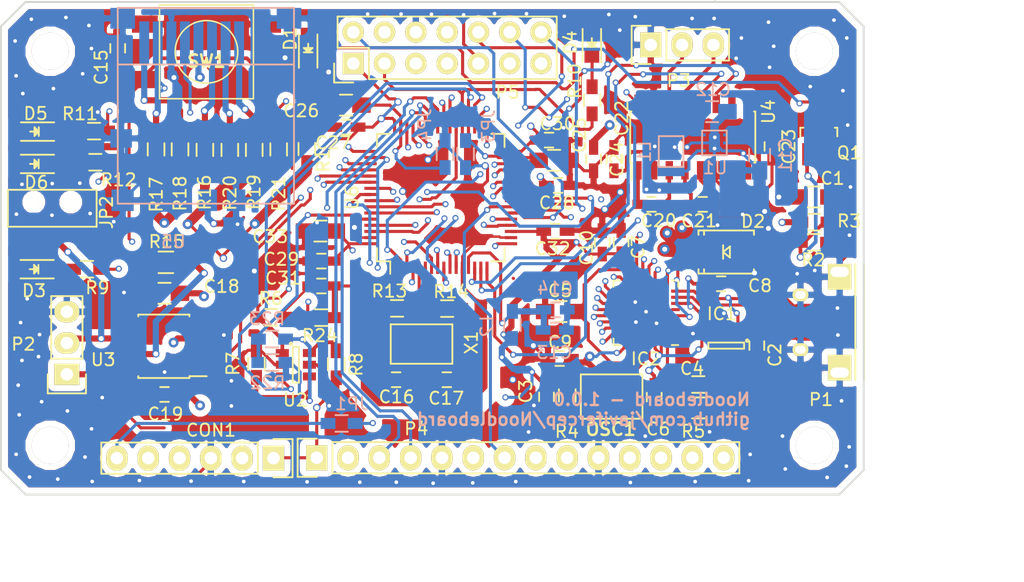
<source format=kicad_pcb>
(kicad_pcb (version 4) (host pcbnew 4.0.0-rc1-stable)
  (title_block (title Noodleboard) (date 2015-11-07) (rev 1.0.0) (company "Javier Fernández Cepeda") (comment 1 http://javisfryingchips.com/portfolio/detail/noodleboard/) (comment 2 https://github.com/javifercep/Noodleboard) (comment 3 "Kodillo Compatible"))
  (layers (0 F.Cu signal) (1 In1.Cu signal) (2 In2.Cu signal) (31 B.Cu signal) (34 B.Paste user) (35 F.Paste user) (36 B.SilkS user) (37 F.SilkS user) (38 B.Mask user) (39 F.Mask user) (44 Edge.Cuts user))
  (net 0 "")
  (net 1 /B2B/5V0)
  (net 2 GND)
  (net 3 /USB/VBUS_HS)
  (net 4 /B2B/3V3)
  (net 5 "Net-(C4-Pad1)")
  (net 6 "Net-(C5-Pad1)")
  (net 7 /MCU/VDDA)
  (net 8 /Boot/~RST)
  (net 9 "Net-(C16-Pad2)")
  (net 10 "Net-(C17-Pad2)")
  (net 11 "Net-(C20-Pad1)")
  (net 12 "Net-(C20-Pad2)")
  (net 13 "Net-(C21-Pad1)")
  (net 14 "Net-(C21-Pad2)")
  (net 15 "Net-(C22-Pad2)")
  (net 16 "Net-(C23-Pad2)")
  (net 17 /MCU/VCAP_1)
  (net 18 /MCU/VCAP_2)
  (net 19 /MCU/VBAT_L)
  (net 20 /Debug/SWCLK)
  (net 21 /Debug/SWDIO)
  (net 22 "Net-(CON1-Pad6)")
  (net 23 "Net-(D1-Pad2)")
  (net 24 "Net-(D1-Pad1)")
  (net 25 "Net-(D2-Pad2)")
  (net 26 "Net-(D3-Pad1)")
  (net 27 "Net-(D4-Pad1)")
  (net 28 "Net-(D5-Pad1)")
  (net 29 "Net-(D6-Pad1)")
  (net 30 /USB/USB_D-)
  (net 31 /USB/USB_D+)
  (net 32 "Net-(IC1-Pad4)")
  (net 33 "Net-(IC1-Pad6)")
  (net 34 "Net-(IC2-Pad3)")
  (net 35 "Net-(IC2-Pad5)")
  (net 36 "Net-(IC2-Pad10)")
  (net 37 /USB/NXT)
  (net 38 /USB/DIR)
  (net 39 /USB/STP)
  (net 40 /USB/CLK)
  (net 41 /USB/D7)
  (net 42 /USB/D6)
  (net 43 /USB/D5)
  (net 44 /USB/D4)
  (net 45 /USB/D3)
  (net 46 /USB/D2)
  (net 47 /USB/D1)
  (net 48 /USB/D0)
  (net 49 "Net-(IC2-Pad27)")
  (net 50 "Net-(IC2-Pad28)")
  (net 51 "Net-(IC2-Pad32)")
  (net 52 /B2B/SPI_SCK)
  (net 53 "Net-(JP2-Pad2)")
  (net 54 "Net-(JP2-Pad1)")
  (net 55 "Net-(L1-Pad1)")
  (net 56 "Net-(OSC1-Pad1)")
  (net 57 "Net-(P1-Pad4)")
  (net 58 "Net-(P2-Pad1)")
  (net 59 "Net-(P3-Pad2)")
  (net 60 "Net-(P3-Pad3)")
  (net 61 /B2B/USART_CK)
  (net 62 /B2B/USART_RX)
  (net 63 /B2B/USART_TX)
  (net 64 /B2B/SPI_MOSI)
  (net 65 /B2B/SPI_MISO)
  (net 66 /B2B/SPI_NSS)
  (net 67 /B2B/I2C_SCL)
  (net 68 /B2B/I2C_SDA)
  (net 69 /B2B/DAC)
  (net 70 /IO/LED2)
  (net 71 /IO/LED3)
  (net 72 /IO/LED4)
  (net 73 /MCU/ADC_1)
  (net 74 /MCU/ADC_2)
  (net 75 /MCU/ADC_3)
  (net 76 /MCU/ADC_4)
  (net 77 /MCU/GPI_1)
  (net 78 /MCU/GPI_2)
  (net 79 /MCU/ADC_5)
  (net 80 "Net-(Q1-Pad1)")
  (net 81 /Boot/ENABLE_BOOT)
  (net 82 /Boot/BOOT)
  (net 83 "Net-(R8-Pad1)")
  (net 84 /IO/LED1)
  (net 85 /Clocks/OSC_IN)
  (net 86 /Clocks/OSC_OUT)
  (net 87 /MCU/SDIO_CMD)
  (net 88 /MCU/SDIO_D0)
  (net 89 /MCU/SDIO_D1)
  (net 90 /MCU/SDIO_D2)
  (net 91 /MCU/SDIO_D3)
  (net 92 /SDIO/CD)
  (net 93 /MCU/GPI_4)
  (net 94 /MCU/BOOT_L)
  (net 95 /Boot/BOOT_STATE)
  (net 96 /CAN/CAN_TX)
  (net 97 /CAN/CAN_RX)
  (net 98 "Net-(U3-Pad5)")
  (net 99 "Net-(U3-Pad8)")
  (net 100 "Net-(U4-Pad7)")
  (net 101 "Net-(U4-Pad8)")
  (net 102 "Net-(U4-Pad9)")
  (net 103 "Net-(U4-Pad10)")
  (net 104 /MCU/UART_TX)
  (net 105 /MCU/UART_RX)
  (net 106 /MCU/SDIO_CK)
  (module Capacitors_SMD:C_0805_HandSoldering (layer F.Cu) (at 185.96864 95.8342)
    (fp_text reference C1 (at 1.50368 -1.50876) (layer F.SilkS))
    (fp_text value 4u7 hide)
    (pad 1 smd rect (at -1.25 0) (size 1.5 1.25) (layers F.Cu F.Paste F.Mask) (net 1 /B2B/5V0))
    (pad 2 smd rect (at 1.25 0) (size 1.5 1.25) (layers F.Cu F.Paste F.Mask) (net 2 GND))
  )
  (module Capacitors_SMD:C_0603_HandSoldering (layer F.Cu) (at 181.3306 107.90428 270)
    (fp_text reference C2 (at 0.76708 -1.46812 270) (layer F.SilkS))
    (fp_text value 100n hide)
    (pad 1 smd rect (at -0.95 0 270) (size 1.2 0.75) (layers F.Cu F.Paste F.Mask) (net 2 GND))
    (pad 2 smd rect (at 0.95 0 270) (size 1.2 0.75) (layers F.Cu F.Paste F.Mask) (net 3 /USB/VBUS_HS))
  )
  (module Capacitors_SMD:C_0603_HandSoldering (layer F.Cu) (at 164.26688 112.0648 270)
    (fp_text reference C3 (at -0.44704 1.68656 270) (layer F.SilkS))
    (fp_text value 100n hide)
    (pad 1 smd rect (at -0.95 0 270) (size 1.2 0.75) (layers F.Cu F.Paste F.Mask) (net 4 /B2B/3V3))
    (pad 2 smd rect (at 0.95 0 270) (size 1.2 0.75) (layers F.Cu F.Paste F.Mask) (net 2 GND))
  )
  (module Capacitors_SMD:C_0805_HandSoldering (layer F.Cu) (at 176.5808 112.96396)
    (fp_text reference C4 (at -0.508 -3.19532) (layer F.SilkS))
    (fp_text value 4u7 hide)
    (pad 1 smd rect (at -1.25 0) (size 1.5 1.25) (layers F.Cu F.Paste F.Mask) (net 5 "Net-(C4-Pad1)"))
    (pad 2 smd rect (at 1.25 0) (size 1.5 1.25) (layers F.Cu F.Paste F.Mask) (net 2 GND))
  )
  (module Capacitors_SMD:C_0805_HandSoldering (layer F.Cu) (at 165.4048 105.14076 180)
    (fp_text reference C5 (at 0.03556 1.69164 180) (layer F.SilkS))
    (fp_text value 4u7 hide)
    (pad 1 smd rect (at -1.25 0 180) (size 1.5 1.25) (layers F.Cu F.Paste F.Mask) (net 6 "Net-(C5-Pad1)"))
    (pad 2 smd rect (at 1.25 0 180) (size 1.5 1.25) (layers F.Cu F.Paste F.Mask) (net 2 GND))
  )
  (module Capacitors_SMD:C_0603_HandSoldering (layer F.Cu) (at 173.00448 112.08512 270)
    (fp_text reference C6 (at 2.60096 -0.32512 360) (layer F.SilkS))
    (fp_text value 100n hide)
    (pad 1 smd rect (at -0.95 0 270) (size 1.2 0.75) (layers F.Cu F.Paste F.Mask) (net 4 /B2B/3V3))
    (pad 2 smd rect (at 0.95 0 270) (size 1.2 0.75) (layers F.Cu F.Paste F.Mask) (net 2 GND))
  )
  (module Capacitors_SMD:C_0603_HandSoldering (layer F.Cu) (at 170.32224 99.49688 90)
    (fp_text reference C7 (at -0.41656 1.38176 90) (layer F.SilkS))
    (fp_text value 100n hide)
    (pad 1 smd rect (at -0.95 0 90) (size 1.2 0.75) (layers F.Cu F.Paste F.Mask) (net 4 /B2B/3V3))
    (pad 2 smd rect (at 0.95 0 90) (size 1.2 0.75) (layers F.Cu F.Paste F.Mask) (net 2 GND))
  )
  (module Capacitors_SMD:C_0603_HandSoldering (layer F.Cu) (at 178.435 102.88016)
    (fp_text reference C8 (at 3.1496 0.16256) (layer F.SilkS))
    (fp_text value 100n hide)
    (pad 1 smd rect (at -0.95 0) (size 1.2 0.75) (layers F.Cu F.Paste F.Mask) (net 4 /B2B/3V3))
    (pad 2 smd rect (at 0.95 0) (size 1.2 0.75) (layers F.Cu F.Paste F.Mask) (net 2 GND))
  )
  (module Capacitors_SMD:C_0603_HandSoldering (layer F.Cu) (at 165.33368 108.95076 180)
    (fp_text reference C9 (at -0.03556 1.31064 180) (layer F.SilkS))
    (fp_text value 100n hide)
    (pad 1 smd rect (at -0.95 0 180) (size 1.2 0.75) (layers F.Cu F.Paste F.Mask) (net 4 /B2B/3V3))
    (pad 2 smd rect (at 0.95 0 180) (size 1.2 0.75) (layers F.Cu F.Paste F.Mask) (net 2 GND))
  )
  (module Capacitors_SMD:C_0603_HandSoldering (layer F.Cu) (at 168.78808 99.52228 90)
    (fp_text reference C10 (at -0.4318 -1.27 90) (layer F.SilkS))
    (fp_text value 100n hide)
    (pad 1 smd rect (at -0.95 0 90) (size 1.2 0.75) (layers F.Cu F.Paste F.Mask) (net 4 /B2B/3V3))
    (pad 2 smd rect (at 0.95 0 90) (size 1.2 0.75) (layers F.Cu F.Paste F.Mask) (net 2 GND))
  )
  (module Capacitors_SMD:C_0805_HandSoldering (layer B.Cu) (at 181.55412 92.42552 270)
    (fp_text reference C11 (at 0.03048 -2.09804 270) (layer B.SilkS) (effects (justify mirror)))
    (fp_text value 4u7 hide)
    (pad 1 smd rect (at -1.25 0 270) (size 1.5 1.25) (layers B.Cu B.Paste B.Mask) (net 1 /B2B/5V0))
    (pad 2 smd rect (at 1.25 0 270) (size 1.5 1.25) (layers B.Cu B.Paste B.Mask) (net 2 GND))
  )
  (module Capacitors_SMD:C_0805_HandSoldering (layer B.Cu) (at 177.6984 88.90508)
    (fp_text reference C12 (at 0.08128 -1.79324) (layer B.SilkS) (effects (justify mirror)))
    (fp_text value 10u hide)
    (pad 1 smd rect (at -1.25 0) (size 1.5 1.25) (layers B.Cu B.Paste B.Mask) (net 4 /B2B/3V3))
    (pad 2 smd rect (at 1.25 0) (size 1.5 1.25) (layers B.Cu B.Paste B.Mask) (net 2 GND))
  )
  (module Capacitors_SMD:C_0603_HandSoldering (layer B.Cu) (at 164.9349 106.6419)
    (fp_text reference C13 (at -0.0381 1.82626) (layer B.SilkS) (effects (justify mirror)))
    (fp_text value 1u hide)
    (pad 1 smd rect (at -0.95 0) (size 1.2 0.75) (layers B.Cu B.Paste B.Mask) (net 7 /MCU/VDDA))
    (pad 2 smd rect (at 0.95 0) (size 1.2 0.75) (layers B.Cu B.Paste B.Mask) (net 2 GND))
  )
  (module Capacitors_SMD:C_0603_HandSoldering (layer B.Cu) (at 165 105)
    (fp_text reference C14 (at -0.04224 -1.75408) (layer B.SilkS) (effects (justify mirror)))
    (fp_text value 100n hide)
    (pad 1 smd rect (at -0.95 0) (size 1.2 0.75) (layers B.Cu B.Paste B.Mask) (net 7 /MCU/VDDA))
    (pad 2 smd rect (at 0.95 0) (size 1.2 0.75) (layers B.Cu B.Paste B.Mask) (net 2 GND))
  )
  (module Capacitors_SMD:C_0603_HandSoldering (layer F.Cu) (at 129.47396 83.76412 90)
    (fp_text reference C15 (at -1.53924 -1.34112 90) (layer F.SilkS))
    (fp_text value 100n hide)
    (pad 1 smd rect (at -0.95 0 90) (size 1.2 0.75) (layers F.Cu F.Paste F.Mask) (net 8 /Boot/~RST))
    (pad 2 smd rect (at 0.95 0 90) (size 1.2 0.75) (layers F.Cu F.Paste F.Mask) (net 2 GND))
  )
  (module Capacitors_SMD:C_0603_HandSoldering (layer F.Cu) (at 152.06218 110.67542 180)
    (fp_text reference C16 (at -0.04318 -1.39446 180) (layer F.SilkS))
    (fp_text value 4.7p hide)
    (pad 1 smd rect (at -0.95 0 180) (size 1.2 0.75) (layers F.Cu F.Paste F.Mask) (net 2 GND))
    (pad 2 smd rect (at 0.95 0 180) (size 1.2 0.75) (layers F.Cu F.Paste F.Mask) (net 9 "Net-(C16-Pad2)"))
  )
  (module Capacitors_SMD:C_0603_HandSoldering (layer F.Cu) (at 156.17698 110.67542)
    (fp_text reference C17 (at -0.04826 1.50622) (layer F.SilkS))
    (fp_text value 4.7p hide)
    (pad 1 smd rect (at -0.95 0) (size 1.2 0.75) (layers F.Cu F.Paste F.Mask) (net 2 GND))
    (pad 2 smd rect (at 0.95 0) (size 1.2 0.75) (layers F.Cu F.Paste F.Mask) (net 10 "Net-(C17-Pad2)"))
  )
  (module Capacitors_SMD:C_0805_HandSoldering (layer F.Cu) (at 133.2738 103.6574 180)
    (fp_text reference C18 (at -4.63804 0.5588 180) (layer F.SilkS))
    (fp_text value 10u hide)
    (pad 1 smd rect (at -1.25 0 180) (size 1.5 1.25) (layers F.Cu F.Paste F.Mask) (net 4 /B2B/3V3))
    (pad 2 smd rect (at 1.25 0 180) (size 1.5 1.25) (layers F.Cu F.Paste F.Mask) (net 2 GND))
  )
  (module Capacitors_SMD:C_0603_HandSoldering (layer F.Cu) (at 133.2738 111.87176 180)
    (fp_text reference C19 (at -0.0762 -1.59004 180) (layer F.SilkS))
    (fp_text value 100n hide)
    (pad 1 smd rect (at -0.95 0 180) (size 1.2 0.75) (layers F.Cu F.Paste F.Mask) (net 4 /B2B/3V3))
    (pad 2 smd rect (at 0.95 0 180) (size 1.2 0.75) (layers F.Cu F.Paste F.Mask) (net 2 GND))
  )
  (module Capacitors_SMD:C_0603_HandSoldering (layer F.Cu) (at 172.78604 96.43364)
    (fp_text reference C20 (at 0.5842 1.32588) (layer F.SilkS))
    (fp_text value 1u hide)
    (pad 1 smd rect (at -0.95 0) (size 1.2 0.75) (layers F.Cu F.Paste F.Mask) (net 11 "Net-(C20-Pad1)"))
    (pad 2 smd rect (at 0.95 0) (size 1.2 0.75) (layers F.Cu F.Paste F.Mask) (net 12 "Net-(C20-Pad2)"))
  )
  (module Capacitors_SMD:C_0603_HandSoldering (layer F.Cu) (at 176.9364 96.43364)
    (fp_text reference C21 (at -0.28448 1.34112) (layer F.SilkS))
    (fp_text value 1u hide)
    (pad 1 smd rect (at -0.95 0) (size 1.2 0.75) (layers F.Cu F.Paste F.Mask) (net 13 "Net-(C21-Pad1)"))
    (pad 2 smd rect (at 0.95 0) (size 1.2 0.75) (layers F.Cu F.Paste F.Mask) (net 14 "Net-(C21-Pad2)"))
  )
  (module Capacitors_SMD:C_0603_HandSoldering (layer F.Cu) (at 169.73804 92.7608 270)
    (fp_text reference C22 (at -3.32232 -0.64008 270) (layer F.SilkS))
    (fp_text value 1u hide)
    (pad 1 smd rect (at -0.95 0 270) (size 1.2 0.75) (layers F.Cu F.Paste F.Mask) (net 2 GND))
    (pad 2 smd rect (at 0.95 0 270) (size 1.2 0.75) (layers F.Cu F.Paste F.Mask) (net 15 "Net-(C22-Pad2)"))
  )
  (module Capacitors_SMD:C_0603_HandSoldering (layer F.Cu) (at 182.55996 91.72956 270)
    (fp_text reference C23 (at 0.01524 -1.37668 270) (layer F.SilkS))
    (fp_text value 1u hide)
    (pad 1 smd rect (at -0.95 0 270) (size 1.2 0.75) (layers F.Cu F.Paste F.Mask) (net 2 GND))
    (pad 2 smd rect (at 0.95 0 270) (size 1.2 0.75) (layers F.Cu F.Paste F.Mask) (net 16 "Net-(C23-Pad2)"))
  )
  (module Capacitors_SMD:C_0603_HandSoldering (layer F.Cu) (at 168.08704 92.7608 270)
    (fp_text reference C24 (at 0 -1.9 270) (layer F.SilkS))
    (fp_text value 1u hide)
    (pad 1 smd rect (at -0.95 0 270) (size 1.2 0.75) (layers F.Cu F.Paste F.Mask) (net 1 /B2B/5V0))
    (pad 2 smd rect (at 0.95 0 270) (size 1.2 0.75) (layers F.Cu F.Paste F.Mask) (net 2 GND))
  )
  (module Capacitors_SMD:C_0805_HandSoldering (layer F.Cu) (at 164.88156 92.85732)
    (fp_text reference C25 (at 2.06756 -2.04724 90) (layer F.SilkS))
    (fp_text value 2u2 hide)
    (pad 1 smd rect (at -1.25 0) (size 1.5 1.25) (layers F.Cu F.Paste F.Mask) (net 17 /MCU/VCAP_1))
    (pad 2 smd rect (at 1.25 0) (size 1.5 1.25) (layers F.Cu F.Paste F.Mask) (net 2 GND))
  )
  (module Capacitors_SMD:C_0805_HandSoldering (layer F.Cu) (at 148.00072 88.37676 180)
    (fp_text reference C26 (at 3.62712 -0.46228 180) (layer F.SilkS))
    (fp_text value 2u2 hide)
    (pad 1 smd rect (at -1.25 0 180) (size 1.5 1.25) (layers F.Cu F.Paste F.Mask) (net 18 /MCU/VCAP_2))
    (pad 2 smd rect (at 1.25 0 180) (size 1.5 1.25) (layers F.Cu F.Paste F.Mask) (net 2 GND))
  )
  (module Capacitors_SMD:C_0603_HandSoldering (layer F.Cu) (at 148.02612 90.16492)
    (fp_text reference C27 (at -1.07188 1.27508) (layer F.SilkS))
    (fp_text value 100n hide)
    (pad 1 smd rect (at -0.95 0) (size 1.2 0.75) (layers F.Cu F.Paste F.Mask) (net 2 GND))
    (pad 2 smd rect (at 0.95 0) (size 1.2 0.75) (layers F.Cu F.Paste F.Mask) (net 4 /B2B/3V3))
  )
  (module Capacitors_SMD:C_0603_HandSoldering (layer F.Cu) (at 165.2016 94.8944)
    (fp_text reference C28 (at -0.1016 1.4224) (layer F.SilkS))
    (fp_text value 100n hide)
    (pad 1 smd rect (at -0.95 0) (size 1.2 0.75) (layers F.Cu F.Paste F.Mask) (net 4 /B2B/3V3))
    (pad 2 smd rect (at 0.95 0) (size 1.2 0.75) (layers F.Cu F.Paste F.Mask) (net 2 GND))
  )
  (module Capacitors_SMD:C_0603_HandSoldering (layer F.Cu) (at 145.9992 101.0412)
    (fp_text reference C29 (at -3.2512 -0.14732) (layer F.SilkS))
    (fp_text value 100n hide)
    (pad 1 smd rect (at -0.95 0) (size 1.2 0.75) (layers F.Cu F.Paste F.Mask) (net 2 GND))
    (pad 2 smd rect (at 0.95 0) (size 1.2 0.75) (layers F.Cu F.Paste F.Mask) (net 4 /B2B/3V3))
  )
  (module Capacitors_SMD:C_0603_HandSoldering (layer F.Cu) (at 164.47008 91.21648 180)
    (fp_text reference C30 (at -0.6858 1.33096 180) (layer F.SilkS))
    (fp_text value 100n hide)
    (pad 1 smd rect (at -0.95 0 180) (size 1.2 0.75) (layers F.Cu F.Paste F.Mask) (net 2 GND))
    (pad 2 smd rect (at 0.95 0 180) (size 1.2 0.75) (layers F.Cu F.Paste F.Mask) (net 4 /B2B/3V3))
  )
  (module Capacitors_SMD:C_0603_HandSoldering (layer F.Cu) (at 145.9992 103.06304 180)
    (fp_text reference C31 (at 3.11404 0.635 180) (layer F.SilkS))
    (fp_text value 1u hide)
    (pad 1 smd rect (at -0.95 0 180) (size 1.2 0.75) (layers F.Cu F.Paste F.Mask) (net 19 /MCU/VBAT_L))
    (pad 2 smd rect (at 0.95 0 180) (size 1.2 0.75) (layers F.Cu F.Paste F.Mask) (net 2 GND))
  )
  (module Capacitors_SMD:C_0603_HandSoldering (layer F.Cu) (at 164.98824 98.61804 180)
    (fp_text reference C32 (at 0.23368 -1.41732 180) (layer F.SilkS))
    (fp_text value 100n hide)
    (pad 1 smd rect (at -0.95 0 180) (size 1.2 0.75) (layers F.Cu F.Paste F.Mask) (net 2 GND))
    (pad 2 smd rect (at 0.95 0 180) (size 1.2 0.75) (layers F.Cu F.Paste F.Mask) (net 4 /B2B/3V3))
  )
  (module Capacitors_SMD:C_0805_HandSoldering (layer F.Cu) (at 145.923 98.6028 180)
    (fp_text reference C33 (at 4.07416 -0.4572 180) (layer F.SilkS))
    (fp_text value 4u7 hide)
    (pad 1 smd rect (at -1.25 0 180) (size 1.5 1.25) (layers F.Cu F.Paste F.Mask) (net 4 /B2B/3V3))
    (pad 2 smd rect (at 1.25 0 180) (size 1.5 1.25) (layers F.Cu F.Paste F.Mask) (net 2 GND))
  )
  (module Pin_Headers:Pin_Header_Straight_1x06 (layer F.Cu) (at 142.113 117.0432 270)
    (fp_text reference CON1 (at -2.26568 5.06476 540) (layer F.SilkS))
    (fp_text value SWD hide)
    (pad 1 thru_hole rect (at 0 0 270) (size 2.032 1.7272) (drill 1.016) (layers *.Cu *.Mask F.SilkS) (net 4 /B2B/3V3))
    (pad 2 thru_hole oval (at 0 2.54 270) (size 2.032 1.7272) (drill 1.016) (layers *.Cu *.Mask F.SilkS) (net 20 /Debug/SWCLK))
    (pad 3 thru_hole oval (at 0 5.08 270) (size 2.032 1.7272) (drill 1.016) (layers *.Cu *.Mask F.SilkS) (net 2 GND))
    (pad 4 thru_hole oval (at 0 7.62 270) (size 2.032 1.7272) (drill 1.016) (layers *.Cu *.Mask F.SilkS) (net 21 /Debug/SWDIO))
    (pad 5 thru_hole oval (at 0 10.16 270) (size 2.032 1.7272) (drill 1.016) (layers *.Cu *.Mask F.SilkS) (net 8 /Boot/~RST))
    (pad 6 thru_hole oval (at 0 12.7 270) (size 2.032 1.7272) (drill 1.016) (layers *.Cu *.Mask F.SilkS) (net 22 "Net-(CON1-Pad6)"))
  )
  (module LEDs:LED-0805 (layer F.Cu) (at 144.92732 83.73872 90)
    (fp_text reference D1 (at 0.75692 -1.45288 90) (layer F.SilkS))
    (fp_text value LED hide)
    (pad 2 smd rect (at 1.04902 0 270) (size 1.19888 1.19888) (layers F.Cu F.Paste F.Mask) (net 23 "Net-(D1-Pad2)"))
    (pad 1 smd rect (at -1.04902 0 270) (size 1.19888 1.19888) (layers F.Cu F.Paste F.Mask) (net 24 "Net-(D1-Pad1)"))
  )
  (module Diodes_SMD:SMA_Handsoldering (layer F.Cu) (at 178.84648 100.3046)
    (fp_text reference D2 (at 2.17932 -2.48412) (layer F.SilkS))
    (fp_text value D hide)
    (pad 1 smd rect (at -2.49936 0) (size 3.50012 1.80086) (layers F.Cu F.Paste F.Mask) (net 1 /B2B/5V0))
    (pad 2 smd rect (at 2.49936 0) (size 3.50012 1.80086) (layers F.Cu F.Paste F.Mask) (net 25 "Net-(D2-Pad2)"))
  )
  (module LEDs:LED-0805 (layer F.Cu) (at 122.68708 101.7016 180)
    (fp_text reference D3 (at 0 -1.75 180) (layer F.SilkS))
    (fp_text value LED hide)
    (pad 2 smd rect (at 1.04902 0) (size 1.19888 1.19888) (layers F.Cu F.Paste F.Mask) (net 2 GND))
    (pad 1 smd rect (at -1.04902 0) (size 1.19888 1.19888) (layers F.Cu F.Paste F.Mask) (net 26 "Net-(D3-Pad1)"))
  )
  (module LEDs:LED-0805 (layer F.Cu) (at 167.9448 83.2866 90)
    (fp_text reference D4 (at 0 -1.75 90) (layer F.SilkS))
    (fp_text value LED hide)
    (pad 2 smd rect (at 1.04902 0 270) (size 1.19888 1.19888) (layers F.Cu F.Paste F.Mask) (net 2 GND))
    (pad 1 smd rect (at -1.04902 0 270) (size 1.19888 1.19888) (layers F.Cu F.Paste F.Mask) (net 27 "Net-(D4-Pad1)"))
  )
  (module LEDs:LED-0805 (layer F.Cu) (at 122.72264 90.5256 180)
    (fp_text reference D5 (at -0.09144 1.46304 180) (layer F.SilkS))
    (fp_text value LED hide)
    (pad 2 smd rect (at 1.04902 0) (size 1.19888 1.19888) (layers F.Cu F.Paste F.Mask) (net 2 GND))
    (pad 1 smd rect (at -1.04902 0) (size 1.19888 1.19888) (layers F.Cu F.Paste F.Mask) (net 28 "Net-(D5-Pad1)"))
  )
  (module LEDs:LED-0805 (layer F.Cu) (at 122.71248 93.15196 180)
    (fp_text reference D6 (at -0.16256 -1.4986 180) (layer F.SilkS))
    (fp_text value LED hide)
    (pad 2 smd rect (at 1.04902 0) (size 1.19888 1.19888) (layers F.Cu F.Paste F.Mask) (net 2 GND))
    (pad 1 smd rect (at -1.04902 0) (size 1.19888 1.19888) (layers F.Cu F.Paste F.Mask) (net 29 "Net-(D6-Pad1)"))
  )
  (module TO_SOT_Packages_SMD:SOT-23-6 (layer F.Cu) (at 178.84648 107.90428 270)
    (fp_text reference IC1 (at -2.58572 0.3556 360) (layer F.SilkS))
    (fp_text value USBLC6-4 hide)
    (pad 1 smd rect (at -1.1 -0.95 270) (size 1.06 0.65) (layers F.Cu F.Paste F.Mask) (net 30 /USB/USB_D-))
    (pad 2 smd rect (at -1.1 0 270) (size 1.06 0.65) (layers F.Cu F.Paste F.Mask) (net 2 GND))
    (pad 3 smd rect (at -1.1 0.95 270) (size 1.06 0.65) (layers F.Cu F.Paste F.Mask) (net 31 /USB/USB_D+))
    (pad 4 smd rect (at 1.1 0.95 270) (size 1.06 0.65) (layers F.Cu F.Paste F.Mask) (net 32 "Net-(IC1-Pad4)"))
    (pad 6 smd rect (at 1.1 -0.95 270) (size 1.06 0.65) (layers F.Cu F.Paste F.Mask) (net 33 "Net-(IC1-Pad6)"))
    (pad 5 smd rect (at 1.1 0 270) (size 1.06 0.65) (layers F.Cu F.Paste F.Mask) (net 3 /USB/VBUS_HS))
  )
  (module Housings_DFN_QFN:QFN-32-1EP_5x5mm_Pitch0.5mm (layer F.Cu) (at 172.32884 105.2322 180)
    (fp_text reference IC2 (at 0 -3.75 180) (layer F.SilkS))
    (fp_text value USB3300 hide)
    (pad 1 smd rect (at -2.4 -1.75 180) (size 0.7 0.25) (layers F.Cu F.Paste F.Mask) (net 2 GND))
    (pad 2 smd rect (at -2.4 -1.25 180) (size 0.7 0.25) (layers F.Cu F.Paste F.Mask) (net 2 GND))
    (pad 3 smd rect (at -2.4 -0.75 180) (size 0.7 0.25) (layers F.Cu F.Paste F.Mask) (net 34 "Net-(IC2-Pad3)"))
    (pad 4 smd rect (at -2.4 -0.25 180) (size 0.7 0.25) (layers F.Cu F.Paste F.Mask) (net 1 /B2B/5V0))
    (pad 5 smd rect (at -2.4 0.25 180) (size 0.7 0.25) (layers F.Cu F.Paste F.Mask) (net 35 "Net-(IC2-Pad5)"))
    (pad 6 smd rect (at -2.4 0.75 180) (size 0.7 0.25) (layers F.Cu F.Paste F.Mask) (net 4 /B2B/3V3))
    (pad 7 smd rect (at -2.4 1.25 180) (size 0.7 0.25) (layers F.Cu F.Paste F.Mask) (net 31 /USB/USB_D+))
    (pad 8 smd rect (at -2.4 1.75 180) (size 0.7 0.25) (layers F.Cu F.Paste F.Mask) (net 30 /USB/USB_D-))
    (pad 9 smd rect (at -1.75 2.4 270) (size 0.7 0.25) (layers F.Cu F.Paste F.Mask) (net 2 GND))
    (pad 10 smd rect (at -1.25 2.4 270) (size 0.7 0.25) (layers F.Cu F.Paste F.Mask) (net 36 "Net-(IC2-Pad10)"))
    (pad 11 smd rect (at -0.75 2.4 270) (size 0.7 0.25) (layers F.Cu F.Paste F.Mask) (net 37 /USB/NXT))
    (pad 12 smd rect (at -0.25 2.4 270) (size 0.7 0.25) (layers F.Cu F.Paste F.Mask) (net 38 /USB/DIR))
    (pad 13 smd rect (at 0.25 2.4 270) (size 0.7 0.25) (layers F.Cu F.Paste F.Mask) (net 39 /USB/STP))
    (pad 14 smd rect (at 0.75 2.4 270) (size 0.7 0.25) (layers F.Cu F.Paste F.Mask) (net 40 /USB/CLK))
    (pad 15 smd rect (at 1.25 2.4 270) (size 0.7 0.25) (layers F.Cu F.Paste F.Mask) (net 6 "Net-(C5-Pad1)"))
    (pad 16 smd rect (at 1.75 2.4 270) (size 0.7 0.25) (layers F.Cu F.Paste F.Mask) (net 4 /B2B/3V3))
    (pad 17 smd rect (at 2.4 1.75 180) (size 0.7 0.25) (layers F.Cu F.Paste F.Mask) (net 41 /USB/D7))
    (pad 18 smd rect (at 2.4 1.25 180) (size 0.7 0.25) (layers F.Cu F.Paste F.Mask) (net 42 /USB/D6))
    (pad 19 smd rect (at 2.4 0.75 180) (size 0.7 0.25) (layers F.Cu F.Paste F.Mask) (net 43 /USB/D5))
    (pad 20 smd rect (at 2.4 0.25 180) (size 0.7 0.25) (layers F.Cu F.Paste F.Mask) (net 44 /USB/D4))
    (pad 21 smd rect (at 2.4 -0.25 180) (size 0.7 0.25) (layers F.Cu F.Paste F.Mask) (net 45 /USB/D3))
    (pad 22 smd rect (at 2.4 -0.75 180) (size 0.7 0.25) (layers F.Cu F.Paste F.Mask) (net 46 /USB/D2))
    (pad 23 smd rect (at 2.4 -1.25 180) (size 0.7 0.25) (layers F.Cu F.Paste F.Mask) (net 47 /USB/D1))
    (pad 24 smd rect (at 2.4 -1.75 180) (size 0.7 0.25) (layers F.Cu F.Paste F.Mask) (net 48 /USB/D0))
    (pad 25 smd rect (at 1.75 -2.4 270) (size 0.7 0.25) (layers F.Cu F.Paste F.Mask) (net 4 /B2B/3V3))
    (pad 26 smd rect (at 1.25 -2.4 270) (size 0.7 0.25) (layers F.Cu F.Paste F.Mask) (net 6 "Net-(C5-Pad1)"))
    (pad 27 smd rect (at 0.75 -2.4 270) (size 0.7 0.25) (layers F.Cu F.Paste F.Mask) (net 49 "Net-(IC2-Pad27)"))
    (pad 28 smd rect (at 0.25 -2.4 270) (size 0.7 0.25) (layers F.Cu F.Paste F.Mask) (net 50 "Net-(IC2-Pad28)"))
    (pad 29 smd rect (at -0.25 -2.4 270) (size 0.7 0.25) (layers F.Cu F.Paste F.Mask) (net 5 "Net-(C4-Pad1)"))
    (pad 30 smd rect (at -0.75 -2.4 270) (size 0.7 0.25) (layers F.Cu F.Paste F.Mask) (net 4 /B2B/3V3))
    (pad 31 smd rect (at -1.25 -2.4 270) (size 0.7 0.25) (layers F.Cu F.Paste F.Mask) (net 4 /B2B/3V3))
    (pad 32 smd rect (at -1.75 -2.4 270) (size 0.7 0.25) (layers F.Cu F.Paste F.Mask) (net 51 "Net-(IC2-Pad32)"))
    (pad 33 smd rect (at 0.8625 0.8625 180) (size 1.725 1.725) (layers F.Cu F.Paste F.Mask) (net 2 GND))
    (pad 33 smd rect (at 0.8625 -0.8625 180) (size 1.725 1.725) (layers F.Cu F.Paste F.Mask) (net 2 GND))
    (pad 33 smd rect (at -0.8625 0.8625 180) (size 1.725 1.725) (layers F.Cu F.Paste F.Mask) (net 2 GND))
    (pad 33 smd rect (at -0.8625 -0.8625 180) (size 1.725 1.725) (layers F.Cu F.Paste F.Mask) (net 2 GND))
  )
  (module Resistors_SMD:R_0603_HandSoldering (layer B.Cu) (at 147.64004 114.2238)
    (fp_text reference JP1 (at 0.81788 -1.59004) (layer B.SilkS) (effects (justify mirror)))
    (fp_text value Jumper_NO_Small hide)
    (pad 1 smd rect (at -1.1 0) (size 1.2 0.9) (layers B.Cu B.Paste B.Mask) (net 22 "Net-(CON1-Pad6)"))
    (pad 2 smd rect (at 1.1 0) (size 1.2 0.9) (layers B.Cu B.Paste B.Mask) (net 52 /B2B/SPI_SCK))
  )
  (module ComponentLibv2:AYZ-SlideSwitches (layer F.Cu) (at 124.16536 98.85172 180)
    (fp_text reference JP2 (at -4.39928 1.76276 270) (layer F.SilkS))
    (fp_text value Jumper_NC_Small hide)
    (pad 2 smd rect (at 0 0 180) (size 1 1.2) (layers F.Cu F.Paste F.Mask) (net 53 "Net-(JP2-Pad2)"))
    (pad 1 smd rect (at -2.5 0 180) (size 1 1.2) (layers F.Cu F.Paste F.Mask) (net 54 "Net-(JP2-Pad1)"))
    (pad 3 smd rect (at 2.5 0 180) (size 1 1.2) (layers F.Cu F.Paste F.Mask))
    (pad "" np_thru_hole circle (at -1.5 2.6 180) (size 0.85 0.85) (drill 0.85) (layers *.Cu *.Mask F.SilkS))
    (pad "" np_thru_hole circle (at 1.5 2.6 180) (size 0.85 0.85) (drill 0.85) (layers *.Cu *.Mask F.SilkS))
  )
  (module Resistors_SMD:R_0603_HandSoldering (layer B.Cu) (at 156.0322 92.34424 90)
    (fp_text reference JP3 (at 2.26568 3.52044 90) (layer B.SilkS) (effects (justify mirror)))
    (fp_text value Jumper_NO_Small hide)
    (pad 1 smd rect (at -1.1 0 90) (size 1.2 0.9) (layers B.Cu B.Paste B.Mask) (net 18 /MCU/VCAP_2))
    (pad 2 smd rect (at 1.1 0 90) (size 1.2 0.9) (layers B.Cu B.Paste B.Mask) (net 2 GND))
  )
  (module Resistors_SMD:R_0603_HandSoldering (layer B.Cu) (at 157.69844 92.3544 270)
    (fp_text reference JP4 (at -2.35712 3.30708 270) (layer B.SilkS) (effects (justify mirror)))
    (fp_text value Jumper_NO_Small hide)
    (pad 1 smd rect (at -1.1 0 270) (size 1.2 0.9) (layers B.Cu B.Paste B.Mask) (net 17 /MCU/VCAP_1))
    (pad 2 smd rect (at 1.1 0 270) (size 1.2 0.9) (layers B.Cu B.Paste B.Mask) (net 2 GND))
  )
  (module ComponentLibv2:SMD_1008 (layer B.Cu) (at 174.37608 92.14612 90)
    (fp_text reference L1 (at 0 -2.159 90) (layer B.SilkS) (effects (justify mirror)))
    (fp_text value 2u2 hide)
    (pad 1 smd rect (at -1.6 0 90) (size 0.8 2.2) (layers B.Cu B.Paste B.Mask) (net 55 "Net-(L1-Pad1)"))
    (pad 2 smd rect (at 1.6 0 90) (size 0.8 2.2) (layers B.Cu B.Paste B.Mask) (net 4 /B2B/3V3))
  )
  (module Resistors_SMD:R_0603_HandSoldering (layer B.Cu) (at 161.49828 106.2228 90)
    (fp_text reference L2 (at -0.13208 -2.06756 90) (layer B.SilkS) (effects (justify mirror)))
    (fp_text value fcm1608 hide)
    (pad 1 smd rect (at -1.1 0 90) (size 1.2 0.9) (layers B.Cu B.Paste B.Mask) (net 4 /B2B/3V3))
    (pad 2 smd rect (at 1.1 0 90) (size 1.2 0.9) (layers B.Cu B.Paste B.Mask) (net 7 /MCU/VDDA))
  )
  (module ComponentLib:26MHZOSC (layer F.Cu) (at 169.55008 112.04448)
    (fp_text reference OSC1 (at -0.06604 2.65176) (layer F.SilkS) (effects (font (size 1.016 1.016) (thickness 0.2032))))
    (fp_text value OSCILLATOR hide)
    (pad 3 smd rect (at 1.27 -1.1) (size 1.4 1.2) (layers F.Cu F.Paste F.Mask) (net 50 "Net-(IC2-Pad28)"))
    (pad 2 smd rect (at 1.27 1.1) (size 1.4 1.2) (layers F.Cu F.Paste F.Mask) (net 2 GND))
    (pad 4 smd rect (at -1.27 -1.1) (size 1.4 1.2) (layers F.Cu F.Paste F.Mask) (net 4 /B2B/3V3))
    (pad 1 smd rect (at -1.27 1.1) (size 1.4 1.2) (layers F.Cu F.Paste F.Mask) (net 56 "Net-(OSC1-Pad1)"))
  )
  (module ComponentLibv2:uUSB-AB (layer F.Cu) (at 187.8711 106.0069 180)
    (fp_text reference P1 (at 1.3335 -6.28142 360) (layer F.SilkS))
    (fp_text value MICROUSBAB hide)
    (pad 5 smd rect (at 0 1.15 180) (size 1.9 1.8) (layers F.Cu F.Paste F.Mask) (net 2 GND))
    (pad 8 thru_hole rect (at -0.18 -4.09 180) (size 1.9 2.1) (drill oval 1.5 0.83 (offset 0 0.4)) (layers *.Cu *.Mask F.SilkS) (net 2 GND))
    (pad 9 thru_hole rect (at -0.18 4.09 180) (size 1.9 2.1) (drill oval 1.5 0.83 (offset 0 -0.4)) (layers *.Cu *.Mask F.SilkS) (net 2 GND))
    (pad 3 smd rect (at 2.675 0 180) (size 1.35 0.4) (layers F.Cu F.Paste F.Mask) (net 31 /USB/USB_D+))
    (pad 4 smd rect (at 2.675 -0.65 180) (size 1.35 0.4) (layers F.Cu F.Paste F.Mask) (net 57 "Net-(P1-Pad4)"))
    (pad 5 smd rect (at 2.675 -1.3 180) (size 1.35 0.4) (layers F.Cu F.Paste F.Mask) (net 2 GND))
    (pad 2 smd rect (at 2.675 0.65 180) (size 1.35 0.4) (layers F.Cu F.Paste F.Mask) (net 30 /USB/USB_D-))
    (pad 1 smd rect (at 2.675 1.3 180) (size 1.35 0.4) (layers F.Cu F.Paste F.Mask) (net 25 "Net-(D2-Pad2)"))
    (pad 6 thru_hole oval (at 3 -2.225 180) (size 1.3 1.05) (drill oval 0.85 0.65) (layers *.Cu *.Mask F.SilkS) (net 2 GND))
    (pad 7 thru_hole oval (at 3 2.225 180) (size 1.3 1.05) (drill oval 0.85 0.65) (layers *.Cu *.Mask F.SilkS) (net 2 GND))
    (pad 5 smd rect (at 0 -1.15 180) (size 1.9 1.8) (layers F.Cu F.Paste F.Mask) (net 2 GND))
  )
  (module Pin_Headers:Pin_Header_Straight_1x14 (layer F.Cu) (at 145.62328 117.01272 90)
    (fp_text reference P4 (at 2.34696 8.0772 180) (layer F.SilkS))
    (fp_text value CONN_01X14 hide)
    (pad 1 thru_hole rect (at 0 0 90) (size 2.032 1.7272) (drill 1.016) (layers *.Cu *.Mask F.SilkS) (net 4 /B2B/3V3))
    (pad 2 thru_hole oval (at 0 2.54 90) (size 2.032 1.7272) (drill 1.016) (layers *.Cu *.Mask F.SilkS) (net 61 /B2B/USART_CK))
    (pad 3 thru_hole oval (at 0 5.08 90) (size 2.032 1.7272) (drill 1.016) (layers *.Cu *.Mask F.SilkS) (net 62 /B2B/USART_RX))
    (pad 4 thru_hole oval (at 0 7.62 90) (size 2.032 1.7272) (drill 1.016) (layers *.Cu *.Mask F.SilkS) (net 63 /B2B/USART_TX))
    (pad 5 thru_hole oval (at 0 10.16 90) (size 2.032 1.7272) (drill 1.016) (layers *.Cu *.Mask F.SilkS) (net 2 GND))
    (pad 6 thru_hole oval (at 0 12.7 90) (size 2.032 1.7272) (drill 1.016) (layers *.Cu *.Mask F.SilkS) (net 52 /B2B/SPI_SCK))
    (pad 7 thru_hole oval (at 0 15.24 90) (size 2.032 1.7272) (drill 1.016) (layers *.Cu *.Mask F.SilkS) (net 64 /B2B/SPI_MOSI))
    (pad 8 thru_hole oval (at 0 17.78 90) (size 2.032 1.7272) (drill 1.016) (layers *.Cu *.Mask F.SilkS) (net 65 /B2B/SPI_MISO))
    (pad 9 thru_hole oval (at 0 20.32 90) (size 2.032 1.7272) (drill 1.016) (layers *.Cu *.Mask F.SilkS) (net 66 /B2B/SPI_NSS))
    (pad 10 thru_hole oval (at 0 22.86 90) (size 2.032 1.7272) (drill 1.016) (layers *.Cu *.Mask F.SilkS) (net 2 GND))
    (pad 11 thru_hole oval (at 0 25.4 90) (size 2.032 1.7272) (drill 1.016) (layers *.Cu *.Mask F.SilkS) (net 67 /B2B/I2C_SCL))
    (pad 12 thru_hole oval (at 0 27.94 90) (size 2.032 1.7272) (drill 1.016) (layers *.Cu *.Mask F.SilkS) (net 68 /B2B/I2C_SDA))
    (pad 13 thru_hole oval (at 0 30.48 90) (size 2.032 1.7272) (drill 1.016) (layers *.Cu *.Mask F.SilkS) (net 1 /B2B/5V0))
    (pad 14 thru_hole oval (at 0 33.02 90) (size 2.032 1.7272) (drill 1.016) (layers *.Cu *.Mask F.SilkS) (net 69 /B2B/DAC))
  )
  (module TO_SOT_Packages_SMD:SOT-23_Handsoldering (layer F.Cu) (at 186.3598 90.86088)
    (fp_text reference Q1 (at 2.45872 1.397) (layer F.SilkS))
    (fp_text value BC850 hide)
    (pad 1 smd rect (at -0.95 1.50114) (size 0.8001 1.80086) (layers F.Cu F.Paste F.Mask) (net 80 "Net-(Q1-Pad1)"))
    (pad 2 smd rect (at 0.95 1.50114) (size 0.8001 1.80086) (layers F.Cu F.Paste F.Mask) (net 2 GND))
    (pad 3 smd rect (at 0 -1.50114) (size 0.8001 1.80086) (layers F.Cu F.Paste F.Mask) (net 23 "Net-(D1-Pad2)"))
  )
  (module Resistors_SMD:R_0603_HandSoldering (layer F.Cu) (at 144.82064 91.93784 90)
    (fp_text reference R1 (at -0.93472 1.33604 90) (layer F.SilkS))
    (fp_text value 330 hide)
    (pad 1 smd rect (at -1.1 0 90) (size 1.2 0.9) (layers F.Cu F.Paste F.Mask) (net 4 /B2B/3V3))
    (pad 2 smd rect (at 1.1 0 90) (size 1.2 0.9) (layers F.Cu F.Paste F.Mask) (net 24 "Net-(D1-Pad1)"))
  )
  (module Resistors_SMD:R_0603_HandSoldering (layer F.Cu) (at 185.96864 99.5172)
    (fp_text reference R2 (at -0.05588 1.43256) (layer F.SilkS))
    (fp_text value 10k hide)
    (pad 1 smd rect (at -1.1 0) (size 1.2 0.9) (layers F.Cu F.Paste F.Mask) (net 80 "Net-(Q1-Pad1)"))
    (pad 2 smd rect (at 1.1 0) (size 1.2 0.9) (layers F.Cu F.Paste F.Mask) (net 2 GND))
  )
  (module Resistors_SMD:R_0603_HandSoldering (layer F.Cu) (at 186.0042 97.88144 180)
    (fp_text reference R3 (at -2.81432 0.09144 180) (layer F.SilkS))
    (fp_text value 47k hide)
    (pad 1 smd rect (at -1.1 0 180) (size 1.2 0.9) (layers F.Cu F.Paste F.Mask) (net 80 "Net-(Q1-Pad1)"))
    (pad 2 smd rect (at 1.1 0 180) (size 1.2 0.9) (layers F.Cu F.Paste F.Mask) (net 1 /B2B/5V0))
  )
  (module Resistors_SMD:R_0603_HandSoldering (layer F.Cu) (at 165.94836 111.95304 270)
    (fp_text reference R4 (at 2.92608 0.03048 540) (layer F.SilkS))
    (fp_text value NP hide)
    (pad 1 smd rect (at -1.1 0 270) (size 1.2 0.9) (layers F.Cu F.Paste F.Mask) (net 56 "Net-(OSC1-Pad1)"))
    (pad 2 smd rect (at 1.1 0 270) (size 1.2 0.9) (layers F.Cu F.Paste F.Mask) (net 2 GND))
  )
  (module Resistors_SMD:R_0603_HandSoldering (layer F.Cu) (at 176.5808 111.06404 180)
    (fp_text reference R5 (at 0.4064 -3.80492 180) (layer F.SilkS))
    (fp_text value 12k hide)
    (pad 1 smd rect (at -1.1 0 180) (size 1.2 0.9) (layers F.Cu F.Paste F.Mask) (net 2 GND))
    (pad 2 smd rect (at 1.1 0 180) (size 1.2 0.9) (layers F.Cu F.Paste F.Mask) (net 51 "Net-(IC2-Pad32)"))
  )
  (module Resistors_SMD:R_0603_HandSoldering (layer F.Cu) (at 141.94028 105.60812 180)
    (fp_text reference R6 (at 0.06096 1.52908 180) (layer F.SilkS))
    (fp_text value 47k hide)
    (pad 1 smd rect (at -1.1 0 180) (size 1.2 0.9) (layers F.Cu F.Paste F.Mask) (net 2 GND))
    (pad 2 smd rect (at 1.1 0 180) (size 1.2 0.9) (layers F.Cu F.Paste F.Mask) (net 81 /Boot/ENABLE_BOOT))
  )
  (module Resistors_SMD:R_0603_HandSoldering (layer F.Cu) (at 140.73124 109.38256 90)
    (fp_text reference R7 (at 0 -1.9 90) (layer F.SilkS))
    (fp_text value 47k hide)
    (pad 1 smd rect (at -1.1 0 90) (size 1.2 0.9) (layers F.Cu F.Paste F.Mask) (net 82 /Boot/BOOT))
    (pad 2 smd rect (at 1.1 0 90) (size 1.2 0.9) (layers F.Cu F.Paste F.Mask) (net 2 GND))
  )
  (module Resistors_SMD:R_0603_HandSoldering (layer F.Cu) (at 147.20824 109.4232 270)
    (fp_text reference R8 (at 0.02032 -1.61544 270) (layer F.SilkS))
    (fp_text value 47k hide)
    (pad 1 smd rect (at -1.1 0 270) (size 1.2 0.9) (layers F.Cu F.Paste F.Mask) (net 83 "Net-(R8-Pad1)"))
    (pad 2 smd rect (at 1.1 0 270) (size 1.2 0.9) (layers F.Cu F.Paste F.Mask) (net 2 GND))
  )
  (module Resistors_SMD:R_0603_HandSoldering (layer F.Cu) (at 126.98984 101.7016 180)
    (fp_text reference R9 (at -0.8382 -1.50876 180) (layer F.SilkS))
    (fp_text value 510 hide)
    (pad 1 smd rect (at -1.1 0 180) (size 1.2 0.9) (layers F.Cu F.Paste F.Mask) (net 84 /IO/LED1))
    (pad 2 smd rect (at 1.1 0 180) (size 1.2 0.9) (layers F.Cu F.Paste F.Mask) (net 26 "Net-(D3-Pad1)"))
  )
  (module Resistors_SMD:R_0603_HandSoldering (layer F.Cu) (at 167.96512 87.9856 90)
    (fp_text reference R10 (at 1.56464 -1.40208 90) (layer F.SilkS))
    (fp_text value 510 hide)
    (pad 1 smd rect (at -1.1 0 90) (size 1.2 0.9) (layers F.Cu F.Paste F.Mask) (net 70 /IO/LED2))
    (pad 2 smd rect (at 1.1 0 90) (size 1.2 0.9) (layers F.Cu F.Paste F.Mask) (net 27 "Net-(D4-Pad1)"))
  )
  (module Resistors_SMD:R_0603_HandSoldering (layer F.Cu) (at 127.5588 90.49004 180)
    (fp_text reference R11 (at 1.14808 1.40716 180) (layer F.SilkS))
    (fp_text value 510 hide)
    (pad 1 smd rect (at -1.1 0 180) (size 1.2 0.9) (layers F.Cu F.Paste F.Mask) (net 71 /IO/LED3))
    (pad 2 smd rect (at 1.1 0 180) (size 1.2 0.9) (layers F.Cu F.Paste F.Mask) (net 28 "Net-(D5-Pad1)"))
  )
  (module Resistors_SMD:R_0603_HandSoldering (layer F.Cu) (at 127.6604 93.0148 180)
    (fp_text reference R12 (at -1.8796 -1.43256 180) (layer F.SilkS))
    (fp_text value 510 hide)
    (pad 1 smd rect (at -1.1 0 180) (size 1.2 0.9) (layers F.Cu F.Paste F.Mask) (net 72 /IO/LED4))
    (pad 2 smd rect (at 1.1 0 180) (size 1.2 0.9) (layers F.Cu F.Paste F.Mask) (net 29 "Net-(D6-Pad1)"))
  )
  (module Resistors_SMD:R_0603_HandSoldering (layer F.Cu) (at 152.14092 104.88168)
    (fp_text reference R13 (at -0.62484 -1.40208) (layer F.SilkS))
    (fp_text value 0 hide)
    (pad 1 smd rect (at -1.1 0) (size 1.2 0.9) (layers F.Cu F.Paste F.Mask) (net 9 "Net-(C16-Pad2)"))
    (pad 2 smd rect (at 1.1 0) (size 1.2 0.9) (layers F.Cu F.Paste F.Mask) (net 85 /Clocks/OSC_IN))
  )
  (module Resistors_SMD:R_0603_HandSoldering (layer F.Cu) (at 156.20492 104.89692 180)
    (fp_text reference R14 (at -0.32512 1.3716 180) (layer F.SilkS))
    (fp_text value 0 hide)
    (pad 1 smd rect (at -1.1 0 180) (size 1.2 0.9) (layers F.Cu F.Paste F.Mask) (net 10 "Net-(C17-Pad2)"))
    (pad 2 smd rect (at 1.1 0 180) (size 1.2 0.9) (layers F.Cu F.Paste F.Mask) (net 86 /Clocks/OSC_OUT))
  )
  (module Resistors_SMD:R_0805_HandSoldering (layer F.Cu) (at 133.38556 101.1428 180)
    (fp_text reference R15 (at -0.05588 1.6764 180) (layer F.SilkS))
    (fp_text value 120 hide)
    (pad 1 smd rect (at -1.35 0 180) (size 1.5 1.3) (layers F.Cu F.Paste F.Mask) (net 58 "Net-(P2-Pad1)"))
    (pad 2 smd rect (at 1.35 0 180) (size 1.5 1.3) (layers F.Cu F.Paste F.Mask) (net 54 "Net-(JP2-Pad1)"))
  )
  (module Resistors_SMD:R_0603_HandSoldering (layer F.Cu) (at 136.5504 92.01404 270)
    (fp_text reference R16 (at 3.45948 0.03556 270) (layer F.SilkS))
    (fp_text value 47K hide)
    (pad 1 smd rect (at -1.1 0 270) (size 1.2 0.9) (layers F.Cu F.Paste F.Mask) (net 87 /MCU/SDIO_CMD))
    (pad 2 smd rect (at 1.1 0 270) (size 1.2 0.9) (layers F.Cu F.Paste F.Mask) (net 4 /B2B/3V3))
  )
  (module Resistors_SMD:R_0603_HandSoldering (layer F.Cu) (at 132.588 91.9734 270)
    (fp_text reference R17 (at 3.66776 -0.01524 270) (layer F.SilkS))
    (fp_text value 47K hide)
    (pad 1 smd rect (at -1.1 0 270) (size 1.2 0.9) (layers F.Cu F.Paste F.Mask) (net 88 /MCU/SDIO_D0))
    (pad 2 smd rect (at 1.1 0 270) (size 1.2 0.9) (layers F.Cu F.Paste F.Mask) (net 4 /B2B/3V3))
  )
  (module Resistors_SMD:R_0603_HandSoldering (layer F.Cu) (at 134.53364 91.9734 270)
    (fp_text reference R18 (at 3.5814 0 270) (layer F.SilkS))
    (fp_text value 47K hide)
    (pad 1 smd rect (at -1.1 0 270) (size 1.2 0.9) (layers F.Cu F.Paste F.Mask) (net 89 /MCU/SDIO_D1))
    (pad 2 smd rect (at 1.1 0 270) (size 1.2 0.9) (layers F.Cu F.Paste F.Mask) (net 4 /B2B/3V3))
  )
  (module Resistors_SMD:R_0603_HandSoldering (layer F.Cu) (at 140.55344 92.01404 270)
    (fp_text reference R19 (at 3.429 0.01524 270) (layer F.SilkS))
    (fp_text value 47K hide)
    (pad 1 smd rect (at -1.1 0 270) (size 1.2 0.9) (layers F.Cu F.Paste F.Mask) (net 90 /MCU/SDIO_D2))
    (pad 2 smd rect (at 1.1 0 270) (size 1.2 0.9) (layers F.Cu F.Paste F.Mask) (net 4 /B2B/3V3))
  )
  (module Resistors_SMD:R_0603_HandSoldering (layer F.Cu) (at 138.57224 92.01404 270)
    (fp_text reference R20 (at 3.48488 -0.01016 270) (layer F.SilkS))
    (fp_text value 47K hide)
    (pad 1 smd rect (at -1.1 0 270) (size 1.2 0.9) (layers F.Cu F.Paste F.Mask) (net 91 /MCU/SDIO_D3))
    (pad 2 smd rect (at 1.1 0 270) (size 1.2 0.9) (layers F.Cu F.Paste F.Mask) (net 4 /B2B/3V3))
  )
  (module Resistors_SMD:R_0603_HandSoldering (layer F.Cu) (at 142.53464 91.9734 90)
    (fp_text reference R21 (at -3.5814 0.01524 90) (layer F.SilkS))
    (fp_text value 0 hide)
    (pad 1 smd rect (at -1.1 0 90) (size 1.2 0.9) (layers F.Cu F.Paste F.Mask) (net 92 /SDIO/CD))
    (pad 2 smd rect (at 1.1 0 90) (size 1.2 0.9) (layers F.Cu F.Paste F.Mask) (net 93 /MCU/GPI_4))
  )
  (module Resistors_SMD:R_0603_HandSoldering (layer B.Cu) (at 141.99108 107.37596)
    (fp_text reference R22 (at -0.36068 3.54584) (layer B.SilkS) (effects (justify mirror)))
    (fp_text value 0 hide)
    (pad 1 smd rect (at -1.1 0) (size 1.2 0.9) (layers B.Cu B.Paste B.Mask) (net 94 /MCU/BOOT_L))
    (pad 2 smd rect (at 1.1 0) (size 1.2 0.9) (layers B.Cu B.Paste B.Mask) (net 82 /Boot/BOOT))
  )
  (module Resistors_SMD:R_0603_HandSoldering (layer B.Cu) (at 142.02156 109.27588 180)
    (fp_text reference R23 (at 0.42164 3.55092 180) (layer B.SilkS) (effects (justify mirror)))
    (fp_text value 1K hide)
    (pad 1 smd rect (at -1.1 0 180) (size 1.2 0.9) (layers B.Cu B.Paste B.Mask) (net 2 GND))
    (pad 2 smd rect (at 1.1 0 180) (size 1.2 0.9) (layers B.Cu B.Paste B.Mask) (net 94 /MCU/BOOT_L))
  )
  (module Resistors_SMD:R_0603_HandSoldering (layer F.Cu) (at 145.99412 105.63352)
    (fp_text reference R24 (at -0.11684 1.46304) (layer F.SilkS))
    (fp_text value 47 hide)
    (pad 1 smd rect (at -1.1 0) (size 1.2 0.9) (layers F.Cu F.Paste F.Mask) (net 4 /B2B/3V3))
    (pad 2 smd rect (at 1.1 0) (size 1.2 0.9) (layers F.Cu F.Paste F.Mask) (net 19 /MCU/VBAT_L))
  )
  (module ComponentLib:SW_PUSH_SMALL_SMD (layer F.Cu) (at 136.6774 84.0486 180)
    (fp_text reference SW1 (at 0 -0.762 180) (layer F.SilkS) (effects (font (size 1.016 1.016) (thickness 0.2032))))
    (fp_text value SW_PUSH hide)
    (pad 1 smd rect (at 5 -2.25 180) (size 2.1 1.4) (layers F.Cu F.Paste F.Mask) (net 8 /Boot/~RST))
    (pad 2 smd rect (at 5 2.25 180) (size 2.1 1.4) (layers F.Cu F.Paste F.Mask) (net 2 GND))
    (pad 1 smd rect (at -5 -2.25 180) (size 2.1 1.4) (layers F.Cu F.Paste F.Mask) (net 8 /Boot/~RST))
    (pad 2 smd rect (at -5 2.25 180) (size 2.1 1.4) (layers F.Cu F.Paste F.Mask) (net 2 GND))
  )
  (module ComponentLibv2:S-PWSON-N6 (layer B.Cu) (at 177.89144 91.44 90)
    (fp_text reference U1 (at -2.032 0.0508 180) (layer B.SilkS) (effects (justify mirror)))
    (fp_text value TPS62291DRVT hide)
    (pad 1 smd rect (at -0.65 -1.05 90) (size 0.25 0.7) (layers B.Cu B.Paste B.Mask) (net 55 "Net-(L1-Pad1)"))
    (pad 2 smd rect (at 0 -1.05 90) (size 0.25 0.7) (layers B.Cu B.Paste B.Mask) (net 2 GND))
    (pad 3 smd rect (at 0.65 -1.05 90) (size 0.25 0.7) (layers B.Cu B.Paste B.Mask) (net 4 /B2B/3V3))
    (pad 4 smd rect (at 0.65 1.05 90) (size 0.25 0.7) (layers B.Cu B.Paste B.Mask) (net 1 /B2B/5V0))
    (pad 5 smd rect (at 0 1.05 90) (size 0.25 0.7) (layers B.Cu B.Paste B.Mask) (net 1 /B2B/5V0))
    (pad 6 smd rect (at -0.65 1.05 90) (size 0.25 0.7) (layers B.Cu B.Paste B.Mask) (net 2 GND))
    (pad 6 smd rect (at 0 0 90) (size 1.5 0.9) (layers B.Cu B.Paste B.Mask) (net 2 GND))
  )
  (module TO_SOT_Packages_SMD:SOT-23-6 (layer F.Cu) (at 143.93164 109.45876)
    (fp_text reference U2 (at -0.04572 2.8702) (layer F.SilkS))
    (fp_text value SN74LVC1G373 hide)
    (pad 1 smd rect (at -1.1 -0.95) (size 1.06 0.65) (layers F.Cu F.Paste F.Mask) (net 81 /Boot/ENABLE_BOOT))
    (pad 2 smd rect (at -1.1 0) (size 1.06 0.65) (layers F.Cu F.Paste F.Mask) (net 2 GND))
    (pad 3 smd rect (at -1.1 0.95) (size 1.06 0.65) (layers F.Cu F.Paste F.Mask) (net 95 /Boot/BOOT_STATE))
    (pad 4 smd rect (at 1.1 0.95) (size 1.06 0.65) (layers F.Cu F.Paste F.Mask) (net 82 /Boot/BOOT))
    (pad 6 smd rect (at 1.1 -0.95) (size 1.06 0.65) (layers F.Cu F.Paste F.Mask) (net 83 "Net-(R8-Pad1)"))
    (pad 5 smd rect (at 1.1 0) (size 1.06 0.65) (layers F.Cu F.Paste F.Mask) (net 4 /B2B/3V3))
  )
  (module Housings_SOIC:SOIC-8_3.9x4.9mm_Pitch1.27mm (layer F.Cu) (at 133.21792 107.96016 180)
    (fp_text reference U3 (at 4.91744 -1.0922 180) (layer F.SilkS))
    (fp_text value SN65HVD232 hide)
    (pad 1 smd rect (at -2.7 -1.905 180) (size 1.55 0.6) (layers F.Cu F.Paste F.Mask) (net 96 /CAN/CAN_TX))
    (pad 2 smd rect (at -2.7 -0.635 180) (size 1.55 0.6) (layers F.Cu F.Paste F.Mask) (net 2 GND))
    (pad 3 smd rect (at -2.7 0.635 180) (size 1.55 0.6) (layers F.Cu F.Paste F.Mask) (net 4 /B2B/3V3))
    (pad 4 smd rect (at -2.7 1.905 180) (size 1.55 0.6) (layers F.Cu F.Paste F.Mask) (net 97 /CAN/CAN_RX))
    (pad 5 smd rect (at 2.7 1.905 180) (size 1.55 0.6) (layers F.Cu F.Paste F.Mask) (net 98 "Net-(U3-Pad5)"))
    (pad 6 smd rect (at 2.7 0.635 180) (size 1.55 0.6) (layers F.Cu F.Paste F.Mask) (net 53 "Net-(JP2-Pad2)"))
    (pad 7 smd rect (at 2.7 -0.635 180) (size 1.55 0.6) (layers F.Cu F.Paste F.Mask) (net 58 "Net-(P2-Pad1)"))
    (pad 8 smd rect (at 2.7 -1.905 180) (size 1.55 0.6) (layers F.Cu F.Paste F.Mask) (net 99 "Net-(U3-Pad8)"))
  )
  (module Housings_SOIC:SOIC-16_3.9x9.9mm_Pitch1.27mm (layer F.Cu) (at 176.13376 90.97264 90)
    (fp_text reference U4 (at 2.06756 6.1468 90) (layer F.SilkS))
    (fp_text value MAX232 hide)
    (pad 1 smd rect (at -2.7 -4.445 90) (size 1.5 0.6) (layers F.Cu F.Paste F.Mask) (net 11 "Net-(C20-Pad1)"))
    (pad 2 smd rect (at -2.7 -3.175 90) (size 1.5 0.6) (layers F.Cu F.Paste F.Mask) (net 15 "Net-(C22-Pad2)"))
    (pad 3 smd rect (at -2.7 -1.905 90) (size 1.5 0.6) (layers F.Cu F.Paste F.Mask) (net 12 "Net-(C20-Pad2)"))
    (pad 4 smd rect (at -2.7 -0.635 90) (size 1.5 0.6) (layers F.Cu F.Paste F.Mask) (net 13 "Net-(C21-Pad1)"))
    (pad 5 smd rect (at -2.7 0.635 90) (size 1.5 0.6) (layers F.Cu F.Paste F.Mask) (net 14 "Net-(C21-Pad2)"))
    (pad 6 smd rect (at -2.7 1.905 90) (size 1.5 0.6) (layers F.Cu F.Paste F.Mask) (net 16 "Net-(C23-Pad2)"))
    (pad 7 smd rect (at -2.7 3.175 90) (size 1.5 0.6) (layers F.Cu F.Paste F.Mask) (net 100 "Net-(U4-Pad7)"))
    (pad 8 smd rect (at -2.7 4.445 90) (size 1.5 0.6) (layers F.Cu F.Paste F.Mask) (net 101 "Net-(U4-Pad8)"))
    (pad 9 smd rect (at 2.7 4.445 90) (size 1.5 0.6) (layers F.Cu F.Paste F.Mask) (net 102 "Net-(U4-Pad9)"))
    (pad 10 smd rect (at 2.7 3.175 90) (size 1.5 0.6) (layers F.Cu F.Paste F.Mask) (net 103 "Net-(U4-Pad10)"))
    (pad 11 smd rect (at 2.7 1.905 90) (size 1.5 0.6) (layers F.Cu F.Paste F.Mask) (net 104 /MCU/UART_TX))
    (pad 12 smd rect (at 2.7 0.635 90) (size 1.5 0.6) (layers F.Cu F.Paste F.Mask) (net 105 /MCU/UART_RX))
    (pad 13 smd rect (at 2.7 -0.635 90) (size 1.5 0.6) (layers F.Cu F.Paste F.Mask) (net 60 "Net-(P3-Pad3)"))
    (pad 14 smd rect (at 2.7 -1.905 90) (size 1.5 0.6) (layers F.Cu F.Paste F.Mask) (net 59 "Net-(P3-Pad2)"))
    (pad 15 smd rect (at 2.7 -3.175 90) (size 1.5 0.6) (layers F.Cu F.Paste F.Mask) (net 2 GND))
    (pad 16 smd rect (at 2.7 -4.445 90) (size 1.5 0.6) (layers F.Cu F.Paste F.Mask) (net 1 /B2B/5V0))
  )
  (module ComponentLibv2:uSDCard (layer B.Cu) (at 136.6266 89.1286 180)
    (fp_text reference U5 (at 2.62636 -10.3378 180) (layer B.SilkS) (effects (justify mirror)))
    (fp_text value SD_CARD hide)
    (pad 1 smd rect (at -2.7 4.8 180) (size 0.8 3.5) (drill (offset 0 1)) (layers B.Cu B.Paste B.Mask) (net 90 /MCU/SDIO_D2))
    (pad 2 smd rect (at -1.6 4.8 180) (size 0.8 3.5) (drill (offset 0 1)) (layers B.Cu B.Paste B.Mask) (net 91 /MCU/SDIO_D3))
    (pad 3 smd rect (at -0.5 4.8 180) (size 0.8 3.5) (drill (offset 0 1)) (layers B.Cu B.Paste B.Mask) (net 87 /MCU/SDIO_CMD))
    (pad 4 smd rect (at 0.6 4.8 180) (size 0.8 3.5) (drill (offset 0 1)) (layers B.Cu B.Paste B.Mask) (net 4 /B2B/3V3))
    (pad 5 smd rect (at 1.7 4.8 180) (size 0.8 3.5) (drill (offset 0 1)) (layers B.Cu B.Paste B.Mask) (net 106 /MCU/SDIO_CK))
    (pad 6 smd rect (at 2.8 4.8 180) (size 0.8 3.5) (drill (offset 0 1)) (layers B.Cu B.Paste B.Mask) (net 2 GND))
    (pad 7 smd rect (at 3.9 4.8 180) (size 0.8 3.5) (drill (offset 0 1)) (layers B.Cu B.Paste B.Mask) (net 88 /MCU/SDIO_D0))
    (pad 8 smd rect (at 5 4.8 180) (size 0.8 3.5) (drill (offset 0 1)) (layers B.Cu B.Paste B.Mask) (net 89 /MCU/SDIO_D1))
    (pad 9 smd rect (at 6.45 7.8 180) (size 2 1.7) (drill (offset 0.3 0)) (layers B.Cu B.Paste B.Mask) (net 2 GND))
    (pad 9 smd rect (at -6.45 7.8 180) (size 2 1.7) (drill (offset -0.3 0)) (layers B.Cu B.Paste B.Mask) (net 2 GND))
    (pad 9 smd rect (at 6.575 -1.95 180) (size 1.75 1.5) (drill (offset 0.3 0)) (layers B.Cu B.Paste B.Mask) (net 2 GND))
    (pad 9 smd rect (at 6.45 -6.675 180) (size 1.8 1.75) (drill (offset 0.3 -0.3)) (layers B.Cu B.Paste B.Mask) (net 2 GND))
    (pad 9 smd rect (at -2.45 -6.675 180) (size 1.5 1.75) (drill (offset 0 -0.3)) (layers B.Cu B.Paste B.Mask) (net 2 GND))
    (pad 10 smd rect (at -0.15 -6.675 180) (size 1.5 1.75) (drill (offset 0 -0.3)) (layers B.Cu B.Paste B.Mask) (net 92 /SDIO/CD))
  )
  (module Housings_QFP:LQFP-64_10x10mm_Pitch0.5mm (layer F.Cu) (at 155.68676 95.885 90)
    (fp_text reference U6 (at 0 -7.2 90) (layer F.SilkS))
    (fp_text value STM32F405RGT6 hide)
    (pad 1 smd rect (at -5.7 -3.75 90) (size 1 0.25) (layers F.Cu F.Paste F.Mask) (net 19 /MCU/VBAT_L))
    (pad 2 smd rect (at -5.7 -3.25 90) (size 1 0.25) (layers F.Cu F.Paste F.Mask) (net 77 /MCU/GPI_1))
    (pad 3 smd rect (at -5.7 -2.75 90) (size 1 0.25) (layers F.Cu F.Paste F.Mask) (net 78 /MCU/GPI_2))
    (pad 4 smd rect (at -5.7 -2.25 90) (size 1 0.25) (layers F.Cu F.Paste F.Mask) (net 82 /Boot/BOOT))
    (pad 5 smd rect (at -5.7 -1.75 90) (size 1 0.25) (layers F.Cu F.Paste F.Mask) (net 85 /Clocks/OSC_IN))
    (pad 6 smd rect (at -5.7 -1.25 90) (size 1 0.25) (layers F.Cu F.Paste F.Mask) (net 86 /Clocks/OSC_OUT))
    (pad 7 smd rect (at -5.7 -0.75 90) (size 1 0.25) (layers F.Cu F.Paste F.Mask) (net 8 /Boot/~RST))
    (pad 8 smd rect (at -5.7 -0.25 90) (size 1 0.25) (layers F.Cu F.Paste F.Mask) (net 38 /USB/DIR))
    (pad 9 smd rect (at -5.7 0.25 90) (size 1 0.25) (layers F.Cu F.Paste F.Mask) (net 73 /MCU/ADC_1))
    (pad 10 smd rect (at -5.7 0.75 90) (size 1 0.25) (layers F.Cu F.Paste F.Mask) (net 39 /USB/STP))
    (pad 11 smd rect (at -5.7 1.25 90) (size 1 0.25) (layers F.Cu F.Paste F.Mask) (net 37 /USB/NXT))
    (pad 12 smd rect (at -5.7 1.75 90) (size 1 0.25) (layers F.Cu F.Paste F.Mask) (net 2 GND))
    (pad 13 smd rect (at -5.7 2.25 90) (size 1 0.25) (layers F.Cu F.Paste F.Mask) (net 7 /MCU/VDDA))
    (pad 14 smd rect (at -5.7 2.75 90) (size 1 0.25) (layers F.Cu F.Paste F.Mask) (net 104 /MCU/UART_TX))
    (pad 15 smd rect (at -5.7 3.25 90) (size 1 0.25) (layers F.Cu F.Paste F.Mask) (net 105 /MCU/UART_RX))
    (pad 16 smd rect (at -5.7 3.75 90) (size 1 0.25) (layers F.Cu F.Paste F.Mask) (net 74 /MCU/ADC_2))
    (pad 17 smd rect (at -3.75 5.7 180) (size 1 0.25) (layers F.Cu F.Paste F.Mask) (net 48 /USB/D0))
    (pad 18 smd rect (at -3.25 5.7 180) (size 1 0.25) (layers F.Cu F.Paste F.Mask) (net 2 GND))
    (pad 19 smd rect (at -2.75 5.7 180) (size 1 0.25) (layers F.Cu F.Paste F.Mask) (net 4 /B2B/3V3))
    (pad 20 smd rect (at -2.25 5.7 180) (size 1 0.25) (layers F.Cu F.Paste F.Mask) (net 69 /B2B/DAC))
    (pad 21 smd rect (at -1.75 5.7 180) (size 1 0.25) (layers F.Cu F.Paste F.Mask) (net 40 /USB/CLK))
    (pad 22 smd rect (at -1.25 5.7 180) (size 1 0.25) (layers F.Cu F.Paste F.Mask) (net 75 /MCU/ADC_3))
    (pad 23 smd rect (at -0.75 5.7 180) (size 1 0.25) (layers F.Cu F.Paste F.Mask) (net 64 /B2B/SPI_MOSI))
    (pad 24 smd rect (at -0.25 5.7 180) (size 1 0.25) (layers F.Cu F.Paste F.Mask) (net 76 /MCU/ADC_4))
    (pad 25 smd rect (at 0.25 5.7 180) (size 1 0.25) (layers F.Cu F.Paste F.Mask) (net 79 /MCU/ADC_5))
    (pad 26 smd rect (at 0.75 5.7 180) (size 1 0.25) (layers F.Cu F.Paste F.Mask) (net 47 /USB/D1))
    (pad 27 smd rect (at 1.25 5.7 180) (size 1 0.25) (layers F.Cu F.Paste F.Mask) (net 46 /USB/D2))
    (pad 28 smd rect (at 1.75 5.7 180) (size 1 0.25) (layers F.Cu F.Paste F.Mask) (net 93 /MCU/GPI_4))
    (pad 29 smd rect (at 2.25 5.7 180) (size 1 0.25) (layers F.Cu F.Paste F.Mask) (net 45 /USB/D3))
    (pad 30 smd rect (at 2.75 5.7 180) (size 1 0.25) (layers F.Cu F.Paste F.Mask) (net 44 /USB/D4))
    (pad 31 smd rect (at 3.25 5.7 180) (size 1 0.25) (layers F.Cu F.Paste F.Mask) (net 17 /MCU/VCAP_1))
    (pad 32 smd rect (at 3.75 5.7 180) (size 1 0.25) (layers F.Cu F.Paste F.Mask) (net 4 /B2B/3V3))
    (pad 33 smd rect (at 5.7 3.75 90) (size 1 0.25) (layers F.Cu F.Paste F.Mask) (net 43 /USB/D5))
    (pad 34 smd rect (at 5.7 3.25 90) (size 1 0.25) (layers F.Cu F.Paste F.Mask) (net 42 /USB/D6))
    (pad 35 smd rect (at 5.7 2.75 90) (size 1 0.25) (layers F.Cu F.Paste F.Mask) (net 95 /Boot/BOOT_STATE))
    (pad 36 smd rect (at 5.7 2.25 90) (size 1 0.25) (layers F.Cu F.Paste F.Mask) (net 81 /Boot/ENABLE_BOOT))
    (pad 37 smd rect (at 5.7 1.75 90) (size 1 0.25) (layers F.Cu F.Paste F.Mask) (net 70 /IO/LED2))
    (pad 38 smd rect (at 5.7 1.25 90) (size 1 0.25) (layers F.Cu F.Paste F.Mask) (net 84 /IO/LED1))
    (pad 39 smd rect (at 5.7 0.75 90) (size 1 0.25) (layers F.Cu F.Paste F.Mask) (net 88 /MCU/SDIO_D0))
    (pad 40 smd rect (at 5.7 0.25 90) (size 1 0.25) (layers F.Cu F.Paste F.Mask) (net 89 /MCU/SDIO_D1))
    (pad 41 smd rect (at 5.7 -0.25 90) (size 1 0.25) (layers F.Cu F.Paste F.Mask) (net 61 /B2B/USART_CK))
    (pad 42 smd rect (at 5.7 -0.75 90) (size 1 0.25) (layers F.Cu F.Paste F.Mask) (net 63 /B2B/USART_TX))
    (pad 43 smd rect (at 5.7 -1.25 90) (size 1 0.25) (layers F.Cu F.Paste F.Mask) (net 62 /B2B/USART_RX))
    (pad 44 smd rect (at 5.7 -1.75 90) (size 1 0.25) (layers F.Cu F.Paste F.Mask) (net 97 /CAN/CAN_RX))
    (pad 45 smd rect (at 5.7 -2.25 90) (size 1 0.25) (layers F.Cu F.Paste F.Mask) (net 96 /CAN/CAN_TX))
    (pad 46 smd rect (at 5.7 -2.75 90) (size 1 0.25) (layers F.Cu F.Paste F.Mask) (net 21 /Debug/SWDIO))
    (pad 47 smd rect (at 5.7 -3.25 90) (size 1 0.25) (layers F.Cu F.Paste F.Mask) (net 18 /MCU/VCAP_2))
    (pad 48 smd rect (at 5.7 -3.75 90) (size 1 0.25) (layers F.Cu F.Paste F.Mask) (net 4 /B2B/3V3))
    (pad 49 smd rect (at 3.75 -5.7 180) (size 1 0.25) (layers F.Cu F.Paste F.Mask) (net 20 /Debug/SWCLK))
    (pad 50 smd rect (at 3.25 -5.7 180) (size 1 0.25) (layers F.Cu F.Paste F.Mask) (net 66 /B2B/SPI_NSS))
    (pad 51 smd rect (at 2.75 -5.7 180) (size 1 0.25) (layers F.Cu F.Paste F.Mask) (net 90 /MCU/SDIO_D2))
    (pad 52 smd rect (at 2.25 -5.7 180) (size 1 0.25) (layers F.Cu F.Paste F.Mask) (net 91 /MCU/SDIO_D3))
    (pad 53 smd rect (at 1.75 -5.7 180) (size 1 0.25) (layers F.Cu F.Paste F.Mask) (net 106 /MCU/SDIO_CK))
    (pad 54 smd rect (at 1.25 -5.7 180) (size 1 0.25) (layers F.Cu F.Paste F.Mask) (net 87 /MCU/SDIO_CMD))
    (pad 55 smd rect (at 0.75 -5.7 180) (size 1 0.25) (layers F.Cu F.Paste F.Mask) (net 52 /B2B/SPI_SCK))
    (pad 56 smd rect (at 0.25 -5.7 180) (size 1 0.25) (layers F.Cu F.Paste F.Mask) (net 65 /B2B/SPI_MISO))
    (pad 57 smd rect (at -0.25 -5.7 180) (size 1 0.25) (layers F.Cu F.Paste F.Mask) (net 41 /USB/D7))
    (pad 58 smd rect (at -0.75 -5.7 180) (size 1 0.25) (layers F.Cu F.Paste F.Mask) (net 72 /IO/LED4))
    (pad 59 smd rect (at -1.25 -5.7 180) (size 1 0.25) (layers F.Cu F.Paste F.Mask) (net 71 /IO/LED3))
    (pad 60 smd rect (at -1.75 -5.7 180) (size 1 0.25) (layers F.Cu F.Paste F.Mask) (net 94 /MCU/BOOT_L))
    (pad 61 smd rect (at -2.25 -5.7 180) (size 1 0.25) (layers F.Cu F.Paste F.Mask) (net 67 /B2B/I2C_SCL))
    (pad 62 smd rect (at -2.75 -5.7 180) (size 1 0.25) (layers F.Cu F.Paste F.Mask) (net 68 /B2B/I2C_SDA))
    (pad 63 smd rect (at -3.25 -5.7 180) (size 1 0.25) (layers F.Cu F.Paste F.Mask) (net 2 GND))
    (pad 64 smd rect (at -3.75 -5.7 180) (size 1 0.25) (layers F.Cu F.Paste F.Mask) (net 4 /B2B/3V3))
  )
  (module ComponentLibv2:7A-25.000MAAJ-T (layer F.Cu) (at 154.1272 107.77728 180)
    (fp_text reference X1 (at -4.04368 0.12192 270) (layer F.SilkS))
    (fp_text value "25 MHz" hide)
    (pad 1 smd rect (at -1.85 0 180) (size 1.7 2.4) (layers F.Cu F.Paste F.Mask) (net 10 "Net-(C17-Pad2)"))
    (pad 2 smd rect (at 1.85 0 180) (size 1.7 2.4) (layers F.Cu F.Paste F.Mask) (net 9 "Net-(C16-Pad2)"))
  )
  (module Pin_Headers:Pin_Header_Straight_2x07 (layer F.Cu) (at 148.58492 84.99348 90)
    (fp_text reference P5 (at -2.34696 12.51712 180) (layer F.SilkS))
    (fp_text value CONN_02X07 hide)
    (pad 1 thru_hole rect (at 0 0 90) (size 1.7272 1.7272) (drill 1.016) (layers *.Cu *.Mask F.SilkS) (net 4 /B2B/3V3))
    (pad 2 thru_hole oval (at 2.54 0 90) (size 1.7272 1.7272) (drill 1.016) (layers *.Cu *.Mask F.SilkS) (net 75 /MCU/ADC_3))
    (pad 3 thru_hole oval (at 0 2.54 90) (size 1.7272 1.7272) (drill 1.016) (layers *.Cu *.Mask F.SilkS) (net 70 /IO/LED2))
    (pad 4 thru_hole oval (at 2.54 2.54 90) (size 1.7272 1.7272) (drill 1.016) (layers *.Cu *.Mask F.SilkS) (net 76 /MCU/ADC_4))
    (pad 5 thru_hole oval (at 0 5.08 90) (size 1.7272 1.7272) (drill 1.016) (layers *.Cu *.Mask F.SilkS) (net 71 /IO/LED3))
    (pad 6 thru_hole oval (at 2.54 5.08 90) (size 1.7272 1.7272) (drill 1.016) (layers *.Cu *.Mask F.SilkS) (net 2 GND))
    (pad 7 thru_hole oval (at 0 7.62 90) (size 1.7272 1.7272) (drill 1.016) (layers *.Cu *.Mask F.SilkS) (net 72 /IO/LED4))
    (pad 8 thru_hole oval (at 2.54 7.62 90) (size 1.7272 1.7272) (drill 1.016) (layers *.Cu *.Mask F.SilkS) (net 77 /MCU/GPI_1))
    (pad 9 thru_hole oval (at 0 10.16 90) (size 1.7272 1.7272) (drill 1.016) (layers *.Cu *.Mask F.SilkS) (net 2 GND))
    (pad 10 thru_hole oval (at 2.54 10.16 90) (size 1.7272 1.7272) (drill 1.016) (layers *.Cu *.Mask F.SilkS) (net 78 /MCU/GPI_2))
    (pad 11 thru_hole oval (at 0 12.7 90) (size 1.7272 1.7272) (drill 1.016) (layers *.Cu *.Mask F.SilkS) (net 73 /MCU/ADC_1))
    (pad 12 thru_hole oval (at 2.54 12.7 90) (size 1.7272 1.7272) (drill 1.016) (layers *.Cu *.Mask F.SilkS) (net 1 /B2B/5V0))
    (pad 13 thru_hole oval (at 0 15.24 90) (size 1.7272 1.7272) (drill 1.016) (layers *.Cu *.Mask F.SilkS) (net 74 /MCU/ADC_2))
    (pad 14 thru_hole oval (at 2.54 15.24 90) (size 1.7272 1.7272) (drill 1.016) (layers *.Cu *.Mask F.SilkS) (net 79 /MCU/ADC_5))
  )
  (module ComponentLib:Hole3mm (layer F.Cu) (at 128.1938 87.92464)
    (fp_text reference Hole3mm hide)
    (fp_text value VAL** hide)
    (pad 1 thru_hole circle (at -4.1938 -3.92464) (size 3 3) (drill 3) (layers *.Cu *.Mask F.SilkS))
  )
  (module ComponentLib:Hole3mm (layer F.Cu) (at 185.9788 83.7438)
    (fp_text reference Hole3mm hide)
    (fp_text value VAL** hide)
    (pad 1 thru_hole circle (at 0.0212 0.2562) (size 3 3) (drill 3) (layers *.Cu *.Mask F.SilkS))
  )
  (module ComponentLib:Hole3mm (layer F.Cu) (at 186.0804 116.90096)
    (fp_text reference Hole3mm hide)
    (fp_text value VAL** hide)
    (pad 1 thru_hole circle (at -0.0804 -0.90096) (size 3 3) (drill 3) (layers *.Cu *.Mask F.SilkS))
  )
  (module ComponentLib:Hole3mm (layer F.Cu) (at 124.10948 116.56568)
    (fp_text reference Hole3mm hide)
    (fp_text value VAL** hide)
    (pad 1 thru_hole circle (at -0.10948 -0.56568) (size 3 3) (drill 3) (layers *.Cu *.Mask F.SilkS))
  )
  (module Pin_Headers:Pin_Header_Straight_1x03 (layer F.Cu) (at 125.349 110.236 180)
    (fp_text reference P2 (at 3.5306 2.44348 180) (layer F.SilkS))
    (fp_text value CONN_01X03 hide)
    (pad 1 thru_hole rect (at 0 0 180) (size 2.032 1.7272) (drill 1.016) (layers *.Cu *.Mask F.SilkS) (net 58 "Net-(P2-Pad1)"))
    (pad 2 thru_hole oval (at 0 2.54 180) (size 2.032 1.7272) (drill 1.016) (layers *.Cu *.Mask F.SilkS) (net 53 "Net-(JP2-Pad2)"))
    (pad 3 thru_hole oval (at 0 5.08 180) (size 2.032 1.7272) (drill 1.016) (layers *.Cu *.Mask F.SilkS) (net 2 GND))
  )
  (module Pin_Headers:Pin_Header_Straight_1x03 (layer F.Cu) (at 172.72508 83.48472 90)
    (fp_text reference P3 (at -2.90576 2.26568 180) (layer F.SilkS))
    (fp_text value CONN_01X03 hide)
    (pad 1 thru_hole rect (at 0 0 90) (size 2.032 1.7272) (drill 1.016) (layers *.Cu *.Mask F.SilkS) (net 2 GND))
    (pad 2 thru_hole oval (at 0 2.54 90) (size 2.032 1.7272) (drill 1.016) (layers *.Cu *.Mask F.SilkS) (net 59 "Net-(P3-Pad2)"))
    (pad 3 thru_hole oval (at 0 5.08 90) (size 2.032 1.7272) (drill 1.016) (layers *.Cu *.Mask F.SilkS) (net 60 "Net-(P3-Pad3)"))
  )
  (gr_text "Noodleboard - 1.0.0\ngithub.com/javifercep/Noodleboard" (at 180.8988 113.0808) (layer B.SilkS) (effects (font (size 1 1) (thickness 0.2)) (justify left mirror)))
  (gr_line (start 119.99976 118.00332) (end 119.99976 117.96776) (angle 90) (layer Edge.Cuts) (width 0.15))
  (gr_line (start 121.9962 119.99976) (end 119.99976 118.00332) (angle 90) (layer Edge.Cuts) (width 0.15))
  (gr_line (start 190.00724 118.0084) (end 188.01588 119.99976) (angle 90) (layer Edge.Cuts) (width 0.15))
  (gr_line (start 190.00216 81.99628) (end 190.00216 82.01152) (angle 90) (layer Edge.Cuts) (width 0.15))
  (gr_line (start 188.00064 79.99476) (end 190.00216 81.99628) (angle 90) (layer Edge.Cuts) (width 0.15))
  (gr_line (start 121.9962 79.99984) (end 122.06732 79.99984) (angle 90) (layer Edge.Cuts) (width 0.15))
  (gr_line (start 119.99976 81.99628) (end 121.9962 79.99984) (angle 90) (layer Edge.Cuts) (width 0.15))
  (gr_line (start 178.5874 120.0023) (end 178.5747 120.0023) (angle 90) (layer Edge.Cuts) (width 0.15))
  (gr_line (start 177.9651 79.9846) (end 177.9651 79.9338) (angle 90) (layer Edge.Cuts) (width 0.15))
  (gr_line (start 120 118) (end 120 82) (angle 90) (layer Edge.Cuts) (width 0.15))
  (gr_line (start 188 120) (end 122 120) (angle 90) (layer Edge.Cuts) (width 0.15))
  (gr_line (start 190 82) (end 190 118) (angle 90) (layer Edge.Cuts) (width 0.15))
  (gr_line (start 122 80) (end 188 80) (angle 90) (layer Edge.Cuts) (width 0.15))
  (segment (start 131.34848 114.58448) (end 133.2484 114.58448) (width 0.25) (layer F.Cu) (net 0))
  (segment (start 130.53568 113.77168) (end 131.34848 114.58448) (width 0.25) (layer F.Cu) (net 0))
  (segment (start 161.56432 102.43312) (end 161.58972 102.45852) (width 0.25) (layer F.Cu) (net 0))
  (via (at 169.3926 89.9922) (size 0.8) (drill 0.4) (layers F.Cu B.Cu) (net 1))
  (segment (start 168.08704 91.29776) (end 169.3926 89.9922) (width 0.5) (layer F.Cu) (net 1))
  (via (at 170.75404 87.33536) (size 0.5) (drill 0.3) (layers F.Cu B.Cu) (net 1))
  (segment (start 170.75404 87.33536) (end 171.68876 88.27008) (width 0.2) (layer F.Cu) (net 1))
  (segment (start 171.68876 88.27264) (end 171.68876 88.27008) (width 0.2) (layer F.Cu) (net 1))
  (via (at 173.85792 100.08108) (size 0.8) (drill 0.4) (layers F.Cu B.Cu) (net 1))
  (segment (start 174.72884 105.4822) (end 175.77924 105.4822) (width 0.25) (layer F.Cu) (net 1))
  (segment (start 174.91964 101.73208) (end 176.34712 100.3046) (width 0.25) (layer F.Cu) (net 1))
  (segment (start 174.91964 102.489) (end 174.91964 101.73208) (width 0.25) (layer F.Cu) (net 1))
  (segment (start 174.83328 102.57536) (end 174.91964 102.489) (width 0.25) (layer F.Cu) (net 1))
  (via (at 174.83328 102.57536) (size 0.5) (drill 0.3) (layers F.Cu B.Cu) (net 1))
  (segment (start 174.83328 104.53624) (end 174.83328 102.57536) (width 0.25) (layer B.Cu) (net 1))
  (segment (start 175.87468 105.57764) (end 174.83328 104.53624) (width 0.25) (layer B.Cu) (net 1))
  (via (at 175.87468 105.57764) (size 0.5) (drill 0.3) (layers F.Cu B.Cu) (net 1))
  (segment (start 175.77924 105.4822) (end 175.87468 105.57764) (width 0.25) (layer F.Cu) (net 1))
  (segment (start 178.94144 91.44) (end 181.28964 91.44) (width 0.25) (layer B.Cu) (net 1))
  (segment (start 181.28964 91.44) (end 181.55412 91.17552) (width 0.25) (layer B.Cu) (net 1))
  (segment (start 178.94144 90.79) (end 181.1686 90.79) (width 0.25) (layer B.Cu) (net 1))
  (segment (start 181.1686 90.79) (end 181.55412 91.17552) (width 0.25) (layer B.Cu) (net 1))
  (segment (start 162.53968 88.55456) (end 163.65728 88.55456) (width 0.25) (layer F.Cu) (net 1))
  (via (at 162.53968 88.55456) (size 0.5) (drill 0.3) (layers F.Cu B.Cu) (net 1))
  (segment (start 162.53968 83.86064) (end 162.53968 88.55456) (width 0.25) (layer B.Cu) (net 1))
  (segment (start 161.28492 82.60588) (end 162.53968 83.86064) (width 0.25) (layer B.Cu) (net 1))
  (via (at 165.93312 87.88908) (size 0.5) (drill 0.3) (layers F.Cu B.Cu) (net 1))
  (segment (start 165.93312 87.9348) (end 165.93312 87.88908) (width 0.25) (layer B.Cu) (net 1))
  (segment (start 164.48532 89.3826) (end 165.93312 87.9348) (width 0.25) (layer B.Cu) (net 1))
  (via (at 164.48532 89.3826) (size 0.5) (drill 0.3) (layers F.Cu B.Cu) (net 1))
  (segment (start 163.65728 88.55456) (end 164.48532 89.3826) (width 0.25) (layer F.Cu) (net 1))
  (segment (start 161.28492 82.45348) (end 161.28492 82.60588) (width 0.25) (layer B.Cu) (net 1))
  (segment (start 168.08704 91.8108) (end 168.08704 91.29776) (width 0.5) (layer F.Cu) (net 1))
  (segment (start 184.71864 95.8342) (end 183.12384 95.8342) (width 0.5) (layer F.Cu) (net 1))
  (via (at 183.11876 95.83928) (size 0.6) (drill 0.4) (layers F.Cu B.Cu) (net 1))
  (segment (start 183.12384 95.8342) (end 183.11876 95.83928) (width 0.5) (layer F.Cu) (net 1))
  (segment (start 184.9042 97.88144) (end 183.39816 97.88144) (width 0.5) (layer F.Cu) (net 1))
  (via (at 183.38292 97.89668) (size 0.6) (drill 0.4) (layers F.Cu B.Cu) (net 1))
  (segment (start 183.39816 97.88144) (end 183.38292 97.89668) (width 0.5) (layer F.Cu) (net 1))
  (segment (start 176.34712 100.3046) (end 176.34712 99.4156) (width 1.2) (layer F.Cu) (net 1))
  (segment (start 176.34712 99.4156) (end 175.26 98.32848) (width 1.2) (layer F.Cu) (net 1))
  (via (at 175.26 98.32848) (size 0.8) (drill 0.4) (layers F.Cu B.Cu) (net 1))
  (segment (start 176.26584 100.22332) (end 173.85792 100.08108) (width 1.2) (layer F.Cu) (net 1))
  (segment (start 173.9392 100.16236) (end 173.85792 100.08108) (width 0.3) (layer F.Cu) (net 1))
  (segment (start 173.9392 100.16236) (end 176.34712 100.3046) (width 0.3) (layer F.Cu) (net 1))
  (segment (start 176.34712 100.3046) (end 175.61052 100.3046) (width 1.2) (layer F.Cu) (net 1))
  (segment (start 175.61052 100.3046) (end 174.06112 98.7552) (width 1.2) (layer F.Cu) (net 1))
  (via (at 174.06112 98.7552) (size 0.8) (drill 0.4) (layers F.Cu B.Cu) (net 1))
  (segment (start 138.08964 107.04576) (end 138.08964 110.15472) (width 0.25) (layer B.Cu) (net 2))
  (via (at 138.08964 107.04576) (size 0.5) (drill 0.3) (layers F.Cu B.Cu) (net 2))
  (segment (start 136.54024 108.59516) (end 138.08964 107.04576) (width 0.25) (layer F.Cu) (net 2))
  (segment (start 140.04816 108.28256) (end 138.69924 109.63148) (width 0.25) (layer F.Cu) (net 2))
  (segment (start 138.69924 109.63148) (end 138.69924 110.76432) (width 0.25) (layer F.Cu) (net 2))
  (via (at 138.69924 110.76432) (size 0.5) (drill 0.3) (layers F.Cu B.Cu) (net 2))
  (segment (start 140.04816 108.28256) (end 140.73124 108.28256) (width 0.25) (layer F.Cu) (net 2))
  (segment (start 138.08964 110.15472) (end 138.69924 110.76432) (width 0.25) (layer B.Cu) (net 2))
  (segment (start 125.39472 113.21288) (end 127.13208 113.21288) (width 0.25) (layer F.Cu) (net 2))
  (segment (start 127.13208 113.21288) (end 128.2192 112.12576) (width 0.25) (layer F.Cu) (net 2))
  (segment (start 123.30176 112.46104) (end 122.54484 112.46104) (width 0.25) (layer F.Cu) (net 2))
  (segment (start 122.54484 112.46104) (end 121.48312 113.52276) (width 0.25) (layer F.Cu) (net 2))
  (segment (start 125.349 105.156) (end 128.4224 105.156) (width 0.25) (layer F.Cu) (net 2))
  (segment (start 128.4224 105.156) (end 129.98704 103.59136) (width 0.25) (layer F.Cu) (net 2))
  (segment (start 129.98704 103.59136) (end 129.98704 102.75316) (width 0.25) (layer B.Cu) (net 2))
  (segment (start 129.98704 102.75316) (end 130.67792 102.06228) (width 0.25) (layer B.Cu) (net 2))
  (segment (start 130.67792 102.06228) (end 130.67792 101.06152) (width 0.25) (layer B.Cu) (net 2))
  (segment (start 130.67792 101.06152) (end 129.15392 99.53752) (width 0.25) (layer B.Cu) (net 2))
  (segment (start 129.15392 99.53752) (end 129.15392 97.8408) (width 0.25) (layer B.Cu) (net 2))
  (via (at 129.15392 97.8408) (size 0.5) (drill 0.3) (layers F.Cu B.Cu) (net 2))
  (via (at 129.98704 103.59136) (size 0.5) (drill 0.3) (layers F.Cu B.Cu) (net 2))
  (segment (start 130.05308 103.6574) (end 129.98704 103.59136) (width 0.25) (layer F.Cu) (net 2))
  (segment (start 132.0238 103.6574) (end 130.05308 103.6574) (width 0.25) (layer F.Cu) (net 2))
  (segment (start 134.0358 86.13648) (end 134.0358 91.1352) (width 0.25) (layer B.Cu) (net 2))
  (segment (start 133.8266 85.92728) (end 134.0358 86.13648) (width 0.5) (layer B.Cu) (net 2))
  (via (at 134.0358 86.13648) (size 0.8) (drill 0.4) (layers F.Cu B.Cu) (net 2))
  (segment (start 133.8266 84.3286) (end 133.8266 85.92728) (width 0.5) (layer B.Cu) (net 2))
  (segment (start 133.9792 91.0786) (end 130.0516 91.0786) (width 0.25) (layer B.Cu) (net 2))
  (segment (start 134.0358 91.1352) (end 133.9792 91.0786) (width 0.25) (layer B.Cu) (net 2))
  (segment (start 130.1766 95.8036) (end 130.1766 91.2036) (width 0.25) (layer B.Cu) (net 2))
  (segment (start 130.1766 91.2036) (end 130.0516 91.0786) (width 0.25) (layer B.Cu) (net 2))
  (segment (start 139.0766 95.8036) (end 139.0766 95.04316) (width 0.25) (layer B.Cu) (net 2))
  (segment (start 132.07132 93.90888) (end 130.1766 95.8036) (width 0.25) (layer B.Cu) (net 2))
  (segment (start 137.94232 93.90888) (end 132.07132 93.90888) (width 0.25) (layer B.Cu) (net 2))
  (segment (start 139.0766 95.04316) (end 137.94232 93.90888) (width 0.25) (layer B.Cu) (net 2))
  (segment (start 139.19708 98.04908) (end 139.19708 100.48748) (width 0.25) (layer B.Cu) (net 2))
  (segment (start 141.36624 101.0412) (end 140.55852 101.84892) (width 0.2) (layer F.Cu) (net 2))
  (via (at 140.55852 101.84892) (size 0.6) (drill 0.4) (layers F.Cu B.Cu) (net 2))
  (segment (start 145.0492 101.0412) (end 141.36624 101.0412) (width 0.2) (layer F.Cu) (net 2))
  (segment (start 139.0766 97.9286) (end 139.19708 98.04908) (width 0.25) (layer B.Cu) (net 2))
  (via (at 139.19708 98.04908) (size 0.5) (drill 0.3) (layers F.Cu B.Cu) (net 2))
  (segment (start 139.0766 97.9286) (end 139.0766 95.8036) (width 0.25) (layer B.Cu) (net 2))
  (segment (start 139.19708 100.48748) (end 140.55852 101.84892) (width 0.25) (layer B.Cu) (net 2))
  (segment (start 129.15392 97.8408) (end 127.90424 97.8408) (width 0.25) (layer B.Cu) (net 2))
  (segment (start 130.1766 96.81812) (end 129.15392 97.8408) (width 0.25) (layer B.Cu) (net 2))
  (segment (start 127.90424 97.8408) (end 127.23876 97.17532) (width 0.25) (layer B.Cu) (net 2))
  (segment (start 127.85344 88.94064) (end 127.85344 87.05088) (width 0.25) (layer B.Cu) (net 2))
  (segment (start 128.71124 91.0786) (end 127.85344 90.2208) (width 0.25) (layer B.Cu) (net 2))
  (segment (start 127.85344 90.2208) (end 127.85344 88.94064) (width 0.25) (layer B.Cu) (net 2))
  (via (at 127.85344 88.94064) (size 0.5) (drill 0.3) (layers F.Cu B.Cu) (net 2))
  (segment (start 130.0516 91.0786) (end 128.71124 91.0786) (width 0.25) (layer B.Cu) (net 2))
  (segment (start 127.85344 87.05088) (end 126.63424 85.83168) (width 0.25) (layer B.Cu) (net 2))
  (segment (start 130.1766 95.8036) (end 130.1766 96.81812) (width 0.25) (layer B.Cu) (net 2))
  (segment (start 145.64868 97.91192) (end 144.9578 98.6028) (width 0.2) (layer F.Cu) (net 2))
  (via (at 145.64868 97.91192) (size 0.5) (drill 0.3) (layers F.Cu B.Cu) (net 2))
  (segment (start 144.9578 98.6028) (end 144.673 98.6028) (width 0.2) (layer F.Cu) (net 2))
  (segment (start 166.11092 88.66124) (end 166.2176 88.66124) (width 0.25) (layer F.Cu) (net 2))
  (segment (start 165.65372 89.11844) (end 166.11092 88.66124) (width 0.25) (layer B.Cu) (net 2))
  (via (at 166.11092 88.66124) (size 0.5) (drill 0.3) (layers F.Cu B.Cu) (net 2))
  (segment (start 165.42008 91.21648) (end 165.42008 90.44936) (width 0.25) (layer F.Cu) (net 2))
  (via (at 165.65372 90.21572) (size 0.5) (drill 0.3) (layers F.Cu B.Cu) (net 2))
  (segment (start 165.42008 90.44936) (end 165.65372 90.21572) (width 0.25) (layer F.Cu) (net 2))
  (segment (start 165.65372 90.21572) (end 165.65372 89.11844) (width 0.25) (layer B.Cu) (net 2))
  (segment (start 170.21048 84.05368) (end 170.21048 82.28584) (width 0.25) (layer F.Cu) (net 2))
  (segment (start 169.20972 85.05444) (end 170.21048 84.05368) (width 0.25) (layer F.Cu) (net 2))
  (via (at 169.20972 85.05444) (size 0.5) (drill 0.3) (layers F.Cu B.Cu) (net 2))
  (segment (start 168.74236 85.5218) (end 169.20972 85.05444) (width 0.25) (layer B.Cu) (net 2))
  (segment (start 167.43172 85.5218) (end 168.74236 85.5218) (width 0.25) (layer B.Cu) (net 2))
  (segment (start 167.35044 85.60308) (end 167.43172 85.5218) (width 0.25) (layer B.Cu) (net 2))
  (via (at 167.35044 85.60308) (size 0.5) (drill 0.3) (layers F.Cu B.Cu) (net 2))
  (segment (start 167.01008 85.94344) (end 167.35044 85.60308) (width 0.25) (layer F.Cu) (net 2))
  (segment (start 167.01008 87.86876) (end 167.01008 85.94344) (width 0.25) (layer F.Cu) (net 2))
  (segment (start 166.2176 88.66124) (end 167.01008 87.86876) (width 0.25) (layer F.Cu) (net 2))
  (segment (start 178.65852 105.27792) (end 177.8 105.27792) (width 0.25) (layer B.Cu) (net 2))
  (segment (start 175.85436 106.63428) (end 176.149 106.92892) (width 0.25) (layer F.Cu) (net 2))
  (via (at 176.149 106.92892) (size 0.5) (drill 0.3) (layers F.Cu B.Cu) (net 2))
  (segment (start 175.85436 106.63428) (end 175.6156 106.63428) (width 0.25) (layer F.Cu) (net 2))
  (segment (start 177.8 105.27792) (end 176.149 106.92892) (width 0.25) (layer B.Cu) (net 2))
  (via (at 178.65852 105.27792) (size 0.5) (drill 0.3) (layers F.Cu B.Cu) (net 2))
  (segment (start 178.65852 105.27792) (end 178.6636 105.283) (width 0.25) (layer B.Cu) (net 2))
  (segment (start 178.9484 88.90508) (end 178.92776 88.90508) (width 0.7) (layer B.Cu) (net 2))
  (segment (start 178.92776 88.90508) (end 177.89144 89.9414) (width 0.7) (layer B.Cu) (net 2))
  (segment (start 177.89144 89.9414) (end 177.89144 91.44) (width 0.7) (layer B.Cu) (net 2))
  (segment (start 177.89144 91.44) (end 177.89144 93.2434) (width 0.25) (layer B.Cu) (net 2))
  (segment (start 182.2704 97.31248) (end 182.2704 98.38944) (width 0.25) (layer F.Cu) (net 2))
  (segment (start 182.2704 97.31248) (end 181.9656 97.00768) (width 0.25) (layer F.Cu) (net 2))
  (via (at 181.9656 97.00768) (size 0.6) (drill 0.4) (layers F.Cu B.Cu) (net 2))
  (via (at 182.2704 98.38944) (size 0.6) (drill 0.4) (layers F.Cu B.Cu) (net 2))
  (segment (start 181.31536 98.38944) (end 182.2704 98.38944) (width 0.25) (layer B.Cu) (net 2))
  (segment (start 180.17744 97.25152) (end 181.31536 98.38944) (width 0.25) (layer B.Cu) (net 2))
  (via (at 180.17744 97.25152) (size 0.5) (drill 0.3) (layers F.Cu B.Cu) (net 2))
  (segment (start 179.0192 97.25152) (end 180.17744 97.25152) (width 0.25) (layer F.Cu) (net 2))
  (segment (start 178.14544 98.12528) (end 179.0192 97.25152) (width 0.25) (layer F.Cu) (net 2))
  (via (at 178.14544 98.12528) (size 0.5) (drill 0.3) (layers F.Cu B.Cu) (net 2))
  (segment (start 177.86096 97.8408) (end 178.14544 98.12528) (width 0.25) (layer B.Cu) (net 2))
  (segment (start 177.86096 93.27388) (end 177.86096 97.8408) (width 0.25) (layer B.Cu) (net 2))
  (segment (start 177.89144 93.2434) (end 177.86096 93.27388) (width 0.25) (layer B.Cu) (net 2))
  (segment (start 181.55412 93.67552) (end 181.55412 96.5962) (width 1) (layer B.Cu) (net 2))
  (segment (start 181.55412 96.5962) (end 181.9656 97.00768) (width 1) (layer B.Cu) (net 2))
  (segment (start 180.2384 92.29344) (end 180.2384 92.3598) (width 0.25) (layer B.Cu) (net 2))
  (segment (start 180.03496 92.09) (end 180.2384 92.29344) (width 0.25) (layer B.Cu) (net 2))
  (via (at 180.2384 92.29344) (size 0.5) (drill 0.3) (layers F.Cu B.Cu) (net 2))
  (segment (start 178.94144 92.09) (end 180.03496 92.09) (width 0.25) (layer B.Cu) (net 2))
  (segment (start 180.2384 92.3598) (end 181.55412 93.67552) (width 0.25) (layer B.Cu) (net 2))
  (segment (start 176.84144 91.44) (end 176.01184 91.44) (width 0.25) (layer B.Cu) (net 2))
  (via (at 175.6664 91.78544) (size 0.5) (drill 0.3) (layers F.Cu B.Cu) (net 2))
  (segment (start 176.01184 91.44) (end 175.6664 91.78544) (width 0.25) (layer B.Cu) (net 2))
  (segment (start 178.94144 92.09) (end 178.54144 92.09) (width 0.25) (layer B.Cu) (net 2))
  (segment (start 178.54144 92.09) (end 177.89144 91.44) (width 0.25) (layer B.Cu) (net 2))
  (via (at 177.89652 91.8972) (size 0.5) (drill 0.3) (layers F.Cu B.Cu) (net 2))
  (segment (start 177.89652 91.8972) (end 177.89144 91.89212) (width 0.25) (layer B.Cu) (net 2))
  (segment (start 177.89144 91.89212) (end 177.89144 91.44) (width 0.25) (layer B.Cu) (net 2))
  (segment (start 177.90668 90.91676) (end 177.90668 90.97772) (width 0.25) (layer F.Cu) (net 2))
  (segment (start 177.92192 90.99296) (end 177.89144 91.02344) (width 0.25) (layer B.Cu) (net 2))
  (via (at 177.92192 90.99296) (size 0.5) (drill 0.3) (layers F.Cu B.Cu) (net 2))
  (segment (start 177.90668 90.97772) (end 177.92192 90.99296) (width 0.25) (layer F.Cu) (net 2))
  (segment (start 177.89144 91.02344) (end 177.89144 91.44) (width 0.25) (layer B.Cu) (net 2))
  (segment (start 176.84144 91.44) (end 177.89144 91.44) (width 0.25) (layer B.Cu) (net 2))
  (segment (start 179.80152 100.6602) (end 179.80152 99.17176) (width 0.25) (layer B.Cu) (net 2))
  (segment (start 179.80152 99.17176) (end 181.9656 97.00768) (width 0.25) (layer B.Cu) (net 2))
  (segment (start 174.15764 101.8032) (end 174.15764 101.70668) (width 0.25) (layer B.Cu) (net 2))
  (via (at 174.15764 101.8032) (size 0.5) (drill 0.3) (layers F.Cu B.Cu) (net 2))
  (segment (start 179.80152 100.6602) (end 181.14264 102.00132) (width 0.25) (layer B.Cu) (net 2))
  (segment (start 175.20412 100.6602) (end 179.80152 100.6602) (width 0.25) (layer B.Cu) (net 2))
  (segment (start 174.15764 101.70668) (end 175.20412 100.6602) (width 0.25) (layer B.Cu) (net 2))
  (segment (start 178.84648 106.80428) (end 178.84648 105.46588) (width 0.25) (layer F.Cu) (net 2))
  (segment (start 178.84648 105.46588) (end 178.65852 105.27792) (width 0.25) (layer F.Cu) (net 2))
  (segment (start 178.65852 105.27792) (end 178.6382 105.2576) (width 0.25) (layer F.Cu) (net 2))
  (segment (start 149.0714 99.135) (end 148.68144 98.74504) (width 0.2) (layer F.Cu) (net 2))
  (segment (start 148.68144 98.74504) (end 148.68144 98.30816) (width 0.2) (layer F.Cu) (net 2))
  (via (at 148.68144 98.30816) (size 0.6) (drill 0.4) (layers F.Cu B.Cu) (net 2))
  (segment (start 149.98676 99.135) (end 149.0714 99.135) (width 0.2) (layer F.Cu) (net 2))
  (segment (start 154.65044 93.32976) (end 152.6032 95.377) (width 0.25) (layer F.Cu) (net 2))
  (via (at 152.6032 95.377) (size 0.6) (drill 0.4) (layers F.Cu B.Cu) (net 2))
  (segment (start 154.65044 92.77604) (end 156.0322 91.39428) (width 0.25) (layer B.Cu) (net 2))
  (via (at 154.65044 92.8116) (size 0.6) (drill 0.4) (layers F.Cu B.Cu) (net 2))
  (segment (start 154.65044 92.77604) (end 154.65044 92.8116) (width 0.25) (layer B.Cu) (net 2))
  (segment (start 154.65044 92.8116) (end 154.65044 93.32976) (width 0.25) (layer F.Cu) (net 2))
  (segment (start 156.0322 91.24424) (end 156.0322 91.39428) (width 0.25) (layer B.Cu) (net 2))
  (segment (start 157.69844 93.4544) (end 158.31548 93.4544) (width 0.25) (layer B.Cu) (net 2))
  (segment (start 158.17596 98.26752) (end 158.96336 99.05492) (width 0.25) (layer F.Cu) (net 2))
  (segment (start 158.17596 95.82404) (end 158.17596 98.26752) (width 0.25) (layer F.Cu) (net 2))
  (segment (start 159.48152 94.51848) (end 158.17596 95.82404) (width 0.25) (layer F.Cu) (net 2))
  (segment (start 159.48152 93.4974) (end 159.48152 94.51848) (width 0.25) (layer F.Cu) (net 2))
  (segment (start 159.28848 93.30436) (end 159.48152 93.4974) (width 0.25) (layer F.Cu) (net 2))
  (via (at 159.28848 93.30436) (size 0.6) (drill 0.4) (layers F.Cu B.Cu) (net 2))
  (segment (start 158.46552 93.30436) (end 159.28848 93.30436) (width 0.25) (layer B.Cu) (net 2))
  (segment (start 158.31548 93.4544) (end 158.46552 93.30436) (width 0.25) (layer B.Cu) (net 2))
  (segment (start 157.69844 93.4544) (end 157.69844 93.218) (width 0.25) (layer B.Cu) (net 2))
  (segment (start 157.69844 93.218) (end 156.0322 91.55176) (width 0.25) (layer B.Cu) (net 2))
  (segment (start 156.0322 91.55176) (end 156.0322 91.24424) (width 0.25) (layer B.Cu) (net 2))
  (segment (start 137.033 117.0432) (end 137.033 117.30736) (width 0.25) (layer F.Cu) (net 2))
  (segment (start 137.033 117.30736) (end 135.42772 118.91264) (width 0.25) (layer F.Cu) (net 2))
  (segment (start 162.80892 114.91976) (end 156.49448 114.91976) (width 0.25) (layer F.Cu) (net 2))
  (segment (start 155.78328 115.63096) (end 155.78328 117.01272) (width 0.25) (layer F.Cu) (net 2))
  (segment (start 156.49448 114.91976) (end 155.78328 115.63096) (width 0.25) (layer F.Cu) (net 2))
  (segment (start 162.23488 111.74984) (end 162.23488 111.379) (width 0.25) (layer F.Cu) (net 2))
  (via (at 161.52876 110.67288) (size 0.6) (drill 0.4) (layers F.Cu B.Cu) (net 2))
  (segment (start 162.23488 111.379) (end 161.52876 110.67288) (width 0.25) (layer F.Cu) (net 2))
  (segment (start 164.1548 105.14076) (end 162.95116 105.14076) (width 0.25) (layer F.Cu) (net 2))
  (segment (start 162.45332 107.1626) (end 163.20008 107.90936) (width 0.25) (layer F.Cu) (net 2))
  (segment (start 162.45332 105.6386) (end 162.45332 107.1626) (width 0.25) (layer F.Cu) (net 2))
  (segment (start 162.95116 105.14076) (end 162.45332 105.6386) (width 0.25) (layer F.Cu) (net 2))
  (segment (start 165.8849 106.6419) (end 165.8849 106.87046) (width 0.25) (layer B.Cu) (net 2))
  (segment (start 165.8849 106.87046) (end 164.846 107.90936) (width 0.25) (layer B.Cu) (net 2))
  (segment (start 163.20008 107.90936) (end 164.24148 108.95076) (width 0.25) (layer F.Cu) (net 2))
  (via (at 163.20008 107.90936) (size 0.6) (drill 0.4) (layers F.Cu B.Cu) (net 2))
  (segment (start 164.846 107.90936) (end 163.20008 107.90936) (width 0.25) (layer B.Cu) (net 2))
  (segment (start 164.24148 108.95076) (end 164.38368 108.95076) (width 0.25) (layer F.Cu) (net 2))
  (segment (start 165.95 105) (end 165.95 106.5768) (width 0.25) (layer B.Cu) (net 2))
  (segment (start 165.95 106.5768) (end 165.8849 106.6419) (width 0.25) (layer B.Cu) (net 2))
  (segment (start 168.08704 93.7108) (end 168.08704 93.4618) (width 0.25) (layer F.Cu) (net 2))
  (segment (start 168.08704 93.4618) (end 169.73804 91.8108) (width 0.25) (layer F.Cu) (net 2))
  (segment (start 172.95876 88.27264) (end 172.95876 89.44356) (width 0.25) (layer F.Cu) (net 2))
  (segment (start 170.35272 90.76944) (end 169.73804 91.38412) (width 0.25) (layer F.Cu) (net 2))
  (segment (start 171.63288 90.76944) (end 170.35272 90.76944) (width 0.25) (layer F.Cu) (net 2))
  (segment (start 172.95876 89.44356) (end 171.63288 90.76944) (width 0.25) (layer F.Cu) (net 2))
  (segment (start 169.73804 91.38412) (end 169.73804 91.8108) (width 0.25) (layer F.Cu) (net 2))
  (segment (start 121.63806 101.7016) (end 121.63806 103.61422) (width 0.25) (layer F.Cu) (net 2))
  (segment (start 121.63806 103.61422) (end 122.12828 104.10444) (width 0.25) (layer F.Cu) (net 2))
  (segment (start 131.6774 81.7986) (end 129.71316 81.7986) (width 0.25) (layer F.Cu) (net 2))
  (segment (start 129.47396 82.0378) (end 129.47396 82.81412) (width 0.25) (layer F.Cu) (net 2))
  (segment (start 129.71316 81.7986) (end 129.47396 82.0378) (width 0.25) (layer F.Cu) (net 2))
  (segment (start 129.47396 82.81412) (end 128.04644 82.81412) (width 0.25) (layer F.Cu) (net 2))
  (segment (start 128.04644 82.81412) (end 127.14224 81.90992) (width 0.25) (layer F.Cu) (net 2))
  (segment (start 130.1766 81.3286) (end 127.72356 81.3286) (width 0.25) (layer B.Cu) (net 2))
  (segment (start 127.72356 81.3286) (end 127.14224 81.90992) (width 0.25) (layer B.Cu) (net 2))
  (segment (start 141.6774 81.7986) (end 141.6774 83.1558) (width 0.25) (layer F.Cu) (net 2))
  (segment (start 143.0766 84.5074) (end 143.0766 81.3286) (width 0.25) (layer B.Cu) (net 2))
  (segment (start 143.0528 84.5312) (end 143.0766 84.5074) (width 0.25) (layer B.Cu) (net 2))
  (via (at 143.0528 84.5312) (size 0.6) (drill 0.4) (layers F.Cu B.Cu) (net 2))
  (segment (start 141.6774 83.1558) (end 143.0528 84.5312) (width 0.25) (layer F.Cu) (net 2))
  (segment (start 146.75072 88.37676) (end 146.75072 85.85168) (width 0.25) (layer F.Cu) (net 2))
  (segment (start 146.56816 85.66912) (end 146.56816 80.98028) (width 0.25) (layer B.Cu) (net 2))
  (segment (start 146.58848 85.68944) (end 146.56816 85.66912) (width 0.25) (layer B.Cu) (net 2))
  (via (at 146.58848 85.68944) (size 0.6) (drill 0.4) (layers F.Cu B.Cu) (net 2))
  (segment (start 146.75072 85.85168) (end 146.58848 85.68944) (width 0.25) (layer F.Cu) (net 2))
  (segment (start 147.07612 90.16492) (end 147.07612 88.70216) (width 0.25) (layer F.Cu) (net 2))
  (segment (start 147.07612 88.70216) (end 146.75072 88.37676) (width 0.25) (layer F.Cu) (net 2))
  (segment (start 165.42008 91.21648) (end 166.02964 91.21648) (width 0.25) (layer F.Cu) (net 2))
  (segment (start 166.13156 91.3184) (end 166.13156 92.85732) (width 0.25) (layer F.Cu) (net 2))
  (segment (start 166.02964 91.21648) (end 166.13156 91.3184) (width 0.25) (layer F.Cu) (net 2))
  (segment (start 166.13156 92.85732) (end 166.46652 92.85732) (width 0.25) (layer F.Cu) (net 2))
  (segment (start 166.46652 92.85732) (end 167.32 93.7108) (width 0.25) (layer F.Cu) (net 2))
  (segment (start 167.32 93.7108) (end 168.08704 93.7108) (width 0.25) (layer F.Cu) (net 2))
  (segment (start 166.1516 94.8944) (end 167.8432 94.8944) (width 0.25) (layer F.Cu) (net 2))
  (segment (start 167.8432 94.8944) (end 168.08704 94.65056) (width 0.25) (layer F.Cu) (net 2))
  (segment (start 170.26128 95.44304) (end 170.26128 95.57004) (width 0.25) (layer B.Cu) (net 2))
  (segment (start 168.78808 97.04324) (end 168.99636 96.83496) (width 0.25) (layer F.Cu) (net 2))
  (via (at 168.99636 96.83496) (size 0.6) (drill 0.4) (layers F.Cu B.Cu) (net 2))
  (segment (start 168.78808 98.57228) (end 168.78808 97.04324) (width 0.25) (layer F.Cu) (net 2))
  (segment (start 168.08704 94.65056) (end 168.87952 95.44304) (width 0.25) (layer F.Cu) (net 2))
  (segment (start 168.87952 95.44304) (end 170.26128 95.44304) (width 0.25) (layer F.Cu) (net 2))
  (via (at 170.26128 95.44304) (size 0.6) (drill 0.4) (layers F.Cu B.Cu) (net 2))
  (segment (start 168.08704 94.65056) (end 168.08704 93.7108) (width 0.25) (layer F.Cu) (net 2))
  (segment (start 170.26128 95.57004) (end 168.99636 96.83496) (width 0.25) (layer B.Cu) (net 2))
  (segment (start 168.78808 98.57228) (end 170.29684 98.57228) (width 0.25) (layer F.Cu) (net 2))
  (segment (start 170.29684 98.57228) (end 170.32224 98.54688) (width 0.25) (layer F.Cu) (net 2))
  (segment (start 165.93824 98.61804) (end 168.74232 98.61804) (width 0.25) (layer F.Cu) (net 2))
  (segment (start 168.74232 98.61804) (end 168.78808 98.57228) (width 0.25) (layer F.Cu) (net 2))
  (segment (start 155.78328 117.01272) (end 155.78328 118.364) (width 0.25) (layer F.Cu) (net 2))
  (segment (start 155.78328 118.364) (end 155.067 119.08028) (width 0.25) (layer F.Cu) (net 2))
  (segment (start 153.01218 110.67542) (end 155.22698 110.67542) (width 0.25) (layer F.Cu) (net 2))
  (segment (start 155.22698 110.67542) (end 155.22698 111.37642) (width 0.25) (layer F.Cu) (net 2))
  (segment (start 158.7246 105.04932) (end 158.7246 104.394) (width 0.25) (layer F.Cu) (net 2))
  (segment (start 158.7246 110.94212) (end 158.7246 105.04932) (width 0.25) (layer F.Cu) (net 2))
  (segment (start 157.72384 111.94288) (end 158.7246 110.94212) (width 0.25) (layer F.Cu) (net 2))
  (segment (start 155.79344 111.94288) (end 157.72384 111.94288) (width 0.25) (layer F.Cu) (net 2))
  (segment (start 155.22698 111.37642) (end 155.79344 111.94288) (width 0.25) (layer F.Cu) (net 2))
  (segment (start 167.9448 82.23758) (end 168.10482 82.23758) (width 0.25) (layer F.Cu) (net 2))
  (segment (start 168.10482 82.23758) (end 169.32656 81.01584) (width 0.25) (layer F.Cu) (net 2))
  (segment (start 170.21048 82.28584) (end 170.21048 81.89976) (width 0.25) (layer F.Cu) (net 2))
  (segment (start 170.21048 81.89976) (end 169.32656 81.01584) (width 0.25) (layer F.Cu) (net 2))
  (segment (start 172.72508 83.48472) (end 172.72508 85.43036) (width 0.25) (layer F.Cu) (net 2))
  (segment (start 172.95876 85.66404) (end 172.95876 88.27264) (width 0.25) (layer F.Cu) (net 2))
  (segment (start 172.72508 85.43036) (end 172.95876 85.66404) (width 0.25) (layer F.Cu) (net 2))
  (segment (start 187.06864 99.5172) (end 188.26988 99.5172) (width 0.25) (layer F.Cu) (net 2))
  (segment (start 188.26988 99.5172) (end 188.849 98.93808) (width 0.25) (layer F.Cu) (net 2))
  (segment (start 188.849 98.93808) (end 188.849 100.37572) (width 0.25) (layer F.Cu) (net 2))
  (segment (start 188.849 100.37572) (end 188.0511 101.17362) (width 0.25) (layer F.Cu) (net 2))
  (segment (start 188.0511 101.17362) (end 188.0511 101.9169) (width 0.25) (layer F.Cu) (net 2))
  (segment (start 187.21864 95.8342) (end 188.12256 95.8342) (width 0.25) (layer F.Cu) (net 2))
  (segment (start 188.12256 95.8342) (end 188.93028 95.02648) (width 0.25) (layer F.Cu) (net 2))
  (segment (start 179.385 102.88016) (end 180.2638 102.88016) (width 0.25) (layer F.Cu) (net 2))
  (segment (start 180.2638 102.88016) (end 181.14264 102.00132) (width 0.25) (layer F.Cu) (net 2))
  (via (at 181.14264 102.00132) (size 0.6) (drill 0.4) (layers F.Cu B.Cu) (net 2))
  (segment (start 177.8308 112.96396) (end 177.8308 114.574) (width 0.25) (layer F.Cu) (net 2))
  (segment (start 177.8308 114.574) (end 177.4952 114.9096) (width 0.25) (layer F.Cu) (net 2))
  (segment (start 185.1961 107.3069) (end 181.68322 107.3069) (width 0.25) (layer F.Cu) (net 2))
  (segment (start 181.68322 107.3069) (end 181.3306 106.95428) (width 0.25) (layer F.Cu) (net 2))
  (segment (start 143.04028 105.60812) (end 143.04028 105.07196) (width 0.2) (layer F.Cu) (net 2))
  (segment (start 143.04028 105.07196) (end 145.0492 103.06304) (width 0.2) (layer F.Cu) (net 2))
  (segment (start 145.0492 101.0412) (end 145.0492 98.979) (width 0.2) (layer F.Cu) (net 2))
  (segment (start 145.0492 98.979) (end 144.673 98.6028) (width 0.2) (layer F.Cu) (net 2))
  (segment (start 145.0492 101.0412) (end 145.0492 103.06304) (width 0.2) (layer F.Cu) (net 2))
  (segment (start 164.26688 113.0148) (end 163.49984 113.0148) (width 0.25) (layer F.Cu) (net 2))
  (segment (start 163.49984 113.0148) (end 163.2458 112.76076) (width 0.25) (layer F.Cu) (net 2))
  (segment (start 164.38368 108.95076) (end 162.72764 108.95076) (width 0.25) (layer F.Cu) (net 2))
  (segment (start 162.72764 108.95076) (end 162.23488 109.44352) (width 0.25) (layer F.Cu) (net 2))
  (segment (start 162.23488 109.44352) (end 162.23488 111.74984) (width 0.25) (layer F.Cu) (net 2))
  (segment (start 162.23488 111.74984) (end 163.2458 112.76076) (width 0.25) (layer F.Cu) (net 2))
  (segment (start 163.2712 112.78616) (end 163.28136 112.78616) (width 0.25) (layer B.Cu) (net 2))
  (via (at 163.2458 112.76076) (size 0.5) (drill 0.3) (layers F.Cu B.Cu) (net 2))
  (segment (start 163.2458 112.76076) (end 163.2712 112.78616) (width 0.25) (layer B.Cu) (net 2))
  (segment (start 157.43676 101.585) (end 157.43676 100.65772) (width 0.2) (layer F.Cu) (net 2))
  (segment (start 157.43676 100.65772) (end 157.54096 100.55352) (width 0.2) (layer F.Cu) (net 2))
  (segment (start 157.54096 100.55352) (end 157.54096 100.47732) (width 0.2) (layer F.Cu) (net 2))
  (segment (start 157.54096 100.47732) (end 158.96336 99.05492) (width 0.2) (layer F.Cu) (net 2))
  (segment (start 160.52172 99.135) (end 161.38676 99.135) (width 0.2) (layer F.Cu) (net 2))
  (segment (start 158.96336 99.05492) (end 160.44164 99.05492) (width 0.2) (layer F.Cu) (net 2))
  (segment (start 160.44164 99.05492) (end 160.52172 99.135) (width 0.2) (layer F.Cu) (net 2))
  (segment (start 184.8711 108.2319) (end 184.8711 110.6015) (width 0.25) (layer F.Cu) (net 2))
  (segment (start 186.65952 112.38992) (end 188.20384 112.38992) (width 0.25) (layer F.Cu) (net 2))
  (segment (start 184.8711 110.6015) (end 186.65952 112.38992) (width 0.25) (layer F.Cu) (net 2))
  (segment (start 184.8711 103.7819) (end 184.8711 102.33126) (width 0.25) (layer F.Cu) (net 2))
  (segment (start 187.06864 100.0936) (end 186.0296 101.13264) (width 0.25) (layer F.Cu) (net 2))
  (segment (start 186.0296 101.13264) (end 186.0296 101.8032) (width 0.25) (layer F.Cu) (net 2))
  (via (at 186.0296 101.8032) (size 0.5) (drill 0.3) (layers F.Cu B.Cu) (net 2))
  (segment (start 186.0296 101.8032) (end 185.76544 102.06736) (width 0.25) (layer B.Cu) (net 2))
  (segment (start 185.76544 102.06736) (end 184.6072 102.06736) (width 0.25) (layer B.Cu) (net 2))
  (via (at 184.6072 102.06736) (size 0.5) (drill 0.3) (layers F.Cu B.Cu) (net 2))
  (segment (start 187.06864 100.0936) (end 187.06864 99.5172) (width 0.25) (layer F.Cu) (net 2))
  (segment (start 184.8711 102.33126) (end 184.6072 102.06736) (width 0.25) (layer F.Cu) (net 2))
  (via (at 172.34408 105.156) (size 0.5) (drill 0.3) (layers F.Cu B.Cu) (net 2))
  (segment (start 172.34408 105.156) (end 173.13038 104.3697) (width 0.2) (layer F.Cu) (net 2))
  (segment (start 173.13038 104.3697) (end 173.19134 104.3697) (width 0.2) (layer F.Cu) (net 2))
  (via (at 173.19134 106.0947) (size 0.5) (drill 0.3) (layers F.Cu B.Cu) (net 2))
  (segment (start 173.18736 106.0958) (end 173.19024 106.0958) (width 0.2) (layer B.Cu) (net 2))
  (segment (start 173.19024 106.0958) (end 173.19134 106.0947) (width 0.2) (layer B.Cu) (net 2))
  (via (at 171.52112 105.9942) (size 0.5) (drill 0.3) (layers F.Cu B.Cu) (net 2))
  (segment (start 171.52112 105.9942) (end 171.46634 106.04898) (width 0.2) (layer F.Cu) (net 2))
  (segment (start 171.46634 106.04898) (end 171.46634 106.0947) (width 0.2) (layer F.Cu) (net 2))
  (via (at 171.46634 104.3697) (size 0.5) (drill 0.3) (layers F.Cu B.Cu) (net 2))
  (segment (start 171.46524 104.37368) (end 171.46524 104.3708) (width 0.2) (layer B.Cu) (net 2))
  (segment (start 171.46524 104.3708) (end 171.46634 104.3697) (width 0.2) (layer B.Cu) (net 2))
  (segment (start 174.07884 102.8322) (end 174.07884 101.882) (width 0.25) (layer F.Cu) (net 2))
  (segment (start 174.07884 101.882) (end 174.15764 101.8032) (width 0.25) (layer F.Cu) (net 2))
  (segment (start 174.07884 101.882) (end 174.15764 101.8032) (width 0.25) (layer F.Cu) (net 2))
  (segment (start 158.74492 84.99348) (end 158.74492 84.61756) (width 0.25) (layer F.Cu) (net 2))
  (segment (start 158.74492 84.61756) (end 157.54096 83.4136) (width 0.25) (layer F.Cu) (net 2))
  (segment (start 157.54096 83.4136) (end 157.54096 81.0514) (width 0.25) (layer F.Cu) (net 2))
  (segment (start 169.3672 81.05648) (end 169.38752 81.05648) (width 0.25) (layer B.Cu) (net 2))
  (via (at 169.32656 81.01584) (size 0.5) (drill 0.3) (layers F.Cu B.Cu) (net 2))
  (segment (start 169.32656 81.01584) (end 169.3672 81.05648) (width 0.25) (layer B.Cu) (net 2))
  (segment (start 165.85184 81.01584) (end 169.32656 81.01584) (width 0.25) (layer F.Cu) (net 2))
  (via (at 157.54096 81.0514) (size 0.5) (drill 0.3) (layers F.Cu B.Cu) (net 2))
  (segment (start 157.54096 81.0514) (end 157.65272 80.93964) (width 0.25) (layer B.Cu) (net 2))
  (segment (start 157.65272 80.93964) (end 160.05048 80.93964) (width 0.25) (layer B.Cu) (net 2))
  (via (at 160.05048 80.93964) (size 0.5) (drill 0.3) (layers F.Cu B.Cu) (net 2))
  (segment (start 160.05048 80.93964) (end 160.06572 80.95488) (width 0.25) (layer F.Cu) (net 2))
  (segment (start 160.06572 80.95488) (end 162.64128 80.95488) (width 0.25) (layer F.Cu) (net 2))
  (via (at 162.64128 80.95488) (size 0.5) (drill 0.3) (layers F.Cu B.Cu) (net 2))
  (segment (start 162.64128 80.95488) (end 162.84448 81.15808) (width 0.25) (layer B.Cu) (net 2))
  (segment (start 162.84448 81.15808) (end 165.7096 81.15808) (width 0.25) (layer B.Cu) (net 2))
  (via (at 165.7096 81.15808) (size 0.5) (drill 0.3) (layers F.Cu B.Cu) (net 2))
  (segment (start 165.7096 81.15808) (end 165.85184 81.01584) (width 0.25) (layer F.Cu) (net 2))
  (segment (start 154.9908 81.0514) (end 157.54096 81.0514) (width 0.25) (layer F.Cu) (net 2))
  (segment (start 146.56816 80.98028) (end 149.7584 80.98028) (width 0.25) (layer B.Cu) (net 2))
  (via (at 149.7584 80.98028) (size 0.5) (drill 0.3) (layers F.Cu B.Cu) (net 2))
  (segment (start 149.7584 80.98028) (end 152.46604 80.98028) (width 0.25) (layer F.Cu) (net 2))
  (via (at 152.46604 80.98028) (size 0.5) (drill 0.3) (layers F.Cu B.Cu) (net 2))
  (segment (start 152.46604 80.98028) (end 152.48128 80.99552) (width 0.25) (layer B.Cu) (net 2))
  (segment (start 152.48128 80.99552) (end 154.93492 80.99552) (width 0.25) (layer B.Cu) (net 2))
  (via (at 154.93492 80.99552) (size 0.5) (drill 0.3) (layers F.Cu B.Cu) (net 2))
  (segment (start 154.93492 80.99552) (end 154.9908 81.0514) (width 0.25) (layer F.Cu) (net 2))
  (segment (start 146.03476 80.98028) (end 146.56816 80.98028) (width 0.25) (layer B.Cu) (net 2))
  (segment (start 143.0766 81.3286) (end 145.68644 81.3286) (width 0.25) (layer B.Cu) (net 2))
  (segment (start 145.68644 81.3286) (end 146.03476 80.98028) (width 0.25) (layer B.Cu) (net 2))
  (segment (start 132.3238 111.87176) (end 132.3238 111.0082) (width 0.25) (layer F.Cu) (net 2))
  (segment (start 133.33984 110.05312) (end 133.33984 109.99216) (width 0.25) (layer B.Cu) (net 2))
  (segment (start 133.25856 110.1344) (end 133.33984 110.05312) (width 0.25) (layer B.Cu) (net 2))
  (segment (start 133.25856 110.07344) (end 133.25856 110.1344) (width 0.25) (layer B.Cu) (net 2))
  (segment (start 133.27888 110.05312) (end 133.25856 110.07344) (width 0.25) (layer B.Cu) (net 2))
  (via (at 133.27888 110.05312) (size 0.5) (drill 0.3) (layers F.Cu B.Cu) (net 2))
  (segment (start 132.3238 111.0082) (end 133.27888 110.05312) (width 0.25) (layer F.Cu) (net 2))
  (segment (start 142.83164 109.45876) (end 142.22984 109.45876) (width 0.25) (layer F.Cu) (net 2))
  (segment (start 142.22984 109.45876) (end 141.05364 108.28256) (width 0.25) (layer F.Cu) (net 2))
  (segment (start 141.05364 108.28256) (end 140.73124 108.28256) (width 0.25) (layer F.Cu) (net 2))
  (segment (start 147.20824 110.5232) (end 147.20824 112.22228) (width 0.25) (layer F.Cu) (net 2))
  (segment (start 146.685 112.83696) (end 146.65452 112.80648) (width 0.25) (layer B.Cu) (net 2))
  (segment (start 146.63928 112.79124) (end 146.685 112.83696) (width 0.25) (layer B.Cu) (net 2))
  (via (at 146.63928 112.79124) (size 0.5) (drill 0.3) (layers F.Cu B.Cu) (net 2))
  (segment (start 147.20824 112.22228) (end 146.63928 112.79124) (width 0.25) (layer F.Cu) (net 2))
  (segment (start 147.20824 110.5232) (end 147.20824 112.14608) (width 0.25) (layer F.Cu) (net 2))
  (segment (start 147.20824 112.14608) (end 147.03552 112.3188) (width 0.25) (layer F.Cu) (net 2))
  (segment (start 143.12156 109.27588) (end 143.50492 109.27588) (width 0.25) (layer B.Cu) (net 2))
  (segment (start 143.50492 109.27588) (end 144.21612 109.98708) (width 0.25) (layer B.Cu) (net 2))
  (segment (start 144.21612 109.98708) (end 144.21612 112.0902) (width 0.25) (layer B.Cu) (net 2))
  (segment (start 144.21612 112.0902) (end 143.49984 112.80648) (width 0.25) (layer B.Cu) (net 2))
  (segment (start 143.49984 112.80648) (end 138.69924 112.80648) (width 0.25) (layer B.Cu) (net 2))
  (via (at 138.69924 112.80648) (size 0.5) (drill 0.3) (layers F.Cu B.Cu) (net 2))
  (segment (start 127.4064 118.94312) (end 127.4064 117.54104) (width 0.25) (layer B.Cu) (net 2))
  (segment (start 126.8222 116.95684) (end 126.8222 116.93144) (width 0.25) (layer F.Cu) (net 2))
  (via (at 126.8222 116.95684) (size 0.5) (drill 0.3) (layers F.Cu B.Cu) (net 2))
  (segment (start 127.4064 117.54104) (end 126.8222 116.95684) (width 0.25) (layer B.Cu) (net 2))
  (segment (start 180.6702 118.872) (end 176.403 118.872) (width 0.25) (layer B.Cu) (net 2))
  (segment (start 121.48312 113.52276) (end 121.45772 113.52276) (width 0.25) (layer B.Cu) (net 2))
  (via (at 121.48312 113.52276) (size 0.5) (drill 0.3) (layers F.Cu B.Cu) (net 2))
  (segment (start 121.48312 116.4844) (end 121.48312 113.52276) (width 0.25) (layer F.Cu) (net 2))
  (segment (start 127.4064 118.94312) (end 127.20828 118.745) (width 0.25) (layer B.Cu) (net 2))
  (segment (start 127.20828 118.745) (end 124.6124 118.745) (width 0.25) (layer B.Cu) (net 2))
  (via (at 124.6124 118.745) (size 0.5) (drill 0.3) (layers F.Cu B.Cu) (net 2))
  (segment (start 124.6124 118.745) (end 124.44476 118.57736) (width 0.25) (layer F.Cu) (net 2))
  (segment (start 124.44476 118.57736) (end 122.32132 118.57736) (width 0.25) (layer F.Cu) (net 2))
  (via (at 122.32132 118.57736) (size 0.5) (drill 0.3) (layers F.Cu B.Cu) (net 2))
  (segment (start 122.32132 118.57736) (end 121.2342 117.49024) (width 0.25) (layer B.Cu) (net 2))
  (segment (start 121.2342 117.49024) (end 121.2342 116.73332) (width 0.25) (layer B.Cu) (net 2))
  (via (at 121.2342 116.73332) (size 0.5) (drill 0.3) (layers F.Cu B.Cu) (net 2))
  (segment (start 121.2342 116.73332) (end 121.48312 116.4844) (width 0.25) (layer F.Cu) (net 2))
  (via (at 127.4064 118.94312) (size 0.5) (drill 0.3) (layers F.Cu B.Cu) (net 2))
  (segment (start 131.15036 118.94312) (end 127.4064 118.94312) (width 0.25) (layer F.Cu) (net 2))
  (segment (start 131.23672 118.85676) (end 131.15036 118.94312) (width 0.25) (layer F.Cu) (net 2))
  (via (at 131.23672 118.85676) (size 0.5) (drill 0.3) (layers F.Cu B.Cu) (net 2))
  (segment (start 135.37184 118.85676) (end 131.23672 118.85676) (width 0.25) (layer B.Cu) (net 2))
  (segment (start 135.42772 118.91264) (end 135.37184 118.85676) (width 0.25) (layer B.Cu) (net 2))
  (via (at 135.42772 118.91264) (size 0.5) (drill 0.3) (layers F.Cu B.Cu) (net 2))
  (segment (start 139.66952 118.91264) (end 135.42772 118.91264) (width 0.25) (layer F.Cu) (net 2))
  (segment (start 139.7 118.94312) (end 139.66952 118.91264) (width 0.25) (layer F.Cu) (net 2))
  (via (at 139.7 118.94312) (size 0.5) (drill 0.3) (layers F.Cu B.Cu) (net 2))
  (segment (start 144.81556 118.94312) (end 139.7 118.94312) (width 0.25) (layer B.Cu) (net 2))
  (segment (start 144.84096 118.96852) (end 144.81556 118.94312) (width 0.25) (layer B.Cu) (net 2))
  (via (at 144.84096 118.96852) (size 0.5) (drill 0.3) (layers F.Cu B.Cu) (net 2))
  (segment (start 149.08784 118.96852) (end 144.84096 118.96852) (width 0.25) (layer F.Cu) (net 2))
  (segment (start 149.11832 118.999) (end 149.08784 118.96852) (width 0.25) (layer F.Cu) (net 2))
  (via (at 149.11832 118.999) (size 0.5) (drill 0.3) (layers F.Cu B.Cu) (net 2))
  (segment (start 152.07996 118.999) (end 149.11832 118.999) (width 0.25) (layer B.Cu) (net 2))
  (via (at 152.07996 118.999) (size 0.5) (drill 0.3) (layers F.Cu B.Cu) (net 2))
  (segment (start 154.98572 118.999) (end 152.07996 118.999) (width 0.25) (layer F.Cu) (net 2))
  (segment (start 155.067 119.08028) (end 154.98572 118.999) (width 0.25) (layer F.Cu) (net 2))
  (via (at 155.067 119.08028) (size 0.5) (drill 0.3) (layers F.Cu B.Cu) (net 2))
  (segment (start 158.25724 119.08028) (end 155.067 119.08028) (width 0.25) (layer B.Cu) (net 2))
  (segment (start 158.28264 119.05488) (end 158.25724 119.08028) (width 0.25) (layer B.Cu) (net 2))
  (via (at 158.28264 119.05488) (size 0.5) (drill 0.3) (layers F.Cu B.Cu) (net 2))
  (segment (start 158.4198 119.19204) (end 158.28264 119.05488) (width 0.25) (layer F.Cu) (net 2))
  (segment (start 161.52876 119.19204) (end 158.4198 119.19204) (width 0.25) (layer F.Cu) (net 2))
  (segment (start 161.7726 118.9482) (end 161.52876 119.19204) (width 0.25) (layer F.Cu) (net 2))
  (via (at 161.7726 118.9482) (size 0.5) (drill 0.3) (layers F.Cu B.Cu) (net 2))
  (segment (start 170.9928 118.9482) (end 161.7726 118.9482) (width 0.25) (layer B.Cu) (net 2))
  (segment (start 171.069 119.0244) (end 170.9928 118.9482) (width 0.25) (layer B.Cu) (net 2))
  (via (at 171.069 119.0244) (size 0.5) (drill 0.3) (layers F.Cu B.Cu) (net 2))
  (segment (start 176.2506 119.0244) (end 171.069 119.0244) (width 0.25) (layer F.Cu) (net 2))
  (segment (start 176.3268 118.9482) (end 176.2506 119.0244) (width 0.25) (layer F.Cu) (net 2))
  (via (at 176.3268 118.9482) (size 0.5) (drill 0.3) (layers F.Cu B.Cu) (net 2))
  (segment (start 176.403 118.872) (end 176.3268 118.9482) (width 0.25) (layer B.Cu) (net 2))
  (segment (start 188.0511 110.0969) (end 188.0511 112.23718) (width 0.25) (layer F.Cu) (net 2))
  (segment (start 162.77844 114.88928) (end 162.77844 114.81816) (width 0.25) (layer B.Cu) (net 2))
  (via (at 177.4952 114.9096) (size 0.5) (drill 0.3) (layers F.Cu B.Cu) (net 2))
  (segment (start 177.4952 114.9096) (end 177.14976 115.25504) (width 0.25) (layer B.Cu) (net 2))
  (segment (start 177.14976 115.25504) (end 172.27804 115.25504) (width 0.25) (layer B.Cu) (net 2))
  (via (at 172.27804 115.25504) (size 0.5) (drill 0.3) (layers F.Cu B.Cu) (net 2))
  (segment (start 172.27804 115.25504) (end 171.94276 114.91976) (width 0.25) (layer F.Cu) (net 2))
  (segment (start 171.94276 114.91976) (end 162.80892 114.91976) (width 0.25) (layer F.Cu) (net 2))
  (via (at 162.80892 114.91976) (size 0.5) (drill 0.3) (layers F.Cu B.Cu) (net 2))
  (segment (start 162.80892 114.91976) (end 162.77844 114.88928) (width 0.25) (layer B.Cu) (net 2))
  (segment (start 183.06796 114.9096) (end 177.4952 114.9096) (width 0.25) (layer F.Cu) (net 2))
  (segment (start 180.6702 118.872) (end 181.62016 117.92204) (width 0.25) (layer B.Cu) (net 2))
  (segment (start 181.62016 117.92204) (end 183.642 117.92204) (width 0.25) (layer B.Cu) (net 2))
  (via (at 183.642 117.92204) (size 0.5) (drill 0.3) (layers F.Cu B.Cu) (net 2))
  (segment (start 183.642 117.92204) (end 182.45836 116.7384) (width 0.25) (layer F.Cu) (net 2))
  (segment (start 182.45836 116.7384) (end 180.78704 116.7384) (width 0.25) (layer F.Cu) (net 2))
  (via (at 180.78704 116.7384) (size 0.5) (drill 0.3) (layers F.Cu B.Cu) (net 2))
  (segment (start 180.78704 116.7384) (end 182.2704 115.25504) (width 0.25) (layer B.Cu) (net 2))
  (segment (start 182.2704 115.25504) (end 183.4134 115.25504) (width 0.25) (layer B.Cu) (net 2))
  (via (at 183.4134 115.25504) (size 0.5) (drill 0.3) (layers F.Cu B.Cu) (net 2))
  (segment (start 183.4134 115.25504) (end 183.06796 114.9096) (width 0.25) (layer F.Cu) (net 2))
  (via (at 180.6702 118.872) (size 0.5) (drill 0.3) (layers F.Cu B.Cu) (net 2))
  (segment (start 186.77128 118.872) (end 180.6702 118.872) (width 0.25) (layer F.Cu) (net 2))
  (segment (start 187.03544 118.60784) (end 186.77128 118.872) (width 0.25) (layer F.Cu) (net 2))
  (via (at 187.03544 118.60784) (size 0.5) (drill 0.3) (layers F.Cu B.Cu) (net 2))
  (segment (start 187.6806 118.60784) (end 187.03544 118.60784) (width 0.25) (layer B.Cu) (net 2))
  (segment (start 188.595 117.69344) (end 187.6806 118.60784) (width 0.25) (layer B.Cu) (net 2))
  (via (at 188.595 117.69344) (size 0.5) (drill 0.3) (layers F.Cu B.Cu) (net 2))
  (segment (start 188.595 116.3574) (end 188.595 117.69344) (width 0.25) (layer F.Cu) (net 2))
  (segment (start 188.8236 116.1288) (end 188.595 116.3574) (width 0.25) (layer F.Cu) (net 2))
  (via (at 188.8236 116.1288) (size 0.5) (drill 0.3) (layers F.Cu B.Cu) (net 2))
  (segment (start 188.8236 113.00968) (end 188.8236 116.1288) (width 0.25) (layer B.Cu) (net 2))
  (segment (start 188.20384 112.38992) (end 188.8236 113.00968) (width 0.25) (layer B.Cu) (net 2))
  (via (at 188.20384 112.38992) (size 0.5) (drill 0.3) (layers F.Cu B.Cu) (net 2))
  (segment (start 188.0511 112.23718) (end 188.20384 112.38992) (width 0.25) (layer F.Cu) (net 2))
  (via (at 187.9092 107.04576) (size 0.5) (drill 0.3) (layers F.Cu B.Cu) (net 2))
  (segment (start 187.9092 107.04576) (end 187.8711 107.08386) (width 0.25) (layer F.Cu) (net 2))
  (segment (start 187.8711 107.08386) (end 187.8711 107.1569) (width 0.25) (layer F.Cu) (net 2))
  (via (at 187.8711 104.8569) (size 0.5) (drill 0.3) (layers F.Cu B.Cu) (net 2))
  (segment (start 187.87872 104.8512) (end 187.8768 104.8512) (width 0.25) (layer B.Cu) (net 2))
  (segment (start 187.8768 104.8512) (end 187.8711 104.8569) (width 0.25) (layer B.Cu) (net 2))
  (segment (start 188.3156 87.20328) (end 188.3156 89.60612) (width 0.25) (layer F.Cu) (net 2))
  (segment (start 188.81344 98.90252) (end 188.81344 98.8568) (width 0.25) (layer B.Cu) (net 2))
  (via (at 188.849 98.93808) (size 0.5) (drill 0.3) (layers F.Cu B.Cu) (net 2))
  (segment (start 188.849 98.93808) (end 188.81344 98.90252) (width 0.25) (layer B.Cu) (net 2))
  (segment (start 188.849 95.10776) (end 188.849 98.93808) (width 0.25) (layer F.Cu) (net 2))
  (segment (start 188.93028 95.02648) (end 188.849 95.10776) (width 0.25) (layer F.Cu) (net 2))
  (via (at 188.93028 95.02648) (size 0.5) (drill 0.3) (layers F.Cu B.Cu) (net 2))
  (segment (start 188.93028 90.2208) (end 188.93028 95.02648) (width 0.25) (layer B.Cu) (net 2))
  (segment (start 188.70676 89.99728) (end 188.93028 90.2208) (width 0.25) (layer B.Cu) (net 2))
  (via (at 188.70676 89.99728) (size 0.5) (drill 0.3) (layers F.Cu B.Cu) (net 2))
  (segment (start 188.3156 89.60612) (end 188.70676 89.99728) (width 0.25) (layer F.Cu) (net 2))
  (segment (start 172.72508 83.48472) (end 171.40936 83.48472) (width 0.25) (layer B.Cu) (net 2))
  (segment (start 171.40936 83.48472) (end 170.21048 82.28584) (width 0.25) (layer B.Cu) (net 2))
  (via (at 170.21048 82.28584) (size 0.5) (drill 0.3) (layers F.Cu B.Cu) (net 2))
  (via (at 182.7022 83.59648) (size 0.5) (drill 0.3) (layers F.Cu B.Cu) (net 2))
  (segment (start 180.7464 83.59648) (end 182.7022 83.59648) (width 0.25) (layer B.Cu) (net 2))
  (segment (start 180.07584 82.92592) (end 180.7464 83.59648) (width 0.25) (layer B.Cu) (net 2))
  (via (at 180.07584 82.92592) (size 0.5) (drill 0.3) (layers F.Cu B.Cu) (net 2))
  (segment (start 180.07584 84.15528) (end 180.07584 82.92592) (width 0.25) (layer F.Cu) (net 2))
  (segment (start 179.6542 84.57692) (end 180.07584 84.15528) (width 0.25) (layer F.Cu) (net 2))
  (via (at 179.6542 84.57692) (size 0.5) (drill 0.3) (layers F.Cu B.Cu) (net 2))
  (segment (start 181.64048 84.57692) (end 179.6542 84.57692) (width 0.25) (layer B.Cu) (net 2))
  (segment (start 182.36692 85.30336) (end 181.64048 84.57692) (width 0.25) (layer B.Cu) (net 2))
  (via (at 182.36692 85.30336) (size 0.5) (drill 0.3) (layers F.Cu B.Cu) (net 2))
  (segment (start 184.0992 85.30336) (end 182.36692 85.30336) (width 0.25) (layer F.Cu) (net 2))
  (segment (start 185.66384 86.868) (end 184.0992 85.30336) (width 0.25) (layer F.Cu) (net 2))
  (via (at 185.66384 86.868) (size 0.5) (drill 0.3) (layers F.Cu B.Cu) (net 2))
  (segment (start 187.98032 86.868) (end 185.66384 86.868) (width 0.25) (layer B.Cu) (net 2))
  (segment (start 188.3156 87.20328) (end 187.98032 86.868) (width 0.25) (layer B.Cu) (net 2))
  (via (at 188.3156 87.20328) (size 0.5) (drill 0.3) (layers F.Cu B.Cu) (net 2))
  (segment (start 188.3156 83.2358) (end 188.3156 87.20328) (width 0.25) (layer F.Cu) (net 2))
  (segment (start 170.21048 82.28584) (end 171.30268 81.19364) (width 0.25) (layer F.Cu) (net 2))
  (segment (start 171.30268 81.19364) (end 171.47032 81.19364) (width 0.25) (layer F.Cu) (net 2))
  (via (at 171.47032 81.19364) (size 0.5) (drill 0.3) (layers F.Cu B.Cu) (net 2))
  (segment (start 171.47032 81.19364) (end 171.61256 81.33588) (width 0.25) (layer B.Cu) (net 2))
  (segment (start 171.61256 81.33588) (end 176.07788 81.33588) (width 0.25) (layer B.Cu) (net 2))
  (via (at 176.07788 81.33588) (size 0.5) (drill 0.3) (layers F.Cu B.Cu) (net 2))
  (segment (start 176.07788 81.33588) (end 177.86604 81.33588) (width 0.25) (layer F.Cu) (net 2))
  (via (at 177.86604 81.33588) (size 0.5) (drill 0.3) (layers F.Cu B.Cu) (net 2))
  (segment (start 177.86604 81.33588) (end 178.17084 81.64068) (width 0.25) (layer B.Cu) (net 2))
  (segment (start 178.17084 81.64068) (end 182.28056 81.64068) (width 0.25) (layer B.Cu) (net 2))
  (via (at 182.28056 81.64068) (size 0.5) (drill 0.3) (layers F.Cu B.Cu) (net 2))
  (segment (start 182.28056 81.64068) (end 182.4482 81.47304) (width 0.25) (layer F.Cu) (net 2))
  (segment (start 182.4482 81.47304) (end 187.58916 81.47304) (width 0.25) (layer F.Cu) (net 2))
  (via (at 187.58916 81.47304) (size 0.5) (drill 0.3) (layers F.Cu B.Cu) (net 2))
  (segment (start 187.58916 81.47304) (end 188.62548 82.50936) (width 0.25) (layer B.Cu) (net 2))
  (segment (start 188.62548 82.50936) (end 188.62548 82.92592) (width 0.25) (layer B.Cu) (net 2))
  (via (at 188.62548 82.92592) (size 0.5) (drill 0.3) (layers F.Cu B.Cu) (net 2))
  (segment (start 188.62548 82.92592) (end 188.3156 83.2358) (width 0.25) (layer F.Cu) (net 2))
  (segment (start 121.67362 90.5256) (end 121.67362 87.5411) (width 0.25) (layer F.Cu) (net 2))
  (via (at 121.22912 85.99424) (size 0.5) (drill 0.3) (layers F.Cu B.Cu) (net 2))
  (segment (start 121.22912 83.25104) (end 121.22912 85.99424) (width 0.25) (layer F.Cu) (net 2))
  (segment (start 121.14784 83.16976) (end 121.22912 83.25104) (width 0.25) (layer F.Cu) (net 2))
  (via (at 121.14784 83.16976) (size 0.5) (drill 0.3) (layers F.Cu B.Cu) (net 2))
  (segment (start 121.14784 82.72272) (end 121.14784 83.16976) (width 0.25) (layer B.Cu) (net 2))
  (segment (start 122.46864 81.40192) (end 121.14784 82.72272) (width 0.25) (layer B.Cu) (net 2))
  (via (at 122.46864 81.40192) (size 0.5) (drill 0.3) (layers F.Cu B.Cu) (net 2))
  (segment (start 125.13056 81.40192) (end 122.46864 81.40192) (width 0.25) (layer F.Cu) (net 2))
  (segment (start 125.2728 81.25968) (end 125.13056 81.40192) (width 0.25) (layer F.Cu) (net 2))
  (via (at 125.2728 81.25968) (size 0.5) (drill 0.3) (layers F.Cu B.Cu) (net 2))
  (segment (start 126.492 81.25968) (end 125.2728 81.25968) (width 0.25) (layer B.Cu) (net 2))
  (segment (start 127.14224 81.90992) (end 126.492 81.25968) (width 0.25) (layer B.Cu) (net 2))
  (via (at 127.14224 81.90992) (size 0.5) (drill 0.3) (layers F.Cu B.Cu) (net 2))
  (segment (start 127.14224 83.57616) (end 127.14224 81.90992) (width 0.25) (layer F.Cu) (net 2))
  (segment (start 127.34544 83.77936) (end 127.14224 83.57616) (width 0.25) (layer F.Cu) (net 2))
  (via (at 127.34544 83.77936) (size 0.5) (drill 0.3) (layers F.Cu B.Cu) (net 2))
  (segment (start 127.34544 85.12048) (end 127.34544 83.77936) (width 0.25) (layer B.Cu) (net 2))
  (segment (start 126.63424 85.83168) (end 127.34544 85.12048) (width 0.25) (layer B.Cu) (net 2))
  (via (at 126.63424 85.83168) (size 0.5) (drill 0.3) (layers F.Cu B.Cu) (net 2))
  (segment (start 125.45568 85.83168) (end 126.63424 85.83168) (width 0.25) (layer F.Cu) (net 2))
  (segment (start 124.2568 87.03056) (end 125.45568 85.83168) (width 0.25) (layer F.Cu) (net 2))
  (via (at 124.2568 87.03056) (size 0.5) (drill 0.3) (layers F.Cu B.Cu) (net 2))
  (segment (start 122.18416 87.03056) (end 124.2568 87.03056) (width 0.25) (layer B.Cu) (net 2))
  (segment (start 121.77776 87.43696) (end 122.18416 87.03056) (width 0.25) (layer B.Cu) (net 2))
  (via (at 121.77776 87.43696) (size 0.5) (drill 0.3) (layers F.Cu B.Cu) (net 2))
  (segment (start 121.67362 87.5411) (end 121.77776 87.43696) (width 0.25) (layer F.Cu) (net 2))
  (segment (start 121.66346 93.15196) (end 121.66346 94.75978) (width 0.25) (layer F.Cu) (net 2))
  (segment (start 121.66346 94.75978) (end 121.70664 94.80296) (width 0.25) (layer F.Cu) (net 2))
  (via (at 121.70664 94.80296) (size 0.5) (drill 0.3) (layers F.Cu B.Cu) (net 2))
  (segment (start 121.70664 94.80296) (end 121.76252 94.74708) (width 0.25) (layer B.Cu) (net 2))
  (segment (start 121.76252 94.74708) (end 124.16536 94.74708) (width 0.25) (layer B.Cu) (net 2))
  (via (at 124.16536 94.74708) (size 0.5) (drill 0.3) (layers F.Cu B.Cu) (net 2))
  (segment (start 124.16536 94.74708) (end 124.19584 94.7166) (width 0.25) (layer F.Cu) (net 2))
  (segment (start 124.19584 94.7166) (end 126.40056 94.7166) (width 0.25) (layer F.Cu) (net 2))
  (via (at 126.40056 94.7166) (size 0.5) (drill 0.3) (layers F.Cu B.Cu) (net 2))
  (segment (start 126.40056 94.7166) (end 127.23876 95.5548) (width 0.25) (layer B.Cu) (net 2))
  (segment (start 127.23876 95.5548) (end 127.23876 97.17532) (width 0.25) (layer B.Cu) (net 2))
  (via (at 121.2596 97.2312) (size 0.5) (drill 0.3) (layers F.Cu B.Cu) (net 2))
  (via (at 127.23876 97.17532) (size 0.5) (drill 0.3) (layers F.Cu B.Cu) (net 2))
  (segment (start 127.23876 97.17532) (end 127.09652 97.31756) (width 0.25) (layer F.Cu) (net 2))
  (segment (start 127.09652 97.31756) (end 124.13996 97.31756) (width 0.25) (layer F.Cu) (net 2))
  (via (at 124.13996 97.31756) (size 0.5) (drill 0.3) (layers F.Cu B.Cu) (net 2))
  (segment (start 124.13996 97.31756) (end 124.0536 97.2312) (width 0.25) (layer B.Cu) (net 2))
  (segment (start 124.0536 97.2312) (end 121.2596 97.2312) (width 0.25) (layer B.Cu) (net 2))
  (segment (start 125.349 105.156) (end 123.17984 105.156) (width 0.25) (layer B.Cu) (net 2))
  (via (at 127.35052 114.66576) (size 0.5) (drill 0.3) (layers F.Cu B.Cu) (net 2))
  (segment (start 126.8476 114.66576) (end 127.35052 114.66576) (width 0.25) (layer B.Cu) (net 2))
  (segment (start 125.39472 113.21288) (end 126.8476 114.66576) (width 0.25) (layer B.Cu) (net 2))
  (via (at 125.39472 113.21288) (size 0.5) (drill 0.3) (layers F.Cu B.Cu) (net 2))
  (segment (start 124.0536 113.21288) (end 125.39472 113.21288) (width 0.25) (layer F.Cu) (net 2))
  (segment (start 123.30176 112.46104) (end 124.0536 113.21288) (width 0.25) (layer F.Cu) (net 2))
  (via (at 123.30176 112.46104) (size 0.5) (drill 0.3) (layers F.Cu B.Cu) (net 2))
  (segment (start 122.74296 112.46104) (end 123.30176 112.46104) (width 0.25) (layer B.Cu) (net 2))
  (segment (start 121.40184 111.11992) (end 122.74296 112.46104) (width 0.25) (layer B.Cu) (net 2))
  (via (at 121.40184 111.11992) (size 0.5) (drill 0.3) (layers F.Cu B.Cu) (net 2))
  (segment (start 121.40184 109.41304) (end 121.40184 111.11992) (width 0.25) (layer F.Cu) (net 2))
  (segment (start 121.70664 109.10824) (end 121.40184 109.41304) (width 0.25) (layer F.Cu) (net 2))
  (via (at 121.70664 109.10824) (size 0.5) (drill 0.3) (layers F.Cu B.Cu) (net 2))
  (segment (start 122.73788 109.10824) (end 121.70664 109.10824) (width 0.25) (layer B.Cu) (net 2))
  (segment (start 123.04776 108.79836) (end 122.73788 109.10824) (width 0.25) (layer B.Cu) (net 2))
  (via (at 123.04776 108.79836) (size 0.5) (drill 0.3) (layers F.Cu B.Cu) (net 2))
  (segment (start 123.04776 107.09656) (end 123.04776 108.79836) (width 0.25) (layer F.Cu) (net 2))
  (segment (start 123.13412 107.0102) (end 123.04776 107.09656) (width 0.25) (layer F.Cu) (net 2))
  (via (at 123.13412 107.0102) (size 0.5) (drill 0.3) (layers F.Cu B.Cu) (net 2))
  (segment (start 122.57024 107.0102) (end 123.13412 107.0102) (width 0.25) (layer B.Cu) (net 2))
  (segment (start 121.59488 106.03484) (end 122.57024 107.0102) (width 0.25) (layer B.Cu) (net 2))
  (via (at 121.59488 106.03484) (size 0.5) (drill 0.3) (layers F.Cu B.Cu) (net 2))
  (segment (start 121.59488 104.63784) (end 121.59488 106.03484) (width 0.25) (layer F.Cu) (net 2))
  (segment (start 122.12828 104.10444) (end 121.59488 104.63784) (width 0.25) (layer F.Cu) (net 2))
  (via (at 122.12828 104.10444) (size 0.5) (drill 0.3) (layers F.Cu B.Cu) (net 2))
  (segment (start 123.17984 105.156) (end 122.12828 104.10444) (width 0.25) (layer B.Cu) (net 2))
  (segment (start 132.3238 111.87176) (end 128.4732 111.87176) (width 0.25) (layer F.Cu) (net 2))
  (segment (start 128.4732 111.87176) (end 128.2192 112.12576) (width 0.25) (layer F.Cu) (net 2))
  (segment (start 129.80924 113.7158) (end 130.4798 113.7158) (width 0.25) (layer B.Cu) (net 2))
  (via (at 128.2192 112.12576) (size 0.5) (drill 0.3) (layers F.Cu B.Cu) (net 2))
  (segment (start 128.2192 112.12576) (end 129.80924 113.7158) (width 0.25) (layer B.Cu) (net 2))
  (segment (start 135.91792 108.59516) (end 136.54024 108.59516) (width 0.25) (layer F.Cu) (net 2))
  (segment (start 177.6808 111.06404) (end 177.6808 112.81396) (width 0.25) (layer F.Cu) (net 2))
  (segment (start 177.6808 112.81396) (end 177.8308 112.96396) (width 0.25) (layer F.Cu) (net 2))
  (segment (start 175.6156 106.63428) (end 175.54956 106.63428) (width 0.25) (layer F.Cu) (net 2))
  (segment (start 175.54956 106.63428) (end 175.20164 106.9822) (width 0.25) (layer F.Cu) (net 2))
  (segment (start 175.20164 106.9822) (end 174.72884 106.9822) (width 0.25) (layer F.Cu) (net 2))
  (segment (start 174.72884 106.4822) (end 175.46352 106.4822) (width 0.25) (layer F.Cu) (net 2))
  (segment (start 175.46352 106.4822) (end 175.6156 106.63428) (width 0.25) (layer F.Cu) (net 2))
  (segment (start 164.26688 113.0148) (end 164.26688 113.56848) (width 0.3) (layer F.Cu) (net 2))
  (segment (start 164.26688 113.56848) (end 164.93744 114.23904) (width 0.3) (layer F.Cu) (net 2))
  (segment (start 170.82008 113.14448) (end 170.82008 114.41684) (width 0.3) (layer F.Cu) (net 2))
  (segment (start 170.82008 114.41684) (end 170.85564 114.4524) (width 0.3) (layer F.Cu) (net 2))
  (segment (start 158.7246 104.394) (end 159.28848 104.394) (width 0.25) (layer F.Cu) (net 2))
  (segment (start 159.28848 104.394) (end 159.34944 104.45496) (width 0.25) (layer F.Cu) (net 2))
  (segment (start 157.43676 101.585) (end 157.43676 103.10616) (width 0.25) (layer F.Cu) (net 2))
  (segment (start 157.43676 103.10616) (end 158.7246 104.394) (width 0.25) (layer F.Cu) (net 2))
  (segment (start 166.07536 113.14448) (end 166.05504 113.1648) (width 0.25) (layer F.Cu) (net 2))
  (segment (start 169.6314 92.02928) (end 169.5704 92.09028) (width 0.3) (layer F.Cu) (net 2))
  (segment (start 178.84648 109.00428) (end 178.84648 109.94644) (width 0.5) (layer F.Cu) (net 3))
  (segment (start 181.3306 109.92104) (end 181.3306 108.85428) (width 0.5) (layer F.Cu) (net 3))
  (segment (start 181.01056 110.24108) (end 181.3306 109.92104) (width 0.5) (layer F.Cu) (net 3))
  (segment (start 179.14112 110.24108) (end 181.01056 110.24108) (width 0.5) (layer F.Cu) (net 3))
  (segment (start 178.84648 109.94644) (end 179.14112 110.24108) (width 0.5) (layer F.Cu) (net 3))
  (segment (start 172.37964 95.21952) (end 173.355 95.21952) (width 0.25) (layer B.Cu) (net 4))
  (segment (start 173.03496 91.72956) (end 172.25772 92.5068) (width 0.25) (layer B.Cu) (net 4))
  (segment (start 172.25772 92.5068) (end 172.25772 95.0976) (width 0.25) (layer B.Cu) (net 4))
  (segment (start 172.25772 95.0976) (end 172.37964 95.21952) (width 0.25) (layer B.Cu) (net 4))
  (via (at 172.37964 95.21952) (size 0.5) (drill 0.3) (layers F.Cu B.Cu) (net 4))
  (via (at 173.0502 91.72956) (size 0.5) (drill 0.3) (layers F.Cu B.Cu) (net 4))
  (segment (start 173.0502 91.72956) (end 173.03496 91.72956) (width 0.25) (layer B.Cu) (net 4))
  (via (at 173.41596 95.28048) (size 0.5) (drill 0.3) (layers F.Cu B.Cu) (net 4))
  (segment (start 173.355 95.21952) (end 173.41596 95.28048) (width 0.25) (layer B.Cu) (net 4))
  (segment (start 174.37608 90.54612) (end 174.23364 90.54612) (width 0.25) (layer B.Cu) (net 4))
  (segment (start 174.23364 90.54612) (end 173.0502 91.72956) (width 0.25) (layer B.Cu) (net 4))
  (segment (start 173.0502 91.72956) (end 173.03496 91.7448) (width 0.25) (layer B.Cu) (net 4))
  (segment (start 174.37608 90.54612) (end 174.37608 91.50096) (width 0.25) (layer B.Cu) (net 4))
  (via (at 174.66564 91.79052) (size 0.5) (drill 0.3) (layers F.Cu B.Cu) (net 4))
  (segment (start 174.37608 91.50096) (end 174.66564 91.79052) (width 0.25) (layer B.Cu) (net 4))
  (segment (start 168.66108 95.97644) (end 168.67632 95.9612) (width 0.25) (layer F.Cu) (net 4))
  (segment (start 168.66108 95.9866) (end 168.66108 95.97644) (width 0.25) (layer F.Cu) (net 4))
  (segment (start 168.70172 96.02724) (end 168.66108 95.9866) (width 0.25) (layer F.Cu) (net 4))
  (via (at 168.70172 96.02724) (size 0.5) (drill 0.3) (layers F.Cu B.Cu) (net 4))
  (segment (start 163.52008 91.21648) (end 163.52008 90.61192) (width 0.25) (layer F.Cu) (net 4))
  (via (at 162.9918 90.08364) (size 0.6) (drill 0.4) (layers F.Cu B.Cu) (net 4))
  (segment (start 163.52008 90.61192) (end 162.9918 90.08364) (width 0.25) (layer F.Cu) (net 4))
  (via (at 163.76904 94.17812) (size 0.6) (drill 0.4) (layers F.Cu B.Cu) (net 4))
  (segment (start 163.76904 94.17812) (end 164.2516 94.66068) (width 0.25) (layer F.Cu) (net 4))
  (segment (start 148.97612 90.16492) (end 148.97612 90.39856) (width 0.25) (layer F.Cu) (net 4))
  (segment (start 148.97612 90.39856) (end 148.26996 91.10472) (width 0.25) (layer F.Cu) (net 4))
  (segment (start 145.45292 93.03784) (end 144.82064 93.03784) (width 0.25) (layer F.Cu) (net 4))
  (segment (start 147.38604 91.10472) (end 145.45292 93.03784) (width 0.25) (layer F.Cu) (net 4))
  (segment (start 148.26996 91.10472) (end 147.38604 91.10472) (width 0.25) (layer F.Cu) (net 4))
  (segment (start 148.2052 99.8436) (end 148.53412 100.17252) (width 0.25) (layer F.Cu) (net 4))
  (via (at 148.53412 100.17252) (size 0.5) (drill 0.3) (layers F.Cu B.Cu) (net 4))
  (segment (start 148.2052 99.8436) (end 148.2052 99.76104) (width 0.25) (layer F.Cu) (net 4))
  (segment (start 164.2618 99.51212) (end 164.2618 99.98964) (width 0.5) (layer F.Cu) (net 4))
  (segment (start 164.2618 99.98964) (end 165.18636 100.9142) (width 0.5) (layer F.Cu) (net 4))
  (segment (start 164.03824 98.61804) (end 164.03824 99.28856) (width 0.5) (layer F.Cu) (net 4))
  (segment (start 164.2618 99.51212) (end 166.69004 99.51212) (width 0.5) (layer F.Cu) (net 4))
  (segment (start 164.03824 99.28856) (end 164.2618 99.51212) (width 0.5) (layer F.Cu) (net 4))
  (segment (start 166.69004 99.51212) (end 166.58844 99.51212) (width 0.5) (layer F.Cu) (net 4))
  (segment (start 166.58844 99.51212) (end 165.18636 100.9142) (width 0.5) (layer F.Cu) (net 4))
  (segment (start 165.18636 100.9142) (end 161.42208 104.67848) (width 0.5) (layer F.Cu) (net 4))
  (segment (start 160.77692 107.00512) (end 161.0946 107.3228) (width 0.5) (layer B.Cu) (net 4))
  (via (at 160.77692 107.00512) (size 0.5) (drill 0.3) (layers F.Cu B.Cu) (net 4))
  (segment (start 161.42208 106.35996) (end 160.77692 107.00512) (width 0.5) (layer F.Cu) (net 4))
  (segment (start 161.42208 104.67848) (end 161.42208 106.35996) (width 0.5) (layer F.Cu) (net 4))
  (segment (start 161.0946 107.3228) (end 161.49828 107.3228) (width 0.5) (layer B.Cu) (net 4))
  (via (at 160.64484 108.85424) (size 0.5) (drill 0.3) (layers F.Cu B.Cu) (net 4))
  (segment (start 160.64484 108.85424) (end 160.64484 108.85932) (width 0.5) (layer F.Cu) (net 4))
  (segment (start 161.49828 107.3228) (end 161.4346 107.3228) (width 0.5) (layer B.Cu) (net 4))
  (segment (start 161.4346 107.3228) (end 160.64484 108.11256) (width 0.5) (layer B.Cu) (net 4))
  (segment (start 160.64484 108.11256) (end 160.64484 108.85424) (width 0.5) (layer B.Cu) (net 4))
  (segment (start 160.64484 108.85424) (end 160.79724 109.00664) (width 0.5) (layer B.Cu) (net 4))
  (via (at 166.69004 99.51212) (size 0.5) (drill 0.3) (layers F.Cu B.Cu) (net 4))
  (segment (start 170.57884 102.68464) (end 170.22572 102.33152) (width 0.25) (layer F.Cu) (net 4))
  (segment (start 170.22572 102.33152) (end 169.7228 102.33152) (width 0.25) (layer F.Cu) (net 4))
  (via (at 169.7228 102.33152) (size 0.5) (drill 0.3) (layers F.Cu B.Cu) (net 4))
  (segment (start 167.6502 100.47228) (end 166.69004 99.51212) (width 0.25) (layer F.Cu) (net 4))
  (segment (start 167.6502 100.47228) (end 168.78808 100.47228) (width 0.25) (layer F.Cu) (net 4))
  (segment (start 163.08832 110.05312) (end 163.08832 111.07928) (width 0.25) (layer B.Cu) (net 4))
  (via (at 160.9344 112.10544) (size 0.5) (drill 0.3) (layers F.Cu B.Cu) (net 4))
  (segment (start 162.06216 112.10544) (end 160.9344 112.10544) (width 0.25) (layer B.Cu) (net 4))
  (segment (start 163.08832 111.07928) (end 162.06216 112.10544) (width 0.25) (layer B.Cu) (net 4))
  (segment (start 175.9324 104.4822) (end 175.9324 104.7108) (width 0.25) (layer F.Cu) (net 4))
  (via (at 175.77308 102.45344) (size 0.5) (drill 0.3) (layers F.Cu B.Cu) (net 4))
  (segment (start 175.77308 102.45344) (end 175.77054 102.45598) (width 0.25) (layer F.Cu) (net 4))
  (segment (start 175.77054 102.45598) (end 175.75784 102.44328) (width 0.25) (layer F.Cu) (net 4))
  (segment (start 176.19472 102.88016) (end 177.485 102.88016) (width 0.3) (layer F.Cu) (net 4))
  (segment (start 176.19472 102.88016) (end 175.75784 102.44328) (width 0.3) (layer F.Cu) (net 4))
  (segment (start 175.77308 104.55148) (end 175.77308 102.45344) (width 0.25) (layer B.Cu) (net 4))
  (segment (start 175.95596 104.73436) (end 175.77308 104.55148) (width 0.25) (layer B.Cu) (net 4))
  (via (at 175.95596 104.73436) (size 0.5) (drill 0.3) (layers F.Cu B.Cu) (net 4))
  (segment (start 175.9324 104.7108) (end 175.95596 104.73436) (width 0.25) (layer F.Cu) (net 4))
  (segment (start 173.37532 108.71708) (end 176.10328 108.71708) (width 0.25) (layer B.Cu) (net 4))
  (segment (start 176.87036 107.95) (end 176.60112 108.21924) (width 0.25) (layer F.Cu) (net 4))
  (via (at 176.60112 108.21924) (size 0.5) (drill 0.3) (layers F.Cu B.Cu) (net 4))
  (segment (start 175.54632 104.4822) (end 175.9324 104.4822) (width 0.25) (layer F.Cu) (net 4))
  (segment (start 175.54632 104.4822) (end 174.72884 104.4822) (width 0.25) (layer F.Cu) (net 4))
  (segment (start 176.91608 106.69016) (end 176.87036 106.73588) (width 0.25) (layer F.Cu) (net 4))
  (segment (start 176.91608 105.46588) (end 176.91608 106.69016) (width 0.25) (layer F.Cu) (net 4))
  (segment (start 175.9324 104.4822) (end 176.91608 105.46588) (width 0.25) (layer F.Cu) (net 4))
  (segment (start 176.87036 106.73588) (end 176.87036 107.95) (width 0.25) (layer F.Cu) (net 4))
  (segment (start 176.10328 108.71708) (end 176.60112 108.21924) (width 0.25) (layer B.Cu) (net 4))
  (segment (start 176.4484 88.90508) (end 176.4484 90.39696) (width 0.25) (layer B.Cu) (net 4))
  (segment (start 176.4484 90.39696) (end 176.84144 90.79) (width 0.25) (layer B.Cu) (net 4))
  (segment (start 176.4484 88.90508) (end 175.37176 88.90508) (width 0.25) (layer B.Cu) (net 4))
  (segment (start 174.37608 89.90076) (end 174.37608 90.54612) (width 0.25) (layer B.Cu) (net 4))
  (segment (start 175.37176 88.90508) (end 174.37608 89.90076) (width 0.25) (layer B.Cu) (net 4))
  (segment (start 176.84144 90.79) (end 176.04764 90.79) (width 0.25) (layer B.Cu) (net 4))
  (segment (start 176.04764 90.79) (end 175.80376 90.54612) (width 0.25) (layer B.Cu) (net 4))
  (segment (start 175.80376 90.54612) (end 174.37608 90.54612) (width 0.25) (layer B.Cu) (net 4))
  (segment (start 169.96664 108.49356) (end 168.61536 108.49356) (width 0.25) (layer B.Cu) (net 4))
  (segment (start 170.57884 108.0744) (end 170.15968 108.49356) (width 0.25) (layer F.Cu) (net 4))
  (segment (start 170.15968 108.49356) (end 169.96664 108.49356) (width 0.25) (layer F.Cu) (net 4))
  (via (at 169.96664 108.49356) (size 0.5) (drill 0.3) (layers F.Cu B.Cu) (net 4))
  (segment (start 170.57884 107.6322) (end 170.57884 108.0744) (width 0.25) (layer F.Cu) (net 4))
  (segment (start 167.50284 109.05744) (end 167.77716 108.78312) (width 0.5) (layer F.Cu) (net 4))
  (via (at 167.77716 108.78312) (size 0.8) (drill 0.4) (layers F.Cu B.Cu) (net 4))
  (segment (start 167.50284 109.05744) (end 167.50284 109.2708) (width 0.5) (layer F.Cu) (net 4))
  (segment (start 168.3258 108.78312) (end 167.77716 108.78312) (width 0.25) (layer B.Cu) (net 4))
  (segment (start 168.61536 108.49356) (end 168.3258 108.78312) (width 0.25) (layer B.Cu) (net 4))
  (segment (start 164.2516 94.8944) (end 164.2516 94.66068) (width 0.25) (layer F.Cu) (net 4))
  (segment (start 166.28368 108.95076) (end 166.0906 108.95076) (width 0.25) (layer F.Cu) (net 4))
  (segment (start 166.0906 108.95076) (end 164.83076 110.2106) (width 0.25) (layer F.Cu) (net 4))
  (segment (start 164.83076 110.55092) (end 164.26688 111.1148) (width 0.25) (layer F.Cu) (net 4))
  (segment (start 164.83076 110.2106) (end 164.83076 110.55092) (width 0.25) (layer F.Cu) (net 4))
  (segment (start 160.79724 109.00664) (end 161.57956 109.78896) (width 0.5) (layer B.Cu) (net 4))
  (segment (start 162.82416 109.78896) (end 163.08832 110.05312) (width 0.5) (layer B.Cu) (net 4))
  (segment (start 161.57956 109.78896) (end 162.82416 109.78896) (width 0.5) (layer B.Cu) (net 4))
  (via (at 163.08832 110.05312) (size 0.5) (drill 0.3) (layers F.Cu B.Cu) (net 4))
  (segment (start 164.15 111.1148) (end 163.08832 110.05312) (width 0.3) (layer F.Cu) (net 4))
  (segment (start 161.84372 110.05312) (end 163.08832 110.05312) (width 0.25) (layer B.Cu) (net 4))
  (segment (start 160.79724 109.00664) (end 161.84372 110.05312) (width 0.25) (layer B.Cu) (net 4))
  (segment (start 170.32224 100.44688) (end 168.81348 100.44688) (width 0.25) (layer F.Cu) (net 4))
  (segment (start 168.81348 100.44688) (end 168.78808 100.47228) (width 0.25) (layer F.Cu) (net 4))
  (segment (start 148.58492 84.99348) (end 148.60524 84.99348) (width 0.25) (layer F.Cu) (net 4))
  (segment (start 148.60524 84.99348) (end 151.48052 87.86876) (width 0.25) (layer F.Cu) (net 4))
  (segment (start 151.48052 87.86876) (end 151.9682 87.86876) (width 0.25) (layer F.Cu) (net 4))
  (segment (start 151.9682 87.86876) (end 152.21712 88.11768) (width 0.25) (layer F.Cu) (net 4))
  (via (at 152.21712 88.11768) (size 0.6) (drill 0.4) (layers F.Cu B.Cu) (net 4))
  (segment (start 152.21712 88.11768) (end 150.86076 89.47404) (width 0.25) (layer B.Cu) (net 4))
  (via (at 150.86076 89.47404) (size 0.6) (drill 0.4) (layers F.Cu B.Cu) (net 4))
  (segment (start 150.86076 89.47404) (end 150.52548 89.80932) (width 0.25) (layer F.Cu) (net 4))
  (segment (start 150.52548 89.80932) (end 150.51532 89.80932) (width 0.25) (layer F.Cu) (net 4))
  (segment (start 135.14832 98.044) (end 135.29056 98.044) (width 0.25) (layer F.Cu) (net 4))
  (segment (start 136.5504 96.64192) (end 135.14832 98.044) (width 0.8) (layer F.Cu) (net 4))
  (via (at 135.14832 98.044) (size 0.8) (drill 0.4) (layers F.Cu B.Cu) (net 4))
  (segment (start 136.5504 96.53524) (end 136.5504 96.64192) (width 0.8) (layer F.Cu) (net 4))
  (segment (start 135.29056 98.044) (end 138.05408 100.80752) (width 0.25) (layer F.Cu) (net 4))
  (segment (start 138.05408 100.80752) (end 138.05408 100.55352) (width 0.25) (layer F.Cu) (net 4))
  (segment (start 138.05408 100.55352) (end 140.59408 98.01352) (width 0.25) (layer F.Cu) (net 4))
  (segment (start 144.82064 93.78696) (end 144.82064 93.03784) (width 0.8) (layer F.Cu) (net 4))
  (via (at 140.59408 98.01352) (size 0.8) (drill 0.4) (layers F.Cu B.Cu) (net 4))
  (segment (start 144.82064 93.78696) (end 140.59408 98.01352) (width 0.8) (layer F.Cu) (net 4))
  (via (at 138.05408 100.80752) (size 0.6) (drill 0.4) (layers F.Cu B.Cu) (net 4))
  (segment (start 138.05408 100.80752) (end 138.05408 100.78212) (width 0.25) (layer F.Cu) (net 4))
  (segment (start 136.22528 103.6574) (end 136.4742 103.90632) (width 0.5) (layer F.Cu) (net 4))
  (via (at 136.4742 103.90632) (size 0.8) (drill 0.4) (layers F.Cu B.Cu) (net 4))
  (segment (start 134.5238 103.6574) (end 136.22528 103.6574) (width 0.5) (layer F.Cu) (net 4))
  (segment (start 144.89412 104.39164) (end 144.94256 104.3432) (width 0.25) (layer F.Cu) (net 4))
  (via (at 144.94256 104.3432) (size 0.5) (drill 0.3) (layers F.Cu B.Cu) (net 4))
  (segment (start 144.89412 104.39164) (end 144.89412 105.63352) (width 0.25) (layer F.Cu) (net 4))
  (segment (start 145.62328 112.95888) (end 145.62328 112.93856) (width 0.25) (layer F.Cu) (net 4))
  (segment (start 145.62328 112.95888) (end 145.62328 117.01272) (width 0.25) (layer F.Cu) (net 4))
  (via (at 145.62328 112.93856) (size 0.6) (drill 0.4) (layers F.Cu B.Cu) (net 4))
  (segment (start 145.62328 112.93856) (end 145.6182 112.94364) (width 0.25) (layer B.Cu) (net 4))
  (segment (start 145.03164 109.45876) (end 145.61312 109.45876) (width 0.25) (layer F.Cu) (net 4))
  (segment (start 145.61312 109.45876) (end 146.16684 110.01248) (width 0.25) (layer F.Cu) (net 4))
  (segment (start 146.16684 110.01248) (end 146.16684 112.395) (width 0.25) (layer F.Cu) (net 4))
  (segment (start 146.16684 112.395) (end 145.62328 112.93856) (width 0.25) (layer F.Cu) (net 4))
  (segment (start 145.62328 117.01272) (end 142.14348 117.01272) (width 0.25) (layer F.Cu) (net 4))
  (segment (start 142.14348 117.01272) (end 142.113 117.0432) (width 0.25) (layer F.Cu) (net 4))
  (segment (start 163.52008 91.21648) (end 163.1442 91.21648) (width 0.25) (layer F.Cu) (net 4))
  (segment (start 163.1442 91.21648) (end 162.22568 92.135) (width 0.25) (layer F.Cu) (net 4))
  (segment (start 162.22568 92.135) (end 161.38676 92.135) (width 0.25) (layer F.Cu) (net 4))
  (segment (start 161.38676 98.635) (end 164.02128 98.635) (width 0.25) (layer F.Cu) (net 4))
  (segment (start 164.02128 98.635) (end 164.03824 98.61804) (width 0.25) (layer F.Cu) (net 4))
  (segment (start 164.26688 111.1148) (end 164.15 111.1148) (width 0.3) (layer F.Cu) (net 4))
  (segment (start 136.0266 84.3286) (end 136.0266 86.00384) (width 0.5) (layer B.Cu) (net 4))
  (via (at 136.13892 86.11616) (size 0.8) (drill 0.4) (layers F.Cu B.Cu) (net 4))
  (segment (start 136.0266 86.00384) (end 136.13892 86.11616) (width 0.5) (layer B.Cu) (net 4))
  (segment (start 148.97612 90.16492) (end 150.15972 90.16492) (width 0.25) (layer F.Cu) (net 4))
  (segment (start 151.93676 89.6204) (end 151.93676 90.185) (width 0.25) (layer F.Cu) (net 4))
  (segment (start 151.77008 89.45372) (end 151.93676 89.6204) (width 0.25) (layer F.Cu) (net 4))
  (segment (start 150.87092 89.45372) (end 151.77008 89.45372) (width 0.25) (layer F.Cu) (net 4))
  (segment (start 150.15972 90.16492) (end 150.51532 89.80932) (width 0.25) (layer F.Cu) (net 4))
  (segment (start 150.51532 89.80932) (end 150.87092 89.45372) (width 0.25) (layer F.Cu) (net 4))
  (segment (start 148.2052 99.635) (end 148.2052 99.76104) (width 0.25) (layer F.Cu) (net 4))
  (segment (start 148.2052 99.76104) (end 148.2052 99.7852) (width 0.25) (layer F.Cu) (net 4))
  (segment (start 148.2052 99.7852) (end 146.9492 101.0412) (width 0.25) (layer F.Cu) (net 4))
  (segment (start 149.98676 99.635) (end 148.2052 99.635) (width 0.25) (layer F.Cu) (net 4))
  (segment (start 148.2052 99.635) (end 147.173 98.6028) (width 0.25) (layer F.Cu) (net 4))
  (segment (start 167.31996 109.2708) (end 167.50284 109.2708) (width 0.5) (layer F.Cu) (net 4))
  (segment (start 167.50284 109.2708) (end 167.60952 109.2708) (width 0.5) (layer F.Cu) (net 4))
  (segment (start 168.28008 109.94136) (end 168.28008 110.94448) (width 0.5) (layer F.Cu) (net 4))
  (segment (start 167.60952 109.2708) (end 168.28008 109.94136) (width 0.5) (layer F.Cu) (net 4))
  (segment (start 167.31996 109.2708) (end 166.60372 109.2708) (width 0.5) (layer F.Cu) (net 4))
  (segment (start 166.60372 109.2708) (end 166.28368 108.95076) (width 0.5) (layer F.Cu) (net 4))
  (segment (start 135.91792 107.32516) (end 134.33552 107.32516) (width 0.5) (layer F.Cu) (net 4))
  (via (at 134.00532 107.65536) (size 0.8) (drill 0.4) (layers F.Cu B.Cu) (net 4))
  (segment (start 134.33552 107.32516) (end 134.00532 107.65536) (width 0.5) (layer F.Cu) (net 4))
  (segment (start 134.2238 111.87176) (end 135.26008 111.87176) (width 0.5) (layer F.Cu) (net 4))
  (via (at 136.15416 112.76584) (size 0.8) (drill 0.4) (layers F.Cu B.Cu) (net 4))
  (segment (start 135.26008 111.87176) (end 136.15416 112.76584) (width 0.5) (layer F.Cu) (net 4))
  (segment (start 138.57224 93.11404) (end 138.57224 94.53372) (width 0.8) (layer F.Cu) (net 4))
  (segment (start 138.57224 94.53372) (end 136.57072 96.53524) (width 0.8) (layer F.Cu) (net 4))
  (segment (start 140.55344 93.11404) (end 140.55344 93.64472) (width 0.8) (layer F.Cu) (net 4))
  (segment (start 140.55344 93.64472) (end 137.66292 96.53524) (width 0.8) (layer F.Cu) (net 4))
  (segment (start 137.66292 96.53524) (end 136.57072 96.53524) (width 0.8) (layer F.Cu) (net 4))
  (segment (start 136.57072 96.53524) (end 136.5504 96.53524) (width 0.8) (layer F.Cu) (net 4))
  (segment (start 136.5504 93.11404) (end 136.5504 96.53524) (width 0.8) (layer F.Cu) (net 4))
  (segment (start 134.53364 93.0734) (end 134.53364 96.66732) (width 0.8) (layer F.Cu) (net 4))
  (segment (start 132.588 97.27184) (end 133.25856 97.9424) (width 0.8) (layer F.Cu) (net 4))
  (via (at 133.25856 97.9424) (size 0.8) (drill 0.4) (layers F.Cu B.Cu) (net 4))
  (segment (start 132.588 97.27184) (end 132.588 93.0734) (width 0.8) (layer F.Cu) (net 4))
  (segment (start 134.53364 96.66732) (end 133.25856 97.9424) (width 0.8) (layer F.Cu) (net 4))
  (segment (start 173.00448 111.13512) (end 173.00448 110.35284) (width 0.3) (layer F.Cu) (net 4))
  (segment (start 173.00448 110.35284) (end 172.57268 109.92104) (width 0.3) (layer F.Cu) (net 4))
  (via (at 173.37532 108.71708) (size 0.6) (drill 0.4) (layers F.Cu B.Cu) (net 4))
  (segment (start 173.37532 109.1184) (end 173.37532 108.71708) (width 0.3) (layer B.Cu) (net 4))
  (segment (start 172.57268 109.92104) (end 173.37532 109.1184) (width 0.3) (layer B.Cu) (net 4))
  (via (at 172.57268 109.92104) (size 0.6) (drill 0.4) (layers F.Cu B.Cu) (net 4))
  (segment (start 173.37532 108.71708) (end 173.37532 108.44784) (width 0.25) (layer F.Cu) (net 4))
  (segment (start 173.57884 108.51356) (end 173.37532 108.71708) (width 0.25) (layer F.Cu) (net 4))
  (segment (start 173.57884 107.6322) (end 173.57884 108.51356) (width 0.25) (layer F.Cu) (net 4))
  (segment (start 173.07884 108.15136) (end 173.07884 107.6322) (width 0.25) (layer F.Cu) (net 4))
  (segment (start 173.37532 108.44784) (end 173.07884 108.15136) (width 0.25) (layer F.Cu) (net 4))
  (segment (start 170.57884 102.8322) (end 170.57884 102.68464) (width 0.25) (layer F.Cu) (net 4))
  (segment (start 172.57884 107.6322) (end 172.57884 108.91628) (width 0.25) (layer F.Cu) (net 5))
  (segment (start 174.02048 110.35792) (end 172.57884 108.91628) (width 0.25) (layer F.Cu) (net 5))
  (segment (start 174.02048 111.55172) (end 174.02048 110.35792) (width 0.25) (layer F.Cu) (net 5))
  (segment (start 174.02048 111.55172) (end 175.3308 112.86204) (width 0.25) (layer F.Cu) (net 5))
  (segment (start 175.3308 112.96396) (end 175.3308 112.86204) (width 0.3) (layer F.Cu) (net 5))
  (segment (start 171.07884 107.6322) (end 171.07884 108.94092) (width 0.25) (layer F.Cu) (net 6))
  (segment (start 167.65524 106.1412) (end 166.6548 105.14076) (width 0.25) (layer F.Cu) (net 6))
  (segment (start 167.65524 107.45724) (end 167.65524 106.1412) (width 0.25) (layer F.Cu) (net 6))
  (segment (start 169.51452 109.31652) (end 167.65524 107.45724) (width 0.25) (layer F.Cu) (net 6))
  (segment (start 170.70324 109.31652) (end 169.51452 109.31652) (width 0.25) (layer F.Cu) (net 6))
  (segment (start 171.07884 108.94092) (end 170.70324 109.31652) (width 0.25) (layer F.Cu) (net 6))
  (segment (start 171.07884 102.8322) (end 171.07884 102.14832) (width 0.25) (layer F.Cu) (net 6))
  (segment (start 167.31996 104.4756) (end 166.6548 105.14076) (width 0.25) (layer F.Cu) (net 6))
  (segment (start 167.31996 102.96144) (end 167.31996 104.4756) (width 0.25) (layer F.Cu) (net 6))
  (segment (start 168.53916 101.74224) (end 167.31996 102.96144) (width 0.25) (layer F.Cu) (net 6))
  (segment (start 170.67276 101.74224) (end 168.53916 101.74224) (width 0.25) (layer F.Cu) (net 6))
  (segment (start 171.07884 102.14832) (end 170.67276 101.74224) (width 0.25) (layer F.Cu) (net 6))
  (segment (start 159.512 100.3808) (end 159.6898 100.3808) (width 0.25) (layer F.Cu) (net 7))
  (segment (start 157.93676 100.72668) (end 158.28264 100.3808) (width 0.25) (layer F.Cu) (net 7))
  (segment (start 158.28264 100.3808) (end 159.512 100.3808) (width 0.25) (layer F.Cu) (net 7))
  (segment (start 157.93676 101.585) (end 157.93676 100.72668) (width 0.25) (layer F.Cu) (net 7))
  (via (at 160.67532 106.08564) (size 0.5) (drill 0.3) (layers F.Cu B.Cu) (net 7))
  (segment (start 160.67532 106.08564) (end 161.49828 105.26268) (width 0.25) (layer B.Cu) (net 7))
  (segment (start 160.54832 105.95864) (end 160.67532 106.08564) (width 0.25) (layer F.Cu) (net 7))
  (segment (start 160.54832 101.23932) (end 160.54832 105.95864) (width 0.25) (layer F.Cu) (net 7))
  (segment (start 159.6898 100.3808) (end 160.54832 101.23932) (width 0.25) (layer F.Cu) (net 7))
  (segment (start 161.49828 105.1228) (end 163.9272 105.1228) (width 0.5) (layer B.Cu) (net 7))
  (segment (start 163.9272 105.1228) (end 164.05 105) (width 0.5) (layer B.Cu) (net 7))
  (segment (start 161.49828 105.26268) (end 161.49828 105.1228) (width 0.25) (layer B.Cu) (net 7))
  (segment (start 164.05 105) (end 164.05 106.5768) (width 0.5) (layer B.Cu) (net 7))
  (segment (start 164.05 106.5768) (end 163.9849 106.6419) (width 0.25) (layer B.Cu) (net 7))
  (segment (start 163.9746 104.9246) (end 164.05 105) (width 0.25) (layer B.Cu) (net 7))
  (segment (start 154.93676 100.78396) (end 153.63952 99.48672) (width 0.25) (layer F.Cu) (net 8))
  (segment (start 153.63952 99.48672) (end 152.7048 99.48672) (width 0.25) (layer F.Cu) (net 8))
  (via (at 152.7048 99.48672) (size 0.5) (drill 0.3) (layers F.Cu B.Cu) (net 8))
  (segment (start 154.93676 101.585) (end 154.93676 100.78396) (width 0.25) (layer F.Cu) (net 8))
  (segment (start 130.39852 87.57748) (end 131.6774 86.2986) (width 0.25) (layer F.Cu) (net 8))
  (segment (start 130.39852 99.21748) (end 130.39852 87.57748) (width 0.25) (layer F.Cu) (net 8))
  (segment (start 130.64744 99.4664) (end 130.39852 99.21748) (width 0.25) (layer F.Cu) (net 8))
  (via (at 130.64744 99.4664) (size 0.5) (drill 0.3) (layers F.Cu B.Cu) (net 8))
  (segment (start 131.6774 86.2986) (end 131.6774 85.97012) (width 0.3) (layer F.Cu) (net 8))
  (segment (start 131.6774 85.97012) (end 133.07568 84.57184) (width 0.3) (layer F.Cu) (net 8))
  (segment (start 139.95064 84.57184) (end 141.6774 86.2986) (width 0.3) (layer F.Cu) (net 8))
  (segment (start 133.07568 84.57184) (end 139.95064 84.57184) (width 0.3) (layer F.Cu) (net 8))
  (segment (start 129.47396 84.71412) (end 129.47396 86.0298) (width 0.25) (layer F.Cu) (net 8))
  (segment (start 129.74276 86.2986) (end 131.6774 86.2986) (width 0.25) (layer F.Cu) (net 8))
  (segment (start 129.47396 86.0298) (end 129.74276 86.2986) (width 0.25) (layer F.Cu) (net 8))
  (segment (start 152.2772 107.77728) (end 151.65324 107.77728) (width 0.5) (layer F.Cu) (net 9))
  (segment (start 151.65324 107.77728) (end 151.04092 107.16496) (width 0.5) (layer F.Cu) (net 9))
  (segment (start 152.2772 107.77728) (end 151.43988 107.77728) (width 0.5) (layer F.Cu) (net 9))
  (segment (start 151.43988 107.77728) (end 151.04092 108.17624) (width 0.5) (layer F.Cu) (net 9))
  (segment (start 151.04092 104.88168) (end 151.04092 107.16496) (width 0.5) (layer F.Cu) (net 9))
  (segment (start 151.04092 107.16496) (end 151.04092 108.17624) (width 0.5) (layer F.Cu) (net 9))
  (segment (start 151.04092 108.17624) (end 151.04092 110.60416) (width 0.5) (layer F.Cu) (net 9))
  (segment (start 151.04092 110.60416) (end 151.11218 110.67542) (width 0.5) (layer F.Cu) (net 9))
  (segment (start 155.9772 107.77728) (end 156.69768 107.77728) (width 0.5) (layer F.Cu) (net 10))
  (segment (start 156.69768 107.77728) (end 157.30492 108.38452) (width 0.5) (layer F.Cu) (net 10))
  (segment (start 155.9772 107.77728) (end 156.62148 107.77728) (width 0.5) (layer F.Cu) (net 10))
  (segment (start 156.62148 107.77728) (end 157.30492 107.09384) (width 0.5) (layer F.Cu) (net 10))
  (segment (start 157.30492 104.89692) (end 157.30492 107.09384) (width 0.5) (layer F.Cu) (net 10))
  (segment (start 157.30492 107.09384) (end 157.30492 108.38452) (width 0.5) (layer F.Cu) (net 10))
  (segment (start 157.30492 108.38452) (end 157.30492 110.49748) (width 0.5) (layer F.Cu) (net 10))
  (segment (start 157.30492 110.49748) (end 157.12698 110.67542) (width 0.5) (layer F.Cu) (net 10))
  (segment (start 171.68876 93.67264) (end 171.68876 96.28636) (width 0.3) (layer F.Cu) (net 11))
  (segment (start 171.68876 96.28636) (end 171.83604 96.43364) (width 0.3) (layer F.Cu) (net 11))
  (segment (start 174.22876 93.67264) (end 174.22876 95.94092) (width 0.3) (layer F.Cu) (net 12))
  (segment (start 174.22876 95.94092) (end 173.73604 96.43364) (width 0.3) (layer F.Cu) (net 12))
  (segment (start 175.9864 96.43364) (end 175.9864 95.60048) (width 0.3) (layer F.Cu) (net 13))
  (segment (start 175.49876 95.11284) (end 175.49876 93.67264) (width 0.3) (layer F.Cu) (net 13))
  (segment (start 175.9864 95.60048) (end 175.49876 95.11284) (width 0.3) (layer F.Cu) (net 13))
  (segment (start 176.76876 93.67264) (end 176.76876 94.47276) (width 0.3) (layer F.Cu) (net 14))
  (segment (start 177.8864 95.5904) (end 177.8864 96.43364) (width 0.3) (layer F.Cu) (net 14))
  (segment (start 176.76876 94.47276) (end 177.8864 95.5904) (width 0.3) (layer F.Cu) (net 14))
  (segment (start 172.95876 93.67264) (end 172.95876 92.51188) (width 0.3) (layer F.Cu) (net 15))
  (segment (start 170.62192 93.7108) (end 169.73804 93.7108) (width 0.3) (layer F.Cu) (net 15))
  (segment (start 170.77436 93.55836) (end 170.62192 93.7108) (width 0.3) (layer F.Cu) (net 15))
  (segment (start 170.77436 92.57792) (end 170.77436 93.55836) (width 0.3) (layer F.Cu) (net 15))
  (segment (start 171.18076 92.17152) (end 170.77436 92.57792) (width 0.3) (layer F.Cu) (net 15))
  (segment (start 172.6184 92.17152) (end 171.18076 92.17152) (width 0.3) (layer F.Cu) (net 15))
  (segment (start 172.95876 92.51188) (end 172.6184 92.17152) (width 0.3) (layer F.Cu) (net 15))
  (segment (start 182.55996 92.67956) (end 182.55996 94.74708) (width 0.25) (layer F.Cu) (net 16))
  (segment (start 178.03876 94.50832) (end 178.03876 93.67264) (width 0.25) (layer F.Cu) (net 16))
  (segment (start 179.25288 95.72244) (end 178.03876 94.50832) (width 0.25) (layer F.Cu) (net 16))
  (segment (start 181.5846 95.72244) (end 179.25288 95.72244) (width 0.25) (layer F.Cu) (net 16))
  (segment (start 182.55996 94.74708) (end 181.5846 95.72244) (width 0.25) (layer F.Cu) (net 16))
  (segment (start 161.38676 92.635) (end 163.40924 92.635) (width 0.25) (layer F.Cu) (net 17))
  (segment (start 163.40924 92.635) (end 163.63156 92.85732) (width 0.25) (layer F.Cu) (net 17))
  (segment (start 161.38676 92.635) (end 160.36156 92.635) (width 0.25) (layer F.Cu) (net 17))
  (segment (start 159.28848 92.52204) (end 158.02084 91.2544) (width 0.25) (layer B.Cu) (net 17))
  (via (at 159.28848 92.52204) (size 0.5) (drill 0.3) (layers F.Cu B.Cu) (net 17))
  (segment (start 160.2486 92.52204) (end 159.28848 92.52204) (width 0.25) (layer F.Cu) (net 17))
  (segment (start 160.36156 92.635) (end 160.2486 92.52204) (width 0.25) (layer F.Cu) (net 17))
  (segment (start 158.02084 91.2544) (end 157.69844 91.2544) (width 0.25) (layer B.Cu) (net 17))
  (segment (start 155.9814 93.49504) (end 155.33624 93.49504) (width 0.25) (layer B.Cu) (net 18))
  (segment (start 152.43676 91.67756) (end 152.00884 92.10548) (width 0.25) (layer F.Cu) (net 18))
  (via (at 152.00884 92.10548) (size 0.5) (drill 0.3) (layers F.Cu B.Cu) (net 18))
  (segment (start 152.00884 92.10548) (end 152.06472 92.16136) (width 0.25) (layer B.Cu) (net 18))
  (segment (start 152.06472 92.16136) (end 152.06472 92.71) (width 0.25) (layer B.Cu) (net 18))
  (segment (start 152.06472 92.71) (end 152.84976 93.49504) (width 0.25) (layer B.Cu) (net 18))
  (segment (start 152.84976 93.49504) (end 154.02832 93.49504) (width 0.25) (layer B.Cu) (net 18))
  (segment (start 154.02832 93.49504) (end 155.33624 93.49504) (width 0.25) (layer B.Cu) (net 18))
  (segment (start 152.43676 91.67756) (end 152.43676 90.185) (width 0.25) (layer F.Cu) (net 18))
  (segment (start 155.9814 93.49504) (end 156.0322 93.44424) (width 0.25) (layer B.Cu) (net 18))
  (segment (start 149.25072 88.37676) (end 151.55164 88.37676) (width 0.25) (layer F.Cu) (net 18))
  (segment (start 151.55164 88.37676) (end 152.43676 89.26188) (width 0.25) (layer F.Cu) (net 18))
  (segment (start 152.43676 89.26188) (end 152.43676 90.185) (width 0.25) (layer F.Cu) (net 18))
  (segment (start 151.93676 101.585) (end 151.93676 101.77876) (width 0.25) (layer F.Cu) (net 19))
  (segment (start 151.93676 101.77876) (end 150.65248 103.06304) (width 0.25) (layer F.Cu) (net 19))
  (segment (start 150.65248 103.06304) (end 146.9492 103.06304) (width 0.25) (layer F.Cu) (net 19))
  (segment (start 147.09412 105.63352) (end 147.09412 103.20796) (width 0.5) (layer F.Cu) (net 19))
  (segment (start 147.09412 103.20796) (end 146.9492 103.06304) (width 0.5) (layer F.Cu) (net 19))
  (segment (start 148.56364 92.135) (end 148.19376 91.76512) (width 0.25) (layer F.Cu) (net 20))
  (via (at 148.19376 91.76512) (size 0.5) (drill 0.3) (layers F.Cu B.Cu) (net 20))
  (segment (start 149.98676 92.135) (end 148.56364 92.135) (width 0.25) (layer F.Cu) (net 20))
  (segment (start 152.93676 90.185) (end 152.93676 91.70244) (width 0.25) (layer F.Cu) (net 21))
  (segment (start 153.04516 91.80068) (end 153.05024 91.80068) (width 0.25) (layer B.Cu) (net 21))
  (segment (start 153.04008 91.80576) (end 153.04516 91.80068) (width 0.25) (layer B.Cu) (net 21))
  (via (at 153.04008 91.80576) (size 0.5) (drill 0.3) (layers F.Cu B.Cu) (net 21))
  (segment (start 152.93676 91.70244) (end 153.04008 91.80576) (width 0.25) (layer F.Cu) (net 21))
  (segment (start 129.413 117.0432) (end 129.413 115.8494) (width 0.25) (layer B.Cu) (net 22))
  (segment (start 131.0386 114.2238) (end 146.54004 114.2238) (width 0.25) (layer B.Cu) (net 22))
  (segment (start 129.413 115.8494) (end 131.0386 114.2238) (width 0.25) (layer B.Cu) (net 22))
  (segment (start 166.50208 83.84032) (end 168.8592 83.84032) (width 0.25) (layer B.Cu) (net 23))
  (segment (start 165.03396 86.54796) (end 165.53688 87.05088) (width 0.25) (layer F.Cu) (net 23))
  (segment (start 165.53688 87.05088) (end 165.89756 87.05088) (width 0.25) (layer F.Cu) (net 23))
  (segment (start 165.89756 87.05088) (end 166.50208 86.44636) (width 0.25) (layer F.Cu) (net 23))
  (segment (start 166.50208 86.44636) (end 166.50208 83.84032) (width 0.25) (layer F.Cu) (net 23))
  (via (at 166.50208 83.84032) (size 0.5) (drill 0.3) (layers F.Cu B.Cu) (net 23))
  (segment (start 144.92732 82.6897) (end 146.00682 82.6897) (width 0.25) (layer F.Cu) (net 23))
  (segment (start 158.17088 86.54796) (end 164.75456 86.54796) (width 0.25) (layer F.Cu) (net 23))
  (segment (start 157.45968 85.83676) (end 158.17088 86.54796) (width 0.25) (layer F.Cu) (net 23))
  (segment (start 157.45968 84.09432) (end 157.45968 85.83676) (width 0.25) (layer F.Cu) (net 23))
  (segment (start 157.08884 83.72348) (end 157.45968 84.09432) (width 0.25) (layer F.Cu) (net 23))
  (segment (start 147.0406 83.72348) (end 157.08884 83.72348) (width 0.25) (layer F.Cu) (net 23))
  (segment (start 146.00682 82.6897) (end 147.0406 83.72348) (width 0.25) (layer F.Cu) (net 23))
  (segment (start 164.75456 86.54796) (end 165.03396 86.54796) (width 0.25) (layer F.Cu) (net 23))
  (segment (start 186.3598 88.37168) (end 186.3598 89.35974) (width 0.25) (layer F.Cu) (net 23))
  (segment (start 186.11088 88.12276) (end 186.3598 88.37168) (width 0.25) (layer F.Cu) (net 23))
  (segment (start 184.90692 88.12276) (end 186.11088 88.12276) (width 0.25) (layer F.Cu) (net 23))
  (segment (start 184.79516 88.23452) (end 184.90692 88.12276) (width 0.25) (layer F.Cu) (net 23))
  (via (at 184.79516 88.23452) (size 0.5) (drill 0.3) (layers F.Cu B.Cu) (net 23))
  (segment (start 183.08828 86.52764) (end 184.79516 88.23452) (width 0.25) (layer B.Cu) (net 23))
  (segment (start 171.54652 86.52764) (end 183.08828 86.52764) (width 0.25) (layer B.Cu) (net 23))
  (segment (start 168.8592 83.84032) (end 171.54652 86.52764) (width 0.25) (layer B.Cu) (net 23))
  (segment (start 144.92732 82.6897) (end 145.28546 82.6897) (width 0.25) (layer F.Cu) (net 23))
  (segment (start 144.82064 90.83784) (end 144.82064 84.89442) (width 0.3) (layer F.Cu) (net 24))
  (segment (start 144.82064 84.89442) (end 144.92732 84.78774) (width 0.25) (layer F.Cu) (net 24))
  (segment (start 185.1961 104.7069) (end 184.30542 104.7069) (width 0.3) (layer F.Cu) (net 25))
  (segment (start 183.35244 102.3112) (end 181.34584 100.3046) (width 0.3) (layer F.Cu) (net 25))
  (segment (start 183.35244 103.75392) (end 183.35244 102.3112) (width 0.3) (layer F.Cu) (net 25))
  (segment (start 184.30542 104.7069) (end 183.35244 103.75392) (width 0.3) (layer F.Cu) (net 25))
  (segment (start 123.7361 101.7016) (end 125.88984 101.7016) (width 0.5) (layer F.Cu) (net 26))
  (segment (start 167.96512 86.8856) (end 167.96512 84.35594) (width 0.25) (layer F.Cu) (net 27))
  (segment (start 167.96512 84.35594) (end 167.9448 84.33562) (width 0.25) (layer F.Cu) (net 27))
  (segment (start 123.77166 90.5256) (end 126.42324 90.5256) (width 0.5) (layer F.Cu) (net 28))
  (segment (start 126.42324 90.5256) (end 126.4588 90.49004) (width 0.5) (layer F.Cu) (net 28))
  (segment (start 126.42324 90.5256) (end 126.4588 90.49004) (width 0.25) (layer F.Cu) (net 28))
  (segment (start 123.7615 93.15196) (end 126.42324 93.15196) (width 0.5) (layer F.Cu) (net 29))
  (segment (start 126.42324 93.15196) (end 126.5604 93.0148) (width 0.5) (layer F.Cu) (net 29))
  (segment (start 179.79648 106.80428) (end 179.79648 105.36432) (width 0.25) (layer F.Cu) (net 30))
  (segment (start 179.08016 104.0892) (end 179.56276 104.0892) (width 0.25) (layer F.Cu) (net 30))
  (segment (start 179.00904 104.01808) (end 179.08016 104.0892) (width 0.25) (layer F.Cu) (net 30))
  (via (at 179.00904 104.01808) (size 0.5) (drill 0.3) (layers F.Cu B.Cu) (net 30))
  (segment (start 179.19192 104.20096) (end 179.00904 104.01808) (width 0.25) (layer B.Cu) (net 30))
  (segment (start 179.19192 104.75976) (end 179.19192 104.20096) (width 0.25) (layer B.Cu) (net 30))
  (segment (start 179.69484 105.26268) (end 179.19192 104.75976) (width 0.25) (layer B.Cu) (net 30))
  (via (at 179.69484 105.26268) (size 0.5) (drill 0.3) (layers F.Cu B.Cu) (net 30))
  (segment (start 179.79648 105.36432) (end 179.69484 105.26268) (width 0.25) (layer F.Cu) (net 30))
  (segment (start 174.72884 103.4822) (end 176.24304 103.4822) (width 0.25) (layer F.Cu) (net 30))
  (segment (start 176.85004 104.0892) (end 179.59832 104.0892) (width 0.25) (layer F.Cu) (net 30))
  (segment (start 179.59832 104.0892) (end 182.91048 104.0892) (width 0.25) (layer F.Cu) (net 30))
  (segment (start 176.24304 103.4822) (end 176.85004 104.0892) (width 0.25) (layer F.Cu) (net 30))
  (segment (start 182.91048 104.10444) (end 182.91048 104.0892) (width 0.3) (layer F.Cu) (net 30))
  (segment (start 185.1961 105.3569) (end 184.23406 105.3569) (width 0.3) (layer F.Cu) (net 30))
  (segment (start 182.9816 104.10444) (end 182.91048 104.10444) (width 0.3) (layer F.Cu) (net 30))
  (segment (start 184.23406 105.3569) (end 182.9816 104.10444) (width 0.3) (layer F.Cu) (net 30))
  (segment (start 177.89648 104.79024) (end 178.12004 104.79024) (width 0.25) (layer F.Cu) (net 31))
  (segment (start 178.12004 104.79024) (end 178.30292 104.60736) (width 0.25) (layer F.Cu) (net 31))
  (segment (start 177.89648 104.822842) (end 177.89648 104.79024) (width 0.25) (layer F.Cu) (net 31))
  (segment (start 177.89648 104.79024) (end 177.89648 104.75464) (width 0.25) (layer F.Cu) (net 31))
  (segment (start 177.89648 106.80428) (end 177.89648 104.822842) (width 0.3) (layer F.Cu) (net 31))
  (segment (start 177.89648 104.75464) (end 177.7492 104.60736) (width 0.25) (layer F.Cu) (net 31))
  (segment (start 174.72884 103.9822) (end 176.106642 103.9822) (width 0.25) (layer F.Cu) (net 31))
  (segment (start 176.106642 103.9822) (end 176.731802 104.60736) (width 0.25) (layer F.Cu) (net 31))
  (segment (start 176.731802 104.60736) (end 177.7492 104.60736) (width 0.25) (layer F.Cu) (net 31))
  (segment (start 184.15254 106.0069) (end 182.753 104.60736) (width 0.3) (layer F.Cu) (net 31))
  (segment (start 184.15254 106.0069) (end 185.1961 106.0069) (width 0.3) (layer F.Cu) (net 31))
  (segment (start 178.30292 104.60736) (end 182.753 104.60736) (width 0.25) (layer F.Cu) (net 31))
  (segment (start 177.7492 104.60736) (end 178.30292 104.60736) (width 0.25) (layer F.Cu) (net 31))
  (segment (start 177.89648 106.80428) (end 177.89648 105.04428) (width 0.3) (layer F.Cu) (net 31))
  (via (at 156.98216 100.34016) (size 0.5) (drill 0.3) (layers F.Cu B.Cu) (net 37))
  (segment (start 173.07884 101.9676) (end 173.31436 101.73208) (width 0.25) (layer F.Cu) (net 37))
  (via (at 173.31436 101.73208) (size 0.5) (drill 0.3) (layers F.Cu B.Cu) (net 37))
  (segment (start 173.07884 102.8322) (end 173.07884 101.9676) (width 0.25) (layer F.Cu) (net 37))
  (segment (start 156.93676 100.38556) (end 156.93676 101.585) (width 0.25) (layer F.Cu) (net 37))
  (segment (start 156.98216 100.34016) (end 156.93676 100.38556) (width 0.25) (layer F.Cu) (net 37))
  (segment (start 172.57884 101.46176) (end 173.00448 101.03612) (width 0.25) (layer F.Cu) (net 38))
  (via (at 173.00448 101.03612) (size 0.5) (drill 0.3) (layers F.Cu B.Cu) (net 38))
  (segment (start 172.57884 102.8322) (end 172.57884 101.46176) (width 0.25) (layer F.Cu) (net 38))
  (segment (start 155.43676 100.21716) (end 155.43676 101.585) (width 0.25) (layer F.Cu) (net 38))
  (segment (start 155.3718 100.1522) (end 155.43676 100.21716) (width 0.25) (layer F.Cu) (net 38))
  (via (at 155.3718 100.1522) (size 0.5) (drill 0.3) (layers F.Cu B.Cu) (net 38))
  (segment (start 172.07884 100.99656) (end 172.17644 100.89896) (width 0.25) (layer F.Cu) (net 39))
  (via (at 172.17644 100.89896) (size 0.5) (drill 0.3) (layers F.Cu B.Cu) (net 39))
  (segment (start 172.07884 102.8322) (end 172.07884 100.99656) (width 0.25) (layer F.Cu) (net 39))
  (segment (start 156.43676 100.58216) (end 156.20492 100.35032) (width 0.25) (layer F.Cu) (net 39))
  (via (at 156.20492 100.35032) (size 0.5) (drill 0.3) (layers F.Cu B.Cu) (net 39))
  (segment (start 156.43676 100.58216) (end 156.43676 101.585) (width 0.25) (layer F.Cu) (net 39))
  (segment (start 171.57884 99.16484) (end 171.84624 98.89744) (width 0.25) (layer F.Cu) (net 40))
  (via (at 171.84624 98.89744) (size 0.5) (drill 0.3) (layers F.Cu B.Cu) (net 40))
  (segment (start 171.57884 102.8322) (end 171.57884 99.16484) (width 0.25) (layer F.Cu) (net 40))
  (segment (start 159.91072 97.635) (end 161.38676 97.635) (width 0.25) (layer F.Cu) (net 40))
  (segment (start 159.89808 97.62236) (end 159.91072 97.635) (width 0.25) (layer F.Cu) (net 40))
  (via (at 159.89808 97.62236) (size 0.5) (drill 0.3) (layers F.Cu B.Cu) (net 40))
  (segment (start 169.92884 103.4822) (end 169.43076 103.4822) (width 0.25) (layer F.Cu) (net 41))
  (segment (start 151.41048 96.135) (end 149.98676 96.135) (width 0.25) (layer F.Cu) (net 41))
  (via (at 169.04208 102.6668) (size 0.5) (drill 0.3) (layers F.Cu B.Cu) (net 41))
  (segment (start 152.06872 96.135) (end 151.41048 96.135) (width 0.25) (layer F.Cu) (net 41))
  (segment (start 152.146 96.05772) (end 152.06872 96.135) (width 0.25) (layer F.Cu) (net 41))
  (via (at 152.146 96.05772) (size 0.5) (drill 0.3) (layers F.Cu B.Cu) (net 41))
  (segment (start 169.04208 103.09352) (end 169.04208 102.6668) (width 0.25) (layer F.Cu) (net 41))
  (segment (start 169.43076 103.4822) (end 169.04208 103.09352) (width 0.25) (layer F.Cu) (net 41))
  (segment (start 169.16368 103.9822) (end 168.49344 103.31196) (width 0.25) (layer F.Cu) (net 42))
  (via (at 168.49344 103.31196) (size 0.5) (drill 0.3) (layers F.Cu B.Cu) (net 42))
  (segment (start 169.92884 103.9822) (end 169.16368 103.9822) (width 0.25) (layer F.Cu) (net 42))
  (segment (start 158.93676 89.1552) (end 158.93676 90.185) (width 0.25) (layer F.Cu) (net 42))
  (segment (start 159.41548 88.67648) (end 158.93676 89.1552) (width 0.25) (layer F.Cu) (net 42))
  (via (at 159.41548 88.67648) (size 0.5) (drill 0.3) (layers F.Cu B.Cu) (net 42))
  (segment (start 168.83056 104.4822) (end 168.38676 104.0384) (width 0.25) (layer F.Cu) (net 43))
  (via (at 168.38676 104.0384) (size 0.5) (drill 0.3) (layers F.Cu B.Cu) (net 43))
  (segment (start 169.92884 104.4822) (end 168.83056 104.4822) (width 0.25) (layer F.Cu) (net 43))
  (segment (start 159.43676 91.62192) (end 159.43676 90.185) (width 0.25) (layer F.Cu) (net 43))
  (segment (start 159.42564 91.63304) (end 159.43676 91.62192) (width 0.25) (layer F.Cu) (net 43))
  (via (at 159.42564 91.63304) (size 0.5) (drill 0.3) (layers F.Cu B.Cu) (net 43))
  (segment (start 168.406 104.9822) (end 168.24452 104.82072) (width 0.25) (layer F.Cu) (net 44))
  (via (at 168.24452 104.82072) (size 0.5) (drill 0.3) (layers F.Cu B.Cu) (net 44))
  (segment (start 169.92884 104.9822) (end 168.406 104.9822) (width 0.25) (layer F.Cu) (net 44))
  (segment (start 160.12332 93.135) (end 161.38676 93.135) (width 0.25) (layer F.Cu) (net 44))
  (segment (start 160.05048 93.20784) (end 160.12332 93.135) (width 0.25) (layer F.Cu) (net 44))
  (via (at 160.05048 93.20784) (size 0.5) (drill 0.3) (layers F.Cu B.Cu) (net 44))
  (segment (start 168.21296 105.4822) (end 168.11244 105.58272) (width 0.25) (layer F.Cu) (net 45))
  (via (at 168.11244 105.58272) (size 0.5) (drill 0.3) (layers F.Cu B.Cu) (net 45))
  (segment (start 169.92884 105.4822) (end 168.21296 105.4822) (width 0.25) (layer F.Cu) (net 45))
  (segment (start 160.50216 93.635) (end 161.38676 93.635) (width 0.25) (layer F.Cu) (net 45))
  (segment (start 160.06572 94.07144) (end 160.50216 93.635) (width 0.25) (layer F.Cu) (net 45))
  (via (at 160.06572 94.07144) (size 0.5) (drill 0.3) (layers F.Cu B.Cu) (net 45))
  (segment (start 168.7188 105.9822) (end 168.60012 106.10088) (width 0.25) (layer F.Cu) (net 46))
  (via (at 168.60012 106.10088) (size 0.5) (drill 0.3) (layers F.Cu B.Cu) (net 46))
  (segment (start 169.92884 105.9822) (end 168.7188 105.9822) (width 0.25) (layer F.Cu) (net 46))
  (segment (start 160.26416 94.635) (end 161.38676 94.635) (width 0.25) (layer F.Cu) (net 46))
  (segment (start 159.93872 94.96044) (end 160.26416 94.635) (width 0.25) (layer F.Cu) (net 46))
  (via (at 159.93872 94.96044) (size 0.5) (drill 0.3) (layers F.Cu B.Cu) (net 46))
  (segment (start 169.0824 106.4822) (end 168.77792 106.78668) (width 0.25) (layer F.Cu) (net 47))
  (via (at 168.77792 106.78668) (size 0.5) (drill 0.3) (layers F.Cu B.Cu) (net 47))
  (segment (start 169.92884 106.4822) (end 169.0824 106.4822) (width 0.25) (layer F.Cu) (net 47))
  (segment (start 160.58712 95.135) (end 161.38676 95.135) (width 0.25) (layer F.Cu) (net 47))
  (segment (start 159.93872 95.7834) (end 160.58712 95.135) (width 0.25) (layer F.Cu) (net 47))
  (via (at 159.93872 95.7834) (size 0.5) (drill 0.3) (layers F.Cu B.Cu) (net 47))
  (segment (start 169.92884 106.9822) (end 169.60856 106.9822) (width 0.25) (layer F.Cu) (net 48))
  (segment (start 169.60856 106.9822) (end 169.0116 107.57916) (width 0.25) (layer F.Cu) (net 48))
  (segment (start 169.0116 107.57916) (end 168.81348 107.57916) (width 0.25) (layer F.Cu) (net 48))
  (via (at 168.81348 107.57916) (size 0.5) (drill 0.3) (layers F.Cu B.Cu) (net 48))
  (segment (start 160.2832 99.635) (end 161.38676 99.635) (width 0.25) (layer F.Cu) (net 48))
  (segment (start 160.10128 99.81692) (end 160.2832 99.635) (width 0.25) (layer F.Cu) (net 48))
  (via (at 160.10128 99.81692) (size 0.5) (drill 0.3) (layers F.Cu B.Cu) (net 48))
  (segment (start 172.07884 107.6322) (end 172.07884 109.290036) (width 0.25) (layer F.Cu) (net 50))
  (segment (start 172.078838 109.343002) (end 170.82008 110.60176) (width 0.25) (layer F.Cu) (net 50))
  (segment (start 172.078838 109.290038) (end 172.078838 109.343002) (width 0.25) (layer F.Cu) (net 50))
  (segment (start 172.07884 109.290036) (end 172.078838 109.290038) (width 0.25) (layer F.Cu) (net 50))
  (segment (start 170.82008 110.60176) (end 170.82008 110.94448) (width 0.3) (layer F.Cu) (net 50))
  (segment (start 175.4808 111.06404) (end 175.4808 111.03084) (width 0.3) (layer F.Cu) (net 51))
  (segment (start 175.4808 111.03084) (end 174.07884 109.62888) (width 0.25) (layer F.Cu) (net 51))
  (segment (start 174.07884 109.62888) (end 174.07884 107.6322) (width 0.25) (layer F.Cu) (net 51))
  (segment (start 150.14448 114.2238) (end 150.16988 114.1984) (width 0.25) (layer B.Cu) (net 52))
  (via (at 150.16988 114.1984) (size 0.5) (drill 0.3) (layers F.Cu B.Cu) (net 52))
  (segment (start 150.14448 114.2238) (end 148.74004 114.2238) (width 0.25) (layer B.Cu) (net 52))
  (segment (start 151.54332 95.135) (end 149.98676 95.135) (width 0.25) (layer F.Cu) (net 52))
  (segment (start 151.82596 95.41764) (end 151.54332 95.135) (width 0.25) (layer F.Cu) (net 52))
  (via (at 151.82596 95.41764) (size 0.5) (drill 0.3) (layers F.Cu B.Cu) (net 52))
  (segment (start 128.13792 107.33024) (end 125.71476 107.33024) (width 0.5) (layer F.Cu) (net 53))
  (segment (start 125.71476 107.33024) (end 125.349 107.696) (width 0.5) (layer F.Cu) (net 53))
  (segment (start 124.16536 98.85172) (end 124.16536 99.0346) (width 0.5) (layer F.Cu) (net 53))
  (segment (start 124.16536 99.0346) (end 125.44044 100.30968) (width 0.5) (layer F.Cu) (net 53))
  (via (at 125.44044 100.30968) (size 0.6) (drill 0.4) (layers F.Cu B.Cu) (net 53))
  (segment (start 125.44044 100.30968) (end 128.13792 103.00716) (width 0.5) (layer B.Cu) (net 53))
  (segment (start 128.13792 103.00716) (end 128.13792 107.33024) (width 0.5) (layer B.Cu) (net 53))
  (via (at 128.13792 107.33024) (size 0.6) (drill 0.4) (layers F.Cu B.Cu) (net 53))
  (segment (start 128.13792 107.33024) (end 128.143 107.32516) (width 0.5) (layer F.Cu) (net 53))
  (segment (start 128.143 107.32516) (end 130.51792 107.32516) (width 0.5) (layer F.Cu) (net 53))
  (segment (start 126.66536 98.85172) (end 128.2954 98.85172) (width 0.5) (layer F.Cu) (net 54))
  (segment (start 130.58648 101.1428) (end 132.03556 101.1428) (width 0.5) (layer F.Cu) (net 54))
  (segment (start 128.2954 98.85172) (end 130.58648 101.1428) (width 0.5) (layer F.Cu) (net 54))
  (segment (start 176.84144 92.09) (end 176.52008 92.09) (width 0.25) (layer B.Cu) (net 55))
  (segment (start 176.52008 92.09) (end 175.8188 92.79128) (width 0.25) (layer B.Cu) (net 55))
  (segment (start 175.8188 92.79128) (end 175.8188 93.5736) (width 0.25) (layer B.Cu) (net 55))
  (segment (start 175.8188 93.5736) (end 175.64628 93.74612) (width 0.25) (layer B.Cu) (net 55))
  (segment (start 175.64628 93.74612) (end 174.37608 93.74612) (width 0.25) (layer B.Cu) (net 55))
  (segment (start 168.28008 113.14448) (end 168.08468 113.14448) (width 0.3) (layer F.Cu) (net 56))
  (segment (start 168.08468 113.14448) (end 166.77132 111.83112) (width 0.3) (layer F.Cu) (net 56))
  (segment (start 166.77132 111.83112) (end 166.77132 111.676) (width 0.3) (layer F.Cu) (net 56))
  (segment (start 166.77132 111.676) (end 165.94836 110.85304) (width 0.3) (layer F.Cu) (net 56))
  (segment (start 134.73556 101.1428) (end 135.60552 101.1428) (width 0.5) (layer F.Cu) (net 58))
  (segment (start 132.54228 108.59516) (end 130.51792 108.59516) (width 0.5) (layer F.Cu) (net 58))
  (segment (start 132.56768 108.56976) (end 132.54228 108.59516) (width 0.5) (layer F.Cu) (net 58))
  (via (at 132.56768 108.56976) (size 0.6) (drill 0.4) (layers F.Cu B.Cu) (net 58))
  (segment (start 132.56768 105.94848) (end 132.56768 108.56976) (width 0.5) (layer B.Cu) (net 58))
  (segment (start 136.48944 102.02672) (end 132.56768 105.94848) (width 0.5) (layer B.Cu) (net 58))
  (via (at 136.48944 102.02672) (size 0.6) (drill 0.4) (layers F.Cu B.Cu) (net 58))
  (segment (start 135.60552 101.1428) (end 136.48944 102.02672) (width 0.5) (layer F.Cu) (net 58))
  (segment (start 130.51792 108.59516) (end 128.64592 108.59516) (width 0.5) (layer F.Cu) (net 58))
  (segment (start 127.00508 110.236) (end 125.349 110.236) (width 0.5) (layer F.Cu) (net 58))
  (segment (start 128.64592 108.59516) (end 127.00508 110.236) (width 0.5) (layer F.Cu) (net 58))
  (segment (start 175.27524 83.49488) (end 175.27524 84.6328) (width 0.3) (layer F.Cu) (net 59))
  (segment (start 174.22876 85.67928) (end 175.27524 84.6328) (width 0.3) (layer F.Cu) (net 59))
  (segment (start 174.22876 85.67928) (end 174.22876 88.27264) (width 0.3) (layer F.Cu) (net 59))
  (segment (start 175.27524 83.49488) (end 175.26508 83.48472) (width 0.25) (layer F.Cu) (net 59))
  (segment (start 177.81524 83.49488) (end 177.81524 84.6328) (width 0.3) (layer F.Cu) (net 60))
  (segment (start 177.81524 84.98332) (end 177.81524 84.6328) (width 0.3) (layer F.Cu) (net 60))
  (segment (start 175.49876 87.2998) (end 177.81524 84.98332) (width 0.3) (layer F.Cu) (net 60))
  (segment (start 175.49876 87.2998) (end 175.49876 88.27264) (width 0.3) (layer F.Cu) (net 60))
  (segment (start 177.81524 83.49488) (end 177.80508 83.48472) (width 0.25) (layer F.Cu) (net 60))
  (segment (start 146.46656 96.70796) (end 146.46656 95.42272) (width 0.25) (layer B.Cu) (net 61))
  (segment (start 155.43676 88.72112) (end 155.43676 90.185) (width 0.25) (layer F.Cu) (net 61))
  (segment (start 154.49804 87.7824) (end 155.43676 88.72112) (width 0.25) (layer F.Cu) (net 61))
  (segment (start 153.50744 87.7824) (end 154.49804 87.7824) (width 0.25) (layer F.Cu) (net 61))
  (segment (start 153.20772 88.08212) (end 153.50744 87.7824) (width 0.25) (layer F.Cu) (net 61))
  (via (at 153.20772 88.08212) (size 0.5) (drill 0.3) (layers F.Cu B.Cu) (net 61))
  (segment (start 152.7302 88.55964) (end 153.20772 88.08212) (width 0.25) (layer B.Cu) (net 61))
  (segment (start 152.7302 89.15908) (end 152.7302 88.55964) (width 0.25) (layer B.Cu) (net 61))
  (segment (start 146.46656 95.42272) (end 152.7302 89.15908) (width 0.25) (layer B.Cu) (net 61))
  (segment (start 146.46656 96.70796) (end 146.46656 96.6978) (width 0.25) (layer F.Cu) (net 61))
  (via (at 146.46656 96.70796) (size 0.5) (drill 0.3) (layers F.Cu B.Cu) (net 61))
  (segment (start 147.17776 95.44812) (end 147.17776 95.42272) (width 0.25) (layer B.Cu) (net 62))
  (segment (start 147.17776 95.42272) (end 153.35504 89.24544) (width 0.25) (layer B.Cu) (net 62))
  (segment (start 154.16784 88.99652) (end 154.43676 89.26544) (width 0.25) (layer F.Cu) (net 62))
  (segment (start 153.38044 88.99652) (end 154.16784 88.99652) (width 0.25) (layer F.Cu) (net 62))
  (segment (start 153.35504 88.97112) (end 153.38044 88.99652) (width 0.25) (layer F.Cu) (net 62))
  (via (at 153.35504 88.97112) (size 0.5) (drill 0.3) (layers F.Cu B.Cu) (net 62))
  (segment (start 153.35504 89.24544) (end 153.35504 88.97112) (width 0.25) (layer B.Cu) (net 62))
  (segment (start 154.43676 90.185) (end 154.43676 89.26544) (width 0.25) (layer F.Cu) (net 62))
  (segment (start 147.17776 110.28172) (end 147.17776 95.44812) (width 0.25) (layer B.Cu) (net 62))
  (segment (start 150.548762 113.652722) (end 147.17776 110.28172) (width 0.25) (layer B.Cu) (net 62))
  (segment (start 151.83612 113.652722) (end 150.548762 113.652722) (width 0.25) (layer B.Cu) (net 62))
  (segment (start 152.273 114.089602) (end 151.83612 113.652722) (width 0.25) (layer B.Cu) (net 62))
  (segment (start 152.273 115.31092) (end 152.273 114.089602) (width 0.25) (layer B.Cu) (net 62))
  (segment (start 152.273 115.31092) (end 150.70328 116.88064) (width 0.25) (layer B.Cu) (net 62))
  (segment (start 154.43676 89.26544) (end 154.386762 89.215442) (width 0.25) (layer F.Cu) (net 62))
  (segment (start 150.70328 117.01272) (end 150.70328 116.88064) (width 0.25) (layer B.Cu) (net 62))
  (segment (start 147.68576 95.57004) (end 147.68576 95.551118) (width 0.25) (layer B.Cu) (net 63))
  (segment (start 153.24328 113.88852) (end 152.55748 113.20272) (width 0.25) (layer B.Cu) (net 63))
  (segment (start 152.55748 113.20272) (end 150.7744 113.20272) (width 0.25) (layer B.Cu) (net 63))
  (segment (start 150.7744 113.20272) (end 147.68576 110.11408) (width 0.25) (layer B.Cu) (net 63))
  (segment (start 147.68576 110.11408) (end 147.68576 95.57004) (width 0.25) (layer B.Cu) (net 63))
  (segment (start 153.24328 117.01272) (end 153.24328 113.88852) (width 0.25) (layer B.Cu) (net 63))
  (segment (start 154.93676 89.09996) (end 154.93676 90.185) (width 0.25) (layer F.Cu) (net 63))
  (segment (start 154.28976 88.45296) (end 154.93676 89.09996) (width 0.25) (layer F.Cu) (net 63))
  (segment (start 154.06624 88.45296) (end 154.28976 88.45296) (width 0.25) (layer F.Cu) (net 63))
  (segment (start 154.01544 88.40216) (end 154.06624 88.45296) (width 0.25) (layer F.Cu) (net 63))
  (via (at 154.01544 88.40216) (size 0.5) (drill 0.3) (layers F.Cu B.Cu) (net 63))
  (segment (start 154.01544 89.221438) (end 154.01544 88.40216) (width 0.25) (layer B.Cu) (net 63))
  (segment (start 147.68576 95.551118) (end 154.01544 89.221438) (width 0.25) (layer B.Cu) (net 63))
  (segment (start 157.60192 103.05796) (end 157.60192 103.378) (width 0.25) (layer B.Cu) (net 64))
  (segment (start 157.60192 103.05796) (end 157.60192 98.73996) (width 0.25) (layer B.Cu) (net 64))
  (segment (start 157.60192 98.73996) (end 159.45104 96.89084) (width 0.25) (layer B.Cu) (net 64))
  (via (at 159.45104 96.89084) (size 0.5) (drill 0.3) (layers F.Cu B.Cu) (net 64))
  (segment (start 159.45104 96.89084) (end 159.70688 96.635) (width 0.25) (layer F.Cu) (net 64))
  (segment (start 161.38676 96.635) (end 159.70688 96.635) (width 0.25) (layer F.Cu) (net 64))
  (segment (start 159.7152 115.86464) (end 160.86328 117.01272) (width 0.25) (layer B.Cu) (net 64))
  (segment (start 159.7152 105.49128) (end 159.7152 115.86464) (width 0.25) (layer B.Cu) (net 64))
  (segment (start 157.60192 103.378) (end 159.7152 105.49128) (width 0.25) (layer B.Cu) (net 64))
  (segment (start 149.92604 101.17836) (end 149.92604 97.05848) (width 0.25) (layer B.Cu) (net 65))
  (segment (start 149.14988 95.635) (end 149.98676 95.635) (width 0.25) (layer F.Cu) (net 65))
  (segment (start 148.30044 96.48444) (end 149.14988 95.635) (width 0.25) (layer F.Cu) (net 65))
  (via (at 148.30044 96.48444) (size 0.5) (drill 0.3) (layers F.Cu B.Cu) (net 65))
  (segment (start 149.352 96.48444) (end 148.30044 96.48444) (width 0.25) (layer B.Cu) (net 65))
  (segment (start 149.92604 97.05848) (end 149.352 96.48444) (width 0.25) (layer B.Cu) (net 65))
  (segment (start 149.92604 101.17836) (end 149.91588 101.18852) (width 0.25) (layer F.Cu) (net 65))
  (via (at 149.92604 101.17836) (size 0.5) (drill 0.3) (layers F.Cu B.Cu) (net 65))
  (segment (start 150.5712 101.5746) (end 150.5712 93.54312) (width 0.25) (layer B.Cu) (net 66))
  (via (at 150.5712 101.5746) (size 0.5) (drill 0.3) (layers F.Cu B.Cu) (net 66))
  (segment (start 151.12612 92.635) (end 149.98676 92.635) (width 0.25) (layer F.Cu) (net 66))
  (segment (start 151.30272 92.8116) (end 151.12612 92.635) (width 0.25) (layer F.Cu) (net 66))
  (via (at 151.30272 92.8116) (size 0.5) (drill 0.3) (layers F.Cu B.Cu) (net 66))
  (segment (start 150.5712 93.54312) (end 151.30272 92.8116) (width 0.25) (layer B.Cu) (net 66))
  (segment (start 153.58916 98.135) (end 153.6192 98.10496) (width 0.25) (layer F.Cu) (net 67))
  (via (at 153.6192 98.10496) (size 0.5) (drill 0.3) (layers F.Cu B.Cu) (net 67))
  (segment (start 149.98676 98.135) (end 153.58916 98.135) (width 0.25) (layer F.Cu) (net 67))
  (segment (start 153.372 98.635) (end 153.372 98.64516) (width 0.25) (layer F.Cu) (net 68))
  (segment (start 149.98676 98.635) (end 153.372 98.635) (width 0.25) (layer F.Cu) (net 68))
  (segment (start 154.64536 97.72396) (end 154.66568 97.72396) (width 0.25) (layer B.Cu) (net 68))
  (via (at 154.64536 97.72396) (size 0.5) (drill 0.3) (layers F.Cu B.Cu) (net 68))
  (segment (start 154.64536 97.94748) (end 154.64536 97.72396) (width 0.25) (layer F.Cu) (net 68))
  (segment (start 153.88844 98.7044) (end 154.64536 97.94748) (width 0.25) (layer F.Cu) (net 68))
  (segment (start 153.43124 98.7044) (end 153.88844 98.7044) (width 0.25) (layer F.Cu) (net 68))
  (segment (start 153.372 98.64516) (end 153.43124 98.7044) (width 0.25) (layer F.Cu) (net 68))
  (segment (start 160.37096 98.135) (end 160.29432 98.21164) (width 0.25) (layer F.Cu) (net 69))
  (segment (start 160.29432 98.21164) (end 159.29864 98.21164) (width 0.25) (layer F.Cu) (net 69))
  (segment (start 159.29864 98.21164) (end 159.17672 98.08972) (width 0.25) (layer F.Cu) (net 69))
  (via (at 159.17672 98.08972) (size 0.5) (drill 0.3) (layers F.Cu B.Cu) (net 69))
  (segment (start 161.38676 98.135) (end 160.37096 98.135) (width 0.25) (layer F.Cu) (net 69))
  (segment (start 167.96512 89.0856) (end 167.96512 90.12428) (width 0.25) (layer F.Cu) (net 70))
  (segment (start 163.3728 87.0966) (end 163.3728 87.11184) (width 0.25) (layer F.Cu) (net 70))
  (segment (start 163.70808 87.0966) (end 163.3728 87.0966) (width 0.25) (layer F.Cu) (net 70))
  (segment (start 166.9542 90.34272) (end 163.70808 87.0966) (width 0.25) (layer F.Cu) (net 70))
  (segment (start 167.74668 90.34272) (end 166.9542 90.34272) (width 0.25) (layer F.Cu) (net 70))
  (segment (start 167.96512 90.12428) (end 167.74668 90.34272) (width 0.25) (layer F.Cu) (net 70))
  (segment (start 157.43676 87.475) (end 157.43676 87.37352) (width 0.25) (layer F.Cu) (net 70))
  (segment (start 157.69844 87.11184) (end 163.3728 87.11184) (width 0.25) (layer F.Cu) (net 70))
  (segment (start 157.43676 87.37352) (end 157.69844 87.11184) (width 0.25) (layer F.Cu) (net 70))
  (segment (start 151.12492 84.99348) (end 151.12492 86.29396) (width 0.25) (layer F.Cu) (net 70))
  (segment (start 157.43676 87.475) (end 157.43676 90.185) (width 0.25) (layer F.Cu) (net 70))
  (segment (start 157.06852 87.10676) (end 157.43676 87.475) (width 0.25) (layer F.Cu) (net 70))
  (segment (start 151.93772 87.10676) (end 157.06852 87.10676) (width 0.25) (layer F.Cu) (net 70))
  (segment (start 151.12492 86.29396) (end 151.93772 87.10676) (width 0.25) (layer F.Cu) (net 70))
  (segment (start 128.6588 89.02936) (end 128.6588 90.49004) (width 0.25) (layer F.Cu) (net 71))
  (segment (start 128.80848 88.87968) (end 128.6588 89.02936) (width 0.25) (layer F.Cu) (net 71))
  (via (at 128.80848 88.87968) (size 0.5) (drill 0.3) (layers F.Cu B.Cu) (net 71))
  (segment (start 155.30036 97.135) (end 149.98676 97.135) (width 0.25) (layer F.Cu) (net 71))
  (segment (start 155.36672 97.06864) (end 155.30036 97.135) (width 0.25) (layer F.Cu) (net 71))
  (via (at 155.36672 97.06864) (size 0.5) (drill 0.3) (layers F.Cu B.Cu) (net 71))
  (segment (start 128.7604 93.7436) (end 128.7604 93.0148) (width 0.25) (layer F.Cu) (net 72))
  (segment (start 127.9144 94.5896) (end 128.7604 93.7436) (width 0.25) (layer F.Cu) (net 72))
  (via (at 127.9144 94.5896) (size 0.5) (drill 0.3) (layers F.Cu B.Cu) (net 72))
  (segment (start 149.98676 96.635) (end 154.952 96.635) (width 0.25) (layer F.Cu) (net 72))
  (segment (start 156.06776 96.4184) (end 156.06776 96.42348) (width 0.25) (layer B.Cu) (net 72))
  (via (at 156.06776 96.4184) (size 0.5) (drill 0.3) (layers F.Cu B.Cu) (net 72))
  (segment (start 155.1686 96.4184) (end 156.06776 96.4184) (width 0.25) (layer F.Cu) (net 72))
  (segment (start 154.952 96.635) (end 155.1686 96.4184) (width 0.25) (layer F.Cu) (net 72))
  (segment (start 156.11856 102.4128) (end 154.59456 100.8888) (width 0.25) (layer B.Cu) (net 73))
  (segment (start 154.59456 100.8888) (end 154.59456 99.99472) (width 0.25) (layer B.Cu) (net 73))
  (segment (start 154.59456 99.99472) (end 156.88056 97.70872) (width 0.25) (layer B.Cu) (net 73))
  (segment (start 156.88056 97.70872) (end 156.88056 97.55124) (width 0.25) (layer B.Cu) (net 73))
  (via (at 156.88056 97.55124) (size 0.5) (drill 0.3) (layers F.Cu B.Cu) (net 73))
  (segment (start 155.93676 101.585) (end 155.93676 102.61708) (width 0.25) (layer F.Cu) (net 73))
  (via (at 156.11856 102.79888) (size 0.5) (drill 0.3) (layers F.Cu B.Cu) (net 73))
  (segment (start 155.93676 102.61708) (end 156.11856 102.79888) (width 0.25) (layer F.Cu) (net 73))
  (segment (start 156.11856 102.79888) (end 156.11856 102.4128) (width 0.25) (layer B.Cu) (net 73))
  (segment (start 165.97884 108.64596) (end 167.4368 107.188) (width 0.25) (layer B.Cu) (net 74))
  (segment (start 167.4368 107.188) (end 167.4368 101.98608) (width 0.25) (layer B.Cu) (net 74))
  (segment (start 167.4368 101.98608) (end 171.68368 97.7392) (width 0.25) (layer B.Cu) (net 74))
  (via (at 171.68368 97.7392) (size 0.5) (drill 0.3) (layers F.Cu B.Cu) (net 74))
  (segment (start 160.06572 106.69524) (end 160.06572 107.15244) (width 0.25) (layer F.Cu) (net 74))
  (via (at 161.55924 108.64596) (size 0.5) (drill 0.3) (layers F.Cu B.Cu) (net 74))
  (segment (start 160.06572 107.15244) (end 161.55924 108.64596) (width 0.25) (layer F.Cu) (net 74))
  (segment (start 161.55924 108.64596) (end 165.97884 108.64596) (width 0.25) (layer B.Cu) (net 74))
  (segment (start 159.43676 101.585) (end 159.43676 102.74396) (width 0.25) (layer F.Cu) (net 74))
  (segment (start 160.06572 103.37292) (end 160.06572 106.69524) (width 0.25) (layer F.Cu) (net 74))
  (segment (start 160.06572 106.69524) (end 160.06572 106.71048) (width 0.25) (layer F.Cu) (net 74))
  (segment (start 159.43676 102.74396) (end 160.06572 103.37292) (width 0.25) (layer F.Cu) (net 74))
  (segment (start 161.38676 97.135) (end 162.08788 97.135) (width 0.25) (layer F.Cu) (net 75))
  (segment (start 162.4584 97.50552) (end 164.79012 97.50552) (width 0.25) (layer F.Cu) (net 75))
  (segment (start 162.08788 97.135) (end 162.4584 97.50552) (width 0.25) (layer F.Cu) (net 75))
  (segment (start 149.84476 83.71332) (end 148.58492 82.45348) (width 0.25) (layer B.Cu) (net 75))
  (segment (start 159.51708 83.71332) (end 149.84476 83.71332) (width 0.25) (layer B.Cu) (net 75))
  (segment (start 159.98952 84.18576) (end 159.51708 83.71332) (width 0.25) (layer B.Cu) (net 75))
  (segment (start 159.98952 87.43188) (end 159.98952 84.18576) (width 0.25) (layer B.Cu) (net 75))
  (segment (start 160.3502 87.79256) (end 159.98952 87.43188) (width 0.25) (layer B.Cu) (net 75))
  (segment (start 160.3502 89.46896) (end 160.3502 87.79256) (width 0.25) (layer B.Cu) (net 75))
  (segment (start 165.54704 94.6658) (end 160.3502 89.46896) (width 0.25) (layer B.Cu) (net 75))
  (segment (start 165.54704 96.7486) (end 165.54704 94.6658) (width 0.25) (layer B.Cu) (net 75))
  (segment (start 164.79012 97.50552) (end 165.54704 96.7486) (width 0.25) (layer B.Cu) (net 75))
  (via (at 164.79012 97.50552) (size 0.5) (drill 0.3) (layers F.Cu B.Cu) (net 75))
  (segment (start 162.750398 96.684998) (end 162.750398 96.692196) (width 0.25) (layer F.Cu) (net 76))
  (segment (start 161.38676 96.135) (end 162.2004 96.135) (width 0.25) (layer F.Cu) (net 76))
  (segment (start 162.2004 96.135) (end 162.750398 96.684998) (width 0.25) (layer F.Cu) (net 76))
  (segment (start 162.964282 96.90608) (end 165.10508 96.90608) (width 0.25) (layer F.Cu) (net 76))
  (segment (start 162.750398 96.692196) (end 162.964282 96.90608) (width 0.25) (layer F.Cu) (net 76))
  (segment (start 165.10508 96.90608) (end 165.67404 97.47504) (width 0.25) (layer F.Cu) (net 76))
  (segment (start 165.67404 97.47504) (end 166.23792 97.47504) (width 0.25) (layer F.Cu) (net 76))
  (via (at 166.23792 97.47504) (size 0.5) (drill 0.3) (layers F.Cu B.Cu) (net 76))
  (segment (start 151.36368 97.73412) (end 154.47264 94.62516) (width 0.25) (layer B.Cu) (net 77))
  (segment (start 154.47264 94.62516) (end 158.25216 94.62516) (width 0.25) (layer B.Cu) (net 77))
  (segment (start 158.25216 94.62516) (end 158.89224 93.98508) (width 0.25) (layer B.Cu) (net 77))
  (via (at 158.89224 93.98508) (size 0.5) (drill 0.3) (layers F.Cu B.Cu) (net 77))
  (segment (start 151.34844 100.1268) (end 151.34844 97.73412) (width 0.25) (layer B.Cu) (net 77))
  (segment (start 152.43676 100.95604) (end 151.60752 100.1268) (width 0.25) (layer F.Cu) (net 77))
  (segment (start 151.60752 100.1268) (end 151.34844 100.1268) (width 0.25) (layer F.Cu) (net 77))
  (via (at 151.34844 100.1268) (size 0.5) (drill 0.3) (layers F.Cu B.Cu) (net 77))
  (segment (start 152.43676 101.585) (end 152.43676 100.95604) (width 0.25) (layer F.Cu) (net 77))
  (segment (start 151.34844 97.73412) (end 151.36368 97.73412) (width 0.25) (layer B.Cu) (net 77))
  (segment (start 155.98648 97.57664) (end 155.98648 97.77476) (width 0.25) (layer B.Cu) (net 78))
  (via (at 155.98648 97.57664) (size 0.5) (drill 0.3) (layers F.Cu B.Cu) (net 78))
  (segment (start 165.5064 86.04504) (end 165.5064 86.50224) (width 0.25) (layer B.Cu) (net 78))
  (via (at 165.5064 86.04504) (size 0.5) (drill 0.3) (layers F.Cu B.Cu) (net 78))
  (segment (start 165.5064 84.201) (end 165.5064 86.04504) (width 0.25) (layer F.Cu) (net 78))
  (segment (start 165.01872 83.71332) (end 165.5064 84.201) (width 0.25) (layer F.Cu) (net 78))
  (segment (start 159.30372 83.71332) (end 165.01872 83.71332) (width 0.25) (layer F.Cu) (net 78))
  (segment (start 158.74492 83.15452) (end 159.30372 83.71332) (width 0.25) (layer F.Cu) (net 78))
  (via (at 161.97072 90.03792) (size 0.5) (drill 0.3) (layers F.Cu B.Cu) (net 78))
  (segment (start 165.5064 86.50224) (end 161.97072 90.03792) (width 0.25) (layer B.Cu) (net 78))
  (segment (start 152.93676 100.37236) (end 152.93676 101.585) (width 0.25) (layer F.Cu) (net 78))
  (segment (start 152.96388 100.34524) (end 152.93676 100.37236) (width 0.25) (layer F.Cu) (net 78))
  (via (at 152.96388 100.34524) (size 0.5) (drill 0.3) (layers F.Cu B.Cu) (net 78))
  (segment (start 153.416 100.34524) (end 152.96388 100.34524) (width 0.25) (layer B.Cu) (net 78))
  (segment (start 155.98648 97.77476) (end 153.416 100.34524) (width 0.25) (layer B.Cu) (net 78))
  (segment (start 158.74492 82.45348) (end 158.74492 83.15452) (width 0.25) (layer F.Cu) (net 78))
  (segment (start 161.38676 95.635) (end 162.37604 95.635) (width 0.25) (layer F.Cu) (net 79))
  (segment (start 166.69004 85.3186) (end 163.82492 82.45348) (width 0.25) (layer B.Cu) (net 79))
  (segment (start 166.69004 96.30156) (end 166.69004 85.3186) (width 0.25) (layer B.Cu) (net 79))
  (segment (start 167.17264 96.78416) (end 166.69004 96.30156) (width 0.25) (layer B.Cu) (net 79))
  (via (at 167.17264 96.78416) (size 0.5) (drill 0.3) (layers F.Cu B.Cu) (net 79))
  (segment (start 166.8018 96.41332) (end 167.17264 96.78416) (width 0.25) (layer F.Cu) (net 79))
  (segment (start 163.15436 96.41332) (end 166.8018 96.41332) (width 0.25) (layer F.Cu) (net 79))
  (segment (start 162.37604 95.635) (end 163.15436 96.41332) (width 0.25) (layer F.Cu) (net 79))
  (segment (start 184.86864 99.5172) (end 184.86864 100.71844) (width 0.3) (layer F.Cu) (net 80))
  (segment (start 185.4098 94.06124) (end 185.4098 92.36202) (width 0.3) (layer F.Cu) (net 80))
  (segment (start 185.48604 94.13748) (end 185.4098 94.06124) (width 0.3) (layer F.Cu) (net 80))
  (via (at 185.48604 94.13748) (size 0.6) (drill 0.4) (layers F.Cu B.Cu) (net 80))
  (segment (start 186.11088 94.76232) (end 185.48604 94.13748) (width 0.3) (layer B.Cu) (net 80))
  (segment (start 186.11088 99.48164) (end 186.11088 94.76232) (width 0.3) (layer B.Cu) (net 80))
  (segment (start 184.87136 100.72116) (end 186.11088 99.48164) (width 0.3) (layer B.Cu) (net 80))
  (via (at 184.87136 100.72116) (size 0.6) (drill 0.4) (layers F.Cu B.Cu) (net 80))
  (segment (start 184.86864 100.71844) (end 184.87136 100.72116) (width 0.3) (layer F.Cu) (net 80))
  (segment (start 184.86864 99.5172) (end 185.17108 99.5172) (width 0.3) (layer F.Cu) (net 80))
  (segment (start 185.17108 99.5172) (end 186.80684 97.88144) (width 0.3) (layer F.Cu) (net 80))
  (segment (start 186.80684 97.88144) (end 187.1042 97.88144) (width 0.3) (layer F.Cu) (net 80))
  (segment (start 157.93676 90.185) (end 157.93676 87.93524) (width 0.25) (layer F.Cu) (net 81))
  (segment (start 140.84028 104.7828) (end 140.84028 105.60812) (width 0.25) (layer F.Cu) (net 81))
  (segment (start 141.57452 104.04856) (end 140.84028 104.7828) (width 0.25) (layer F.Cu) (net 81))
  (segment (start 142.61084 104.04856) (end 141.57452 104.04856) (width 0.25) (layer F.Cu) (net 81))
  (segment (start 143.36268 103.29672) (end 142.61084 104.04856) (width 0.25) (layer F.Cu) (net 81))
  (via (at 143.36268 103.29672) (size 0.5) (drill 0.3) (layers F.Cu B.Cu) (net 81))
  (segment (start 143.36268 95.154878) (end 143.36268 103.29672) (width 0.25) (layer B.Cu) (net 81))
  (segment (start 151.453556 87.064002) (end 143.36268 95.154878) (width 0.25) (layer B.Cu) (net 81))
  (segment (start 157.665842 87.064002) (end 151.453556 87.064002) (width 0.25) (layer B.Cu) (net 81))
  (segment (start 157.946661 87.344821) (end 157.665842 87.064002) (width 0.25) (layer B.Cu) (net 81))
  (segment (start 157.946661 87.568341) (end 157.946661 87.344821) (width 0.25) (layer B.Cu) (net 81))
  (segment (start 158.12516 87.74684) (end 157.946661 87.568341) (width 0.25) (layer B.Cu) (net 81))
  (via (at 158.12516 87.74684) (size 0.5) (drill 0.3) (layers F.Cu B.Cu) (net 81))
  (segment (start 157.93676 87.93524) (end 158.12516 87.74684) (width 0.25) (layer F.Cu) (net 81))
  (segment (start 142.83164 108.50876) (end 142.83164 107.41388) (width 0.3) (layer F.Cu) (net 81))
  (segment (start 141.775 106.54284) (end 140.84028 105.60812) (width 0.3) (layer F.Cu) (net 81))
  (segment (start 141.9606 106.54284) (end 141.775 106.54284) (width 0.3) (layer F.Cu) (net 81))
  (segment (start 142.83164 107.41388) (end 141.9606 106.54284) (width 0.3) (layer F.Cu) (net 81))
  (segment (start 153.43676 102.66636) (end 153.34488 102.75824) (width 0.25) (layer F.Cu) (net 82))
  (via (at 153.34488 102.75824) (size 0.5) (drill 0.3) (layers F.Cu B.Cu) (net 82))
  (segment (start 153.43676 101.585) (end 153.43676 102.66636) (width 0.25) (layer F.Cu) (net 82))
  (via (at 144.45996 107.39628) (size 0.5) (drill 0.3) (layers F.Cu B.Cu) (net 82))
  (segment (start 143.09108 107.37596) (end 144.43964 107.37596) (width 0.3) (layer B.Cu) (net 82))
  (segment (start 144.73428 112.0648) (end 144.49552 112.0648) (width 0.3) (layer F.Cu) (net 82))
  (segment (start 145.0594 112.38992) (end 144.73428 112.0648) (width 0.3) (layer F.Cu) (net 82))
  (via (at 145.0594 112.38992) (size 0.5) (drill 0.3) (layers F.Cu B.Cu) (net 82))
  (segment (start 145.0594 107.99572) (end 145.0594 112.38992) (width 0.3) (layer B.Cu) (net 82))
  (segment (start 144.43964 107.37596) (end 145.0594 107.99572) (width 0.3) (layer B.Cu) (net 82))
  (segment (start 140.73124 110.48256) (end 140.73124 111.85652) (width 0.3) (layer F.Cu) (net 82))
  (segment (start 145.03164 111.52868) (end 145.03164 110.40876) (width 0.3) (layer F.Cu) (net 82))
  (segment (start 144.49552 112.0648) (end 145.03164 111.52868) (width 0.3) (layer F.Cu) (net 82))
  (segment (start 140.93952 112.0648) (end 144.49552 112.0648) (width 0.3) (layer F.Cu) (net 82))
  (segment (start 140.73124 111.85652) (end 140.93952 112.0648) (width 0.3) (layer F.Cu) (net 82))
  (segment (start 147.20824 108.3232) (end 147.20824 107.95) (width 0.3) (layer F.Cu) (net 83))
  (segment (start 147.20824 107.95) (end 146.89328 107.63504) (width 0.3) (layer F.Cu) (net 83))
  (segment (start 146.89328 107.63504) (end 145.90536 107.63504) (width 0.3) (layer F.Cu) (net 83))
  (segment (start 145.90536 107.63504) (end 145.03164 108.50876) (width 0.3) (layer F.Cu) (net 83))
  (segment (start 156.93676 94.26416) (end 155.2956 95.90532) (width 0.25) (layer F.Cu) (net 84))
  (segment (start 155.2956 95.90532) (end 154.991078 95.90532) (width 0.25) (layer F.Cu) (net 84))
  (segment (start 154.991078 95.90532) (end 154.869158 96.02724) (width 0.25) (layer F.Cu) (net 84))
  (segment (start 154.869158 96.02724) (end 153.96464 96.02724) (width 0.25) (layer F.Cu) (net 84))
  (via (at 153.96464 96.02724) (size 0.5) (drill 0.3) (layers F.Cu B.Cu) (net 84))
  (segment (start 156.93676 90.185) (end 156.93676 94.26416) (width 0.25) (layer F.Cu) (net 84))
  (segment (start 129.51968 101.7016) (end 128.08984 101.7016) (width 0.25) (layer F.Cu) (net 84))
  (segment (start 129.56032 101.66096) (end 129.51968 101.7016) (width 0.25) (layer F.Cu) (net 84))
  (via (at 129.56032 101.66096) (size 0.5) (drill 0.3) (layers F.Cu B.Cu) (net 84))
  (segment (start 153.93676 101.585) (end 153.93676 103.477) (width 0.25) (layer F.Cu) (net 85))
  (segment (start 153.24092 104.17284) (end 153.24092 104.88168) (width 0.25) (layer F.Cu) (net 85))
  (segment (start 153.93676 103.477) (end 153.24092 104.17284) (width 0.25) (layer F.Cu) (net 85))
  (segment (start 154.43676 101.585) (end 154.43676 103.48436) (width 0.25) (layer F.Cu) (net 86))
  (segment (start 155.10492 104.15252) (end 155.10492 104.89692) (width 0.25) (layer F.Cu) (net 86))
  (segment (start 154.43676 103.48436) (end 155.10492 104.15252) (width 0.25) (layer F.Cu) (net 86))
  (segment (start 146.40592 94.635) (end 146.19224 94.84868) (width 0.25) (layer F.Cu) (net 87))
  (via (at 146.19224 94.84868) (size 0.5) (drill 0.3) (layers F.Cu B.Cu) (net 87))
  (segment (start 147.14252 94.635) (end 146.54816 94.635) (width 0.25) (layer F.Cu) (net 87))
  (segment (start 149.98676 94.635) (end 147.14252 94.635) (width 0.25) (layer F.Cu) (net 87))
  (segment (start 146.54816 94.635) (end 146.40592 94.635) (width 0.25) (layer F.Cu) (net 87))
  (segment (start 136.5504 90.91404) (end 136.5504 88.86444) (width 0.5) (layer F.Cu) (net 87))
  (segment (start 137.1266 88.22728) (end 137.1266 84.3286) (width 0.5) (layer B.Cu) (net 87))
  (segment (start 136.51992 88.83396) (end 137.1266 88.22728) (width 0.5) (layer B.Cu) (net 87))
  (via (at 136.51992 88.83396) (size 0.6) (drill 0.4) (layers F.Cu B.Cu) (net 87))
  (segment (start 136.5504 88.86444) (end 136.51992 88.83396) (width 0.5) (layer F.Cu) (net 87))
  (segment (start 133.2738 87.00516) (end 133.2738 86.88832) (width 0.25) (layer B.Cu) (net 88))
  (segment (start 133.2738 86.88832) (end 132.7266 86.34112) (width 0.25) (layer B.Cu) (net 88))
  (segment (start 133.05536 87.2236) (end 133.2738 87.00516) (width 0.25) (layer B.Cu) (net 88))
  (via (at 133.2738 87.00516) (size 0.5) (drill 0.3) (layers F.Cu B.Cu) (net 88))
  (segment (start 132.7266 87.2236) (end 133.05536 87.2236) (width 0.25) (layer B.Cu) (net 88))
  (segment (start 156.43676 87.896) (end 156.43676 90.185) (width 0.25) (layer F.Cu) (net 88))
  (segment (start 156.57068 87.76208) (end 156.43676 87.896) (width 0.25) (layer F.Cu) (net 88))
  (via (at 156.57068 87.76208) (size 0.5) (drill 0.3) (layers F.Cu B.Cu) (net 88))
  (segment (start 132.588 90.8734) (end 132.588 89.06256) (width 0.5) (layer F.Cu) (net 88))
  (segment (start 132.7266 88.92396) (end 132.7266 87.2236) (width 0.5) (layer B.Cu) (net 88))
  (segment (start 132.7266 87.2236) (end 132.7266 86.34112) (width 0.5) (layer B.Cu) (net 88))
  (segment (start 132.7266 86.34112) (end 132.7266 84.3286) (width 0.5) (layer B.Cu) (net 88))
  (segment (start 132.60324 89.04732) (end 132.7266 88.92396) (width 0.5) (layer B.Cu) (net 88))
  (via (at 132.60324 89.04732) (size 0.6) (drill 0.4) (layers F.Cu B.Cu) (net 88))
  (segment (start 132.588 89.06256) (end 132.60324 89.04732) (width 0.5) (layer F.Cu) (net 88))
  (segment (start 155.93676 90.185) (end 155.93676 88.30672) (width 0.25) (layer F.Cu) (net 89))
  (segment (start 155.8036 88.17356) (end 155.93676 88.30672) (width 0.25) (layer F.Cu) (net 89))
  (via (at 155.8036 88.17356) (size 0.5) (drill 0.3) (layers F.Cu B.Cu) (net 89))
  (segment (start 134.53364 90.8734) (end 134.53364 88.8238) (width 0.5) (layer F.Cu) (net 89))
  (segment (start 131.6266 87.98432) (end 131.6266 84.3286) (width 0.5) (layer B.Cu) (net 89))
  (segment (start 131.62788 87.9856) (end 131.6266 87.98432) (width 0.5) (layer B.Cu) (net 89))
  (via (at 131.62788 87.9856) (size 0.6) (drill 0.4) (layers F.Cu B.Cu) (net 89))
  (segment (start 133.69544 87.9856) (end 131.62788 87.9856) (width 0.5) (layer F.Cu) (net 89))
  (segment (start 134.53364 88.8238) (end 133.69544 87.9856) (width 0.5) (layer F.Cu) (net 89))
  (segment (start 148.23776 93.135) (end 149.98676 93.135) (width 0.25) (layer F.Cu) (net 90))
  (segment (start 147.94992 92.84716) (end 148.23776 93.135) (width 0.25) (layer F.Cu) (net 90))
  (via (at 147.94992 92.84716) (size 0.5) (drill 0.3) (layers F.Cu B.Cu) (net 90))
  (segment (start 140.55344 90.91404) (end 140.55344 89.44864) (width 0.5) (layer F.Cu) (net 90))
  (segment (start 139.3266 88.2218) (end 139.3266 84.3286) (width 0.5) (layer B.Cu) (net 90))
  (segment (start 139.8016 88.6968) (end 139.3266 88.2218) (width 0.5) (layer B.Cu) (net 90))
  (via (at 139.8016 88.6968) (size 0.6) (drill 0.4) (layers F.Cu B.Cu) (net 90))
  (segment (start 140.55344 89.44864) (end 139.8016 88.6968) (width 0.5) (layer F.Cu) (net 90))
  (segment (start 147.69128 93.635) (end 149.98676 93.635) (width 0.25) (layer F.Cu) (net 91))
  (segment (start 147.4724 93.41612) (end 147.69128 93.635) (width 0.25) (layer F.Cu) (net 91))
  (via (at 147.4724 93.41612) (size 0.5) (drill 0.3) (layers F.Cu B.Cu) (net 91))
  (segment (start 138.57224 90.91404) (end 138.57224 89.07272) (width 0.5) (layer F.Cu) (net 91))
  (segment (start 138.2266 88.72708) (end 138.2266 84.3286) (width 0.5) (layer B.Cu) (net 91))
  (segment (start 138.54176 89.04224) (end 138.2266 88.72708) (width 0.5) (layer B.Cu) (net 91))
  (via (at 138.54176 89.04224) (size 0.6) (drill 0.4) (layers F.Cu B.Cu) (net 91))
  (segment (start 138.57224 89.07272) (end 138.54176 89.04224) (width 0.5) (layer F.Cu) (net 91))
  (segment (start 142.53464 93.0734) (end 142.53464 93.3958) (width 0.5) (layer F.Cu) (net 92))
  (segment (start 142.53464 93.3958) (end 137.94232 97.98812) (width 0.5) (layer F.Cu) (net 92))
  (segment (start 137.94232 97.98812) (end 137.2616 97.98812) (width 0.5) (layer F.Cu) (net 92))
  (via (at 137.2616 97.98812) (size 0.6) (drill 0.4) (layers F.Cu B.Cu) (net 92))
  (segment (start 137.2616 97.98812) (end 136.7766 97.50312) (width 0.5) (layer B.Cu) (net 92))
  (segment (start 136.7766 97.50312) (end 136.7766 95.8036) (width 0.5) (layer B.Cu) (net 92))
  (segment (start 162.45592 94.135) (end 163.05276 94.73184) (width 0.25) (layer F.Cu) (net 93))
  (segment (start 163.05276 94.73184) (end 163.05276 95.587398) (width 0.25) (layer F.Cu) (net 93))
  (segment (start 163.05276 95.587398) (end 163.396082 95.93072) (width 0.25) (layer F.Cu) (net 93))
  (segment (start 163.396082 95.93072) (end 167.8432 95.93072) (width 0.25) (layer F.Cu) (net 93))
  (via (at 167.8432 95.93072) (size 0.5) (drill 0.3) (layers F.Cu B.Cu) (net 93))
  (segment (start 167.8432 95.93072) (end 168.00576 96.09328) (width 0.25) (layer B.Cu) (net 93))
  (segment (start 168.00576 96.09328) (end 168.00576 97.09404) (width 0.25) (layer B.Cu) (net 93))
  (segment (start 168.00576 97.09404) (end 166.89324 98.20656) (width 0.25) (layer B.Cu) (net 93))
  (segment (start 166.89324 98.20656) (end 162.0774 98.20656) (width 0.25) (layer B.Cu) (net 93))
  (segment (start 162.0774 98.20656) (end 160.23336 96.36252) (width 0.25) (layer B.Cu) (net 93))
  (segment (start 160.23336 96.36252) (end 159.6898 96.36252) (width 0.25) (layer B.Cu) (net 93))
  (segment (start 159.6898 96.36252) (end 158.76016 95.43288) (width 0.25) (layer B.Cu) (net 93))
  (segment (start 158.76016 95.43288) (end 154.57932 95.43288) (width 0.25) (layer B.Cu) (net 93))
  (via (at 154.57932 95.43288) (size 0.5) (drill 0.3) (layers F.Cu B.Cu) (net 93))
  (segment (start 161.38676 94.135) (end 162.45592 94.135) (width 0.25) (layer F.Cu) (net 93))
  (segment (start 142.53464 88.65616) (end 142.53464 90.8734) (width 0.25) (layer F.Cu) (net 93))
  (segment (start 143.13408 88.05672) (end 142.53464 88.65616) (width 0.25) (layer F.Cu) (net 93))
  (via (at 143.13408 88.05672) (size 0.5) (drill 0.3) (layers F.Cu B.Cu) (net 93))
  (segment (start 149.98676 97.635) (end 149.00904 97.635) (width 0.25) (layer F.Cu) (net 94))
  (segment (start 144.02816 103.90124) (end 140.89108 107.03832) (width 0.25) (layer B.Cu) (net 94))
  (segment (start 144.02816 98.18116) (end 144.02816 103.90124) (width 0.25) (layer B.Cu) (net 94))
  (segment (start 144.90192 97.3074) (end 144.02816 98.18116) (width 0.25) (layer B.Cu) (net 94))
  (via (at 144.90192 97.3074) (size 0.5) (drill 0.3) (layers F.Cu B.Cu) (net 94))
  (segment (start 148.68144 97.3074) (end 144.90192 97.3074) (width 0.25) (layer F.Cu) (net 94))
  (segment (start 149.00904 97.635) (end 148.68144 97.3074) (width 0.25) (layer F.Cu) (net 94))
  (segment (start 140.89108 107.03832) (end 140.89108 107.37596) (width 0.25) (layer B.Cu) (net 94))
  (segment (start 140.89108 107.37596) (end 140.89108 109.2454) (width 0.3) (layer B.Cu) (net 94))
  (segment (start 140.89108 109.2454) (end 140.92156 109.27588) (width 0.3) (layer B.Cu) (net 94))
  (segment (start 140.4112 105.9688) (end 141.05128 105.32872) (width 0.25) (layer B.Cu) (net 95))
  (segment (start 158.43676 88.36488) (end 159.03956 87.76208) (width 0.25) (layer F.Cu) (net 95))
  (via (at 159.03956 87.76208) (size 0.5) (drill 0.3) (layers F.Cu B.Cu) (net 95))
  (segment (start 159.03956 87.76208) (end 157.89148 86.614) (width 0.25) (layer B.Cu) (net 95))
  (segment (start 157.89148 86.614) (end 151.26716 86.614) (width 0.25) (layer B.Cu) (net 95))
  (segment (start 151.26716 86.614) (end 143.55572 94.32544) (width 0.25) (layer B.Cu) (net 95))
  (segment (start 158.43676 88.36488) (end 158.43676 90.185) (width 0.25) (layer F.Cu) (net 95))
  (segment (start 141.53388 96.34728) (end 143.55572 94.32544) (width 0.25) (layer B.Cu) (net 95))
  (segment (start 141.53388 104.84612) (end 141.53388 96.34728) (width 0.25) (layer B.Cu) (net 95))
  (segment (start 141.05128 105.32872) (end 141.53388 104.84612) (width 0.25) (layer B.Cu) (net 95))
  (segment (start 142.83164 110.7362) (end 142.83164 110.40876) (width 0.25) (layer F.Cu) (net 95))
  (segment (start 143.53032 111.43488) (end 142.83164 110.7362) (width 0.25) (layer F.Cu) (net 95))
  (via (at 143.53032 111.43488) (size 0.5) (drill 0.3) (layers F.Cu B.Cu) (net 95))
  (segment (start 141.51864 111.43488) (end 143.53032 111.43488) (width 0.25) (layer B.Cu) (net 95))
  (segment (start 139.35456 109.2708) (end 141.51864 111.43488) (width 0.25) (layer B.Cu) (net 95))
  (segment (start 139.35456 107.02544) (end 139.35456 109.2708) (width 0.25) (layer B.Cu) (net 95))
  (segment (start 140.4112 105.9688) (end 139.35456 107.02544) (width 0.25) (layer B.Cu) (net 95))
  (segment (start 153.43676 91.1712) (end 153.43676 90.185) (width 0.25) (layer F.Cu) (net 96))
  (segment (start 153.90368 91.63812) (end 153.43676 91.1712) (width 0.25) (layer F.Cu) (net 96))
  (via (at 153.90368 91.63812) (size 0.5) (drill 0.3) (layers F.Cu B.Cu) (net 96))
  (segment (start 139.44854 101.60254) (end 139.44854 101.415978) (width 0.25) (layer F.Cu) (net 96))
  (segment (start 139.44854 107.60202) (end 139.44854 101.60254) (width 0.25) (layer F.Cu) (net 96))
  (segment (start 145.10004 95.26524) (end 145.06956 95.29572) (width 0.25) (layer B.Cu) (net 96))
  (via (at 145.10004 95.26524) (size 0.5) (drill 0.3) (layers F.Cu B.Cu) (net 96))
  (segment (start 145.10004 95.99168) (end 145.10004 95.26524) (width 0.25) (layer F.Cu) (net 96))
  (segment (start 144.59712 96.4946) (end 145.10004 95.99168) (width 0.25) (layer F.Cu) (net 96))
  (segment (start 144.369918 96.4946) (end 144.59712 96.4946) (width 0.25) (layer F.Cu) (net 96))
  (segment (start 139.44854 101.415978) (end 144.369918 96.4946) (width 0.25) (layer F.Cu) (net 96))
  (segment (start 135.91792 109.86516) (end 137.1854 109.86516) (width 0.25) (layer F.Cu) (net 96))
  (segment (start 137.1854 109.86516) (end 139.44854 107.60202) (width 0.25) (layer F.Cu) (net 96))
  (segment (start 139.44854 107.60202) (end 139.45616 107.5944) (width 0.25) (layer F.Cu) (net 96))
  (segment (start 136.46912 106.05516) (end 138.97356 103.55072) (width 0.25) (layer F.Cu) (net 97))
  (segment (start 138.97356 103.55072) (end 138.97356 101.25456) (width 0.25) (layer F.Cu) (net 97))
  (segment (start 138.97356 101.25456) (end 144.33804 95.89008) (width 0.25) (layer F.Cu) (net 97))
  (via (at 144.33804 95.89008) (size 0.5) (drill 0.3) (layers F.Cu B.Cu) (net 97))
  (segment (start 153.93676 90.82792) (end 153.93676 90.185) (width 0.25) (layer F.Cu) (net 97))
  (segment (start 154.74696 91.63812) (end 153.93676 90.82792) (width 0.25) (layer F.Cu) (net 97))
  (via (at 154.74696 91.63812) (size 0.5) (drill 0.3) (layers F.Cu B.Cu) (net 97))
  (segment (start 135.91792 106.05516) (end 136.46912 106.05516) (width 0.25) (layer F.Cu) (net 97))
  (segment (start 169.28592 85.852) (end 169.28592 85.83168) (width 0.25) (layer F.Cu) (net 104))
  (via (at 179.6288 85.83168) (size 0.5) (drill 0.3) (layers F.Cu B.Cu) (net 104))
  (segment (start 179.6288 85.83168) (end 178.03876 87.42172) (width 0.25) (layer F.Cu) (net 104))
  (segment (start 178.03876 87.42172) (end 178.03876 88.27264) (width 0.25) (layer F.Cu) (net 104))
  (segment (start 178.95824 85.16112) (end 179.6288 85.83168) (width 0.25) (layer B.Cu) (net 104))
  (segment (start 171.57192 85.16112) (end 178.95824 85.16112) (width 0.25) (layer B.Cu) (net 104))
  (segment (start 171.55668 85.14588) (end 171.57192 85.16112) (width 0.25) (layer B.Cu) (net 104))
  (via (at 171.55668 85.14588) (size 0.5) (drill 0.3) (layers F.Cu B.Cu) (net 104))
  (segment (start 169.97172 85.14588) (end 171.55668 85.14588) (width 0.25) (layer F.Cu) (net 104))
  (segment (start 169.28592 85.83168) (end 169.97172 85.14588) (width 0.25) (layer F.Cu) (net 104))
  (segment (start 166.519882 100.779558) (end 166.519882 100.769398) (width 0.25) (layer B.Cu) (net 104))
  (segment (start 159.75838 102.76078) (end 161.739602 100.779558) (width 0.25) (layer B.Cu) (net 104))
  (segment (start 161.739602 100.779558) (end 166.519882 100.779558) (width 0.25) (layer B.Cu) (net 104))
  (segment (start 158.43676 102.50252) (end 158.20644 102.73284) (width 0.25) (layer F.Cu) (net 104))
  (via (at 158.20644 102.73284) (size 0.5) (drill 0.3) (layers F.Cu B.Cu) (net 104))
  (segment (start 158.20644 102.73284) (end 158.23438 102.76078) (width 0.25) (layer B.Cu) (net 104))
  (segment (start 158.23438 102.76078) (end 159.75838 102.76078) (width 0.25) (layer B.Cu) (net 104))
  (segment (start 158.43676 101.585) (end 158.43676 102.50252) (width 0.25) (layer F.Cu) (net 104))
  (segment (start 169.28592 85.852) (end 169.3672 85.93328) (width 0.25) (layer F.Cu) (net 104))
  (via (at 169.28592 85.852) (size 0.5) (drill 0.3) (layers F.Cu B.Cu) (net 104))
  (segment (start 169.28592 88.77808) (end 169.28592 85.852) (width 0.25) (layer B.Cu) (net 104))
  (segment (start 170.8912 90.38336) (end 169.28592 88.77808) (width 0.25) (layer B.Cu) (net 104))
  (segment (start 170.8912 96.39808) (end 170.8912 90.38336) (width 0.25) (layer B.Cu) (net 104))
  (segment (start 166.519882 100.769398) (end 170.8912 96.39808) (width 0.25) (layer B.Cu) (net 104))
  (segment (start 169.88028 86.54796) (end 170.12412 86.54796) (width 0.25) (layer F.Cu) (net 105))
  (segment (start 176.76876 87.50808) (end 176.76876 88.27264) (width 0.25) (layer F.Cu) (net 105))
  (segment (start 178.44516 85.83168) (end 176.76876 87.50808) (width 0.25) (layer F.Cu) (net 105))
  (via (at 178.44516 85.83168) (size 0.5) (drill 0.3) (layers F.Cu B.Cu) (net 105))
  (segment (start 172.15104 85.83168) (end 178.44516 85.83168) (width 0.25) (layer B.Cu) (net 105))
  (segment (start 172.10532 85.8774) (end 172.15104 85.83168) (width 0.25) (layer B.Cu) (net 105))
  (via (at 172.10532 85.8774) (size 0.5) (drill 0.3) (layers F.Cu B.Cu) (net 105))
  (segment (start 170.79468 85.8774) (end 172.10532 85.8774) (width 0.25) (layer F.Cu) (net 105))
  (segment (start 170.12412 86.54796) (end 170.79468 85.8774) (width 0.25) (layer F.Cu) (net 105))
  (segment (start 166.88816 101.25456) (end 166.88816 101.1174) (width 0.25) (layer B.Cu) (net 105))
  (segment (start 166.88816 101.25456) (end 162.16884 101.25456) (width 0.25) (layer B.Cu) (net 105))
  (segment (start 162.16884 101.25456) (end 160.00222 103.42118) (width 0.25) (layer B.Cu) (net 105))
  (segment (start 158.93676 103.34632) (end 159.00908 103.41864) (width 0.25) (layer F.Cu) (net 105))
  (via (at 159.00908 103.41864) (size 0.5) (drill 0.3) (layers F.Cu B.Cu) (net 105))
  (segment (start 159.00908 103.41864) (end 159.01162 103.42118) (width 0.25) (layer B.Cu) (net 105))
  (segment (start 159.01162 103.42118) (end 160.00222 103.42118) (width 0.25) (layer B.Cu) (net 105))
  (segment (start 158.93676 101.585) (end 158.93676 103.34632) (width 0.25) (layer F.Cu) (net 105))
  (segment (start 169.89552 86.53272) (end 169.91076 86.53272) (width 0.25) (layer F.Cu) (net 105))
  (segment (start 169.88028 86.54796) (end 169.89552 86.53272) (width 0.25) (layer F.Cu) (net 105))
  (via (at 169.88028 86.54796) (size 0.5) (drill 0.3) (layers F.Cu B.Cu) (net 105))
  (segment (start 169.88028 88.59012) (end 169.88028 86.54796) (width 0.25) (layer B.Cu) (net 105))
  (segment (start 171.41952 90.12936) (end 169.88028 88.59012) (width 0.25) (layer B.Cu) (net 105))
  (segment (start 171.41952 96.58604) (end 171.41952 90.12936) (width 0.25) (layer B.Cu) (net 105))
  (segment (start 166.88816 101.1174) (end 171.41952 96.58604) (width 0.25) (layer B.Cu) (net 105))
  (segment (start 146.39792 94.135) (end 145.90008 94.135) (width 0.25) (layer F.Cu) (net 106))
  (segment (start 149.98676 94.135) (end 146.39792 94.135) (width 0.25) (layer F.Cu) (net 106))
  (segment (start 145.68932 94.34576) (end 145.67408 94.34576) (width 0.25) (layer B.Cu) (net 106))
  (via (at 145.68932 94.34576) (size 0.5) (drill 0.3) (layers F.Cu B.Cu) (net 106))
  (segment (start 145.90008 94.135) (end 145.68932 94.34576) (width 0.25) (layer F.Cu) (net 106))
  (segment (start 135.35152 88.98128) (end 135.35152 86.58352) (width 0.25) (layer B.Cu) (net 106))
  (segment (start 135.35152 86.58352) (end 134.9266 86.1586) (width 0.25) (layer B.Cu) (net 106))
  (segment (start 134.9266 86.1586) (end 134.9266 84.3286) (width 0.25) (layer B.Cu) (net 106))
  (via (at 135.35152 88.98128) (size 0.5) (drill 0.3) (layers F.Cu B.Cu) (net 106))
  (zone (net 2) (net_name GND) (layer F.Cu) (connect_pads (clearance 0.508)) (min_thickness 0.254) (fill yes (arc_segments 16) (thermal_gap 0.508) (thermal_bridge_width 0.508))
    (polygon (pts (xy 120.05564 80.01) (xy 190.00724 80.01) (xy 190.00724 120.05056) (xy 120.00484 120.05056) (xy 120.00484 79.99476) (xy 120.015 79.99476) (xy 120.05564 80.01)))
  )
  (zone (net 2) (net_name GND) (layer B.Cu) (connect_pads (clearance 0.508)) (min_thickness 0.254) (fill yes (arc_segments 16) (thermal_gap 0.508) (thermal_bridge_width 0.508))
    (polygon (pts (xy 119.99976 79.99476) (xy 190.00216 79.99476) (xy 190.00216 120.015) (xy 119.99468 120.015) (xy 119.99468 79.99984)))
  )
  (zone (net 2) (net_name GND) (layer F.Cu) (priority 2) (connect_pads (clearance 0.508)) (min_thickness 0.254) (fill yes (arc_segments 16) (thermal_gap 0.508) (thermal_bridge_width 0.508))
    (polygon (pts (xy 159.48152 103.97744) (xy 159.48152 111.3536) (xy 158.00324 112.83188) (xy 150.62708 112.83188) (xy 149.1996 111.4044) (xy 149.1996 104.44988) (xy 149.82444 103.82504) (xy 149.82444 103.79964) (xy 150.4696 103.15448) (xy 158.65856 103.15448) (xy 159.48152 103.97744)))
  )
  (zone (net 0) (net_name "") (layer F.Cu) (connect_pads (clearance 0.508)) (min_thickness 0.254)
    (keepout (tracks allowed) (vias allowed) (copperpour not_allowed))
    (fill (arc_segments 16) (thermal_gap 0.508) (thermal_bridge_width 0.508))
    (polygon (pts (xy 156.91104 109.99216) (xy 151.44496 109.99216) (xy 151.44496 105.62336) (xy 156.91104 105.62336) (xy 156.91104 109.99216)))
  )
  (zone (net 0) (net_name "") (layer F.Cu) (connect_pads (clearance 0.508)) (min_thickness 0.254)
    (keepout (tracks allowed) (vias allowed) (copperpour not_allowed))
    (fill (arc_segments 16) (thermal_gap 0.508) (thermal_bridge_width 0.508))
    (polygon (pts (xy 172.09008 113.96472) (xy 166.98468 113.96472) (xy 166.98468 110.1852) (xy 172.09008 110.1852) (xy 172.09008 113.96472)))
  )
  (zone (net 2) (net_name GND) (layer F.Cu) (priority 1) (connect_pads (clearance 0.508)) (min_thickness 0.254) (fill yes (arc_segments 16) (thermal_gap 0.508) (thermal_bridge_width 0.508))
    (polygon (pts (xy 167.61968 109.728) (xy 165.608 109.728) (xy 164.87648 110.45952) (xy 164.36848 110.96752) (xy 164.36848 113.95456) (xy 165.34384 114.92992) (xy 172.72 114.92992) (xy 173.20768 114.44224) (xy 173.20768 109.728) (xy 167.64 109.728) (xy 167.64 109.64672)))
  )
  (zone (net 4) (net_name /B2B/3V3) (layer B.Cu) (priority 1) (connect_pads yes (clearance 0.508)) (min_thickness 0.254) (fill yes (arc_segments 16) (thermal_gap 0.508) (thermal_bridge_width 0.508))
    (polygon (pts (xy 177.56124 91.72956) (xy 176.46904 92.82176) (xy 176.46904 95.07728) (xy 175.98136 95.56496) (xy 172.17136 95.56496) (xy 169.95648 93.35008) (xy 169.95648 88.85936) (xy 172.33392 86.48192) (xy 177.60696 86.48192) (xy 177.60696 91.6686) (xy 177.59172 91.6686)))
  )
  (zone (net 1) (net_name /B2B/5V0) (layer B.Cu) (priority 1) (connect_pads yes (clearance 0.508)) (min_thickness 0.254) (fill yes (arc_segments 16) (thermal_gap 0.508) (thermal_bridge_width 0.508))
    (polygon (pts (xy 184.64784 88.2904) (xy 184.64784 95.9104) (xy 184.01792 96.54032) (xy 180.07584 96.54032) (xy 178.38928 94.85376) (xy 178.38928 86.58352) (xy 182.94096 86.58352) (xy 184.64784 88.2904)))
  )
  (zone (net 2) (net_name GND) (layer B.Cu) (priority 2) (connect_pads (clearance 0.508)) (min_thickness 0.254) (fill yes (arc_segments 16) (thermal_gap 0.508) (thermal_bridge_width 0.508))
    (polygon (pts (xy 178.27752 92.85732) (xy 182.31612 92.85732) (xy 182.31612 97.47504) (xy 178.308 97.47504) (xy 178.308 92.99448) (xy 178.24704 92.99448)))
  )
)
</source>
